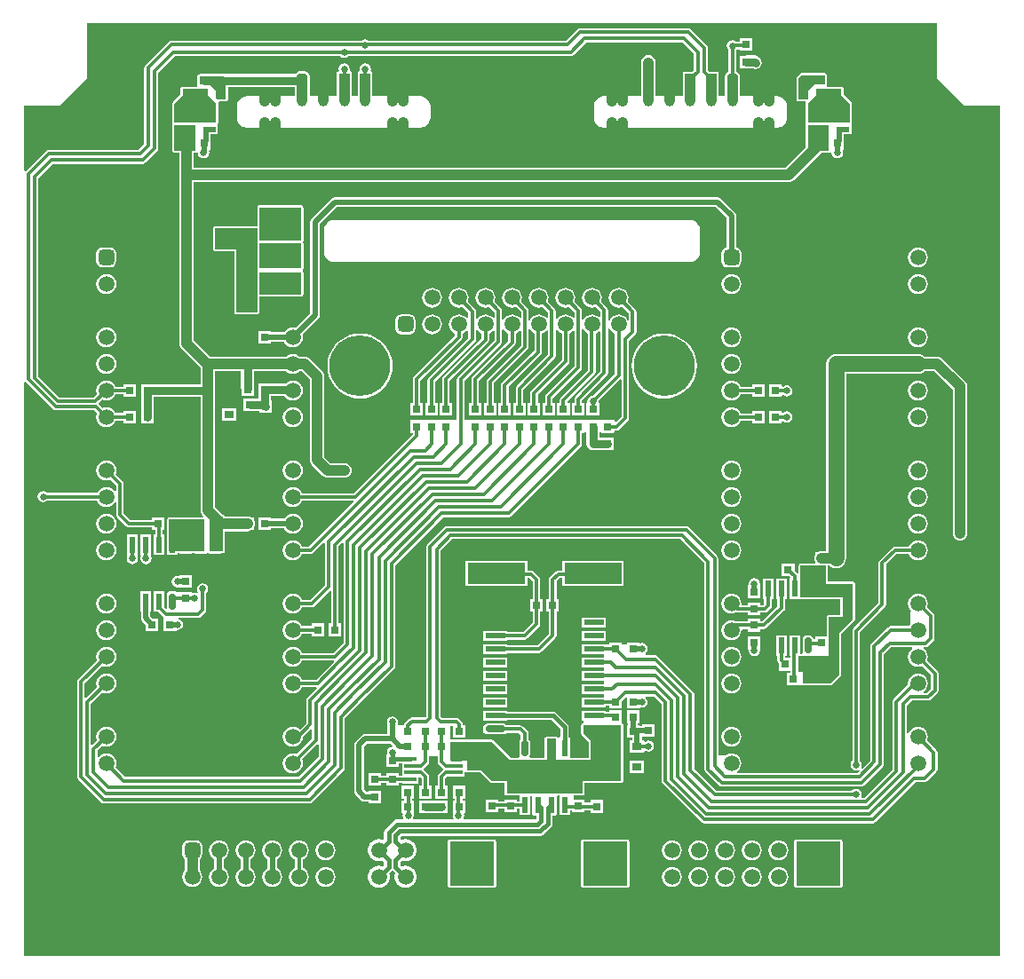
<source format=gbl>
G04*
G04 #@! TF.GenerationSoftware,Altium Limited,Altium Designer,22.1.2 (22)*
G04*
G04 Layer_Physical_Order=2*
G04 Layer_Color=16711680*
%FSAX44Y44*%
%MOMM*%
G71*
G04*
G04 #@! TF.SameCoordinates,FD085C4F-33D3-4CAD-8C95-339AC6E91DDF*
G04*
G04*
G04 #@! TF.FilePolarity,Positive*
G04*
G01*
G75*
%ADD14R,0.8000X0.8000*%
%ADD15R,0.8000X0.8000*%
%ADD16R,0.6000X1.2000*%
G04:AMPARAMS|DCode=17|XSize=0.6mm|YSize=1.2mm|CornerRadius=0.15mm|HoleSize=0mm|Usage=FLASHONLY|Rotation=0.000|XOffset=0mm|YOffset=0mm|HoleType=Round|Shape=RoundedRectangle|*
%AMROUNDEDRECTD17*
21,1,0.6000,0.9000,0,0,0.0*
21,1,0.3000,1.2000,0,0,0.0*
1,1,0.3000,0.1500,-0.4500*
1,1,0.3000,-0.1500,-0.4500*
1,1,0.3000,-0.1500,0.4500*
1,1,0.3000,0.1500,0.4500*
%
%ADD17ROUNDEDRECTD17*%
%ADD18R,0.8000X1.4000*%
%ADD19R,0.9500X0.8000*%
%ADD20C,1.5000*%
G04:AMPARAMS|DCode=21|XSize=1.5mm|YSize=1.5mm|CornerRadius=0.375mm|HoleSize=0mm|Usage=FLASHONLY|Rotation=0.000|XOffset=0mm|YOffset=0mm|HoleType=Round|Shape=RoundedRectangle|*
%AMROUNDEDRECTD21*
21,1,1.5000,0.7500,0,0,0.0*
21,1,0.7500,1.5000,0,0,0.0*
1,1,0.7500,0.3750,-0.3750*
1,1,0.7500,-0.3750,-0.3750*
1,1,0.7500,-0.3750,0.3750*
1,1,0.7500,0.3750,0.3750*
%
%ADD21ROUNDEDRECTD21*%
%ADD22O,3.8000X2.9000*%
%ADD23C,1.0000*%
%ADD24C,1.0000*%
%ADD25C,0.3000*%
%ADD26C,0.3300*%
%ADD27C,0.8000*%
%ADD28C,0.5000*%
%ADD29C,1.5000*%
%ADD30C,0.4000*%
%ADD31C,0.6500*%
%ADD32C,5.8000*%
%ADD33R,1.0000X2.7000*%
G04:AMPARAMS|DCode=34|XSize=1mm|YSize=2.7mm|CornerRadius=0.25mm|HoleSize=0mm|Usage=FLASHONLY|Rotation=180.000|XOffset=0mm|YOffset=0mm|HoleType=Round|Shape=RoundedRectangle|*
%AMROUNDEDRECTD34*
21,1,1.0000,2.2000,0,0,180.0*
21,1,0.5000,2.7000,0,0,180.0*
1,1,0.5000,-0.2500,1.1000*
1,1,0.5000,0.2500,1.1000*
1,1,0.5000,0.2500,-1.1000*
1,1,0.5000,-0.2500,-1.1000*
%
%ADD34ROUNDEDRECTD34*%
%ADD35R,1.2000X0.6000*%
G04:AMPARAMS|DCode=36|XSize=0.6mm|YSize=1.2mm|CornerRadius=0.15mm|HoleSize=0mm|Usage=FLASHONLY|Rotation=90.000|XOffset=0mm|YOffset=0mm|HoleType=Round|Shape=RoundedRectangle|*
%AMROUNDEDRECTD36*
21,1,0.6000,0.9000,0,0,90.0*
21,1,0.3000,1.2000,0,0,90.0*
1,1,0.3000,0.4500,0.1500*
1,1,0.3000,0.4500,-0.1500*
1,1,0.3000,-0.4500,-0.1500*
1,1,0.3000,-0.4500,0.1500*
%
%ADD36ROUNDEDRECTD36*%
%ADD37R,0.6000X1.5500*%
G04:AMPARAMS|DCode=38|XSize=1.55mm|YSize=0.6mm|CornerRadius=0.15mm|HoleSize=0mm|Usage=FLASHONLY|Rotation=90.000|XOffset=0mm|YOffset=0mm|HoleType=Round|Shape=RoundedRectangle|*
%AMROUNDEDRECTD38*
21,1,1.5500,0.3000,0,0,90.0*
21,1,1.2500,0.6000,0,0,90.0*
1,1,0.3000,0.1500,0.6250*
1,1,0.3000,0.1500,-0.6250*
1,1,0.3000,-0.1500,-0.6250*
1,1,0.3000,-0.1500,0.6250*
%
%ADD38ROUNDEDRECTD38*%
%ADD39R,1.9000X0.6000*%
G04:AMPARAMS|DCode=40|XSize=1.15mm|YSize=0.45mm|CornerRadius=0.1125mm|HoleSize=0mm|Usage=FLASHONLY|Rotation=180.000|XOffset=0mm|YOffset=0mm|HoleType=Round|Shape=RoundedRectangle|*
%AMROUNDEDRECTD40*
21,1,1.1500,0.2250,0,0,180.0*
21,1,0.9250,0.4500,0,0,180.0*
1,1,0.2250,-0.4625,0.1125*
1,1,0.2250,0.4625,0.1125*
1,1,0.2250,0.4625,-0.1125*
1,1,0.2250,-0.4625,-0.1125*
%
%ADD40ROUNDEDRECTD40*%
%ADD41R,1.1500X0.4500*%
%ADD42R,5.5000X2.0000*%
G04:AMPARAMS|DCode=43|XSize=1.9mm|YSize=0.6mm|CornerRadius=0.15mm|HoleSize=0mm|Usage=FLASHONLY|Rotation=0.000|XOffset=0mm|YOffset=0mm|HoleType=Round|Shape=RoundedRectangle|*
%AMROUNDEDRECTD43*
21,1,1.9000,0.3000,0,0,0.0*
21,1,1.6000,0.6000,0,0,0.0*
1,1,0.3000,0.8000,-0.1500*
1,1,0.3000,-0.8000,-0.1500*
1,1,0.3000,-0.8000,0.1500*
1,1,0.3000,0.8000,0.1500*
%
%ADD43ROUNDEDRECTD43*%
%ADD44C,0.4500*%
%ADD45C,0.7500*%
G36*
X00874902Y00894902D02*
X00874902Y00844000D01*
X00875290Y00842049D01*
X00876395Y00840395D01*
X00899395Y00817395D01*
X00901049Y00816290D01*
X00903000Y00815902D01*
X00934902D01*
X00934902Y00005098D01*
X00005098Y00005098D01*
X00005098Y00552183D01*
X00006368Y00552568D01*
X00006477Y00552406D01*
X00032406Y00526477D01*
X00033563Y00525703D01*
X00034929Y00525431D01*
X00071522D01*
X00074351Y00522602D01*
X00073844Y00521380D01*
X00073518Y00518900D01*
X00073844Y00516420D01*
X00074802Y00514109D01*
X00076325Y00512125D01*
X00078309Y00510602D01*
X00080620Y00509645D01*
X00083100Y00509318D01*
X00085580Y00509645D01*
X00087891Y00510602D01*
X00089875Y00512125D01*
X00091398Y00514109D01*
X00091883Y00515279D01*
X00099750D01*
Y00513000D01*
X00111750D01*
Y00525000D01*
X00099750D01*
Y00522721D01*
X00091800D01*
X00091398Y00523691D01*
X00089875Y00525676D01*
X00087891Y00527198D01*
X00085580Y00528156D01*
X00083100Y00528482D01*
X00080620Y00528156D01*
X00079398Y00527649D01*
X00075523Y00531523D01*
X00075510Y00531663D01*
X00079398Y00535551D01*
X00080620Y00535045D01*
X00083100Y00534718D01*
X00085580Y00535045D01*
X00087891Y00536002D01*
X00089875Y00537525D01*
X00091398Y00539509D01*
X00091904Y00540731D01*
X00099750D01*
Y00538000D01*
X00111750D01*
Y00550000D01*
X00099750D01*
Y00547869D01*
X00091904D01*
X00091398Y00549091D01*
X00089875Y00551076D01*
X00087891Y00552598D01*
X00085580Y00553555D01*
X00083100Y00553882D01*
X00080620Y00553555D01*
X00078309Y00552598D01*
X00076325Y00551076D01*
X00074802Y00549091D01*
X00073844Y00546780D01*
X00073518Y00544300D01*
X00073844Y00541820D01*
X00074351Y00540598D01*
X00071322Y00537569D01*
X00038478D01*
X00018569Y00557478D01*
Y00746522D01*
X00032478Y00760431D01*
X00118000D01*
X00119366Y00760703D01*
X00120523Y00761477D01*
X00131523Y00772477D01*
X00132297Y00773634D01*
X00132569Y00775000D01*
Y00847522D01*
X00148478Y00863431D01*
X00306070D01*
X00306215Y00863215D01*
X00307952Y00862055D01*
X00310000Y00861647D01*
X00312048Y00862055D01*
X00313785Y00863215D01*
X00313930Y00863431D01*
X00526000D01*
X00527366Y00863703D01*
X00528523Y00864477D01*
X00540478Y00876431D01*
X00632522D01*
X00643431Y00865522D01*
Y00849478D01*
X00642453Y00848500D01*
X00633000D01*
Y00825098D01*
X00607000D01*
Y00832541D01*
X00607060Y00833000D01*
Y00857000D01*
X00606820Y00858827D01*
X00606115Y00860530D01*
X00604992Y00861992D01*
X00603530Y00863114D01*
X00601827Y00863820D01*
X00600000Y00864060D01*
X00598173Y00863820D01*
X00596470Y00863114D01*
X00595008Y00861992D01*
X00593885Y00860530D01*
X00593180Y00858827D01*
X00592940Y00857000D01*
Y00833000D01*
X00593000Y00832541D01*
Y00825098D01*
X00557005D01*
X00555055Y00824710D01*
X00553217Y00823949D01*
X00551563Y00822844D01*
X00550156Y00821437D01*
X00550156Y00821437D01*
X00549051Y00819783D01*
X00548290Y00817945D01*
X00547902Y00815994D01*
Y00815000D01*
X00547902Y00815000D01*
X00547902Y00804006D01*
X00548290Y00802055D01*
X00549051Y00800217D01*
X00550156Y00798563D01*
X00551563Y00797157D01*
X00551563Y00797156D01*
X00553217Y00796051D01*
X00555055Y00795290D01*
X00557005Y00794902D01*
X00558000D01*
X00558000Y00794902D01*
X00722000Y00794902D01*
X00722995D01*
X00724945Y00795290D01*
X00726783Y00796051D01*
X00728437Y00797156D01*
X00729844Y00798563D01*
X00730949Y00800217D01*
X00731710Y00802055D01*
X00732098Y00804005D01*
Y00805000D01*
X00732098Y00805000D01*
X00732098Y00815994D01*
X00731710Y00817945D01*
X00730949Y00819783D01*
X00729844Y00821437D01*
X00728437Y00822843D01*
X00726783Y00823949D01*
X00724945Y00824710D01*
X00722995Y00825098D01*
X00722000D01*
X00722000Y00825098D01*
X00687088D01*
Y00844000D01*
X00686739Y00845756D01*
X00685744Y00847244D01*
X00684256Y00848239D01*
X00683569Y00848376D01*
Y00869070D01*
X00683785Y00869215D01*
X00684097Y00869681D01*
X00687000D01*
Y00868250D01*
X00699000D01*
Y00880250D01*
X00687000D01*
Y00876818D01*
X00683735D01*
X00682048Y00877945D01*
X00680000Y00878353D01*
X00677952Y00877945D01*
X00676215Y00876785D01*
X00675055Y00875048D01*
X00674647Y00873000D01*
X00675055Y00870952D01*
X00676215Y00869215D01*
X00676431Y00869070D01*
Y00848376D01*
X00675744Y00848239D01*
X00674256Y00847244D01*
X00673261Y00845756D01*
X00672912Y00844000D01*
Y00825098D01*
X00667000D01*
Y00848500D01*
X00657763D01*
X00656721Y00849541D01*
Y00871000D01*
X00656721Y00871000D01*
X00656438Y00872424D01*
X00655631Y00873632D01*
X00640631Y00888632D01*
X00639424Y00889438D01*
X00638000Y00889722D01*
X00535000D01*
X00533576Y00889438D01*
X00532369Y00888632D01*
X00532369Y00888631D01*
X00521459Y00877721D01*
X00333506D01*
X00332048Y00878695D01*
X00330000Y00879103D01*
X00327952Y00878695D01*
X00326494Y00877721D01*
X00145000D01*
X00145000Y00877721D01*
X00143576Y00877438D01*
X00142368Y00876631D01*
X00120368Y00854632D01*
X00119562Y00853424D01*
X00119278Y00852000D01*
Y00779269D01*
X00113731Y00773721D01*
X00028272D01*
X00026848Y00773438D01*
X00025641Y00772631D01*
X00006368Y00753359D01*
X00006368Y00753358D01*
X00005098Y00753744D01*
Y00815902D01*
X00037000Y00815902D01*
X00038951Y00816290D01*
X00040605Y00817395D01*
X00063605Y00840395D01*
X00064710Y00842049D01*
X00065098Y00844000D01*
Y00894902D01*
X00874902Y00894902D01*
D02*
G37*
%LPC*%
G36*
X00701250Y00863868D02*
X00693000D01*
X00692409Y00863750D01*
X00687000D01*
Y00858341D01*
X00686882Y00857750D01*
X00687000Y00857159D01*
Y00851750D01*
X00692409D01*
X00693000Y00851633D01*
X00699233D01*
X00699659Y00851348D01*
X00702000Y00850882D01*
X00704341Y00851348D01*
X00706326Y00852674D01*
X00707652Y00854659D01*
X00708118Y00857000D01*
X00707652Y00859341D01*
X00706326Y00861326D01*
X00705576Y00862076D01*
X00703591Y00863402D01*
X00701250Y00863868D01*
D02*
G37*
G36*
X00330000Y00856353D02*
X00327952Y00855945D01*
X00326215Y00854785D01*
X00325055Y00853048D01*
X00324647Y00851000D01*
X00324892Y00849770D01*
X00323945Y00848500D01*
X00323000D01*
Y00825098D01*
X00317000D01*
Y00848500D01*
X00316055D01*
X00315108Y00849770D01*
X00315353Y00851000D01*
X00314945Y00853048D01*
X00313785Y00854785D01*
X00312048Y00855945D01*
X00310000Y00856353D01*
X00307952Y00855945D01*
X00306215Y00854785D01*
X00305055Y00853048D01*
X00304647Y00851000D01*
X00304892Y00849770D01*
X00303945Y00848500D01*
X00303000D01*
Y00825098D01*
X00277088D01*
Y00844000D01*
X00276739Y00845756D01*
X00275744Y00847244D01*
X00274256Y00848239D01*
X00272500Y00848588D01*
X00267500D01*
X00265744Y00848239D01*
X00264256Y00847244D01*
X00263503Y00846117D01*
X00176250D01*
X00175860Y00846040D01*
X00172000D01*
X00171799Y00846000D01*
X00170250D01*
Y00844982D01*
X00170116Y00844781D01*
X00169961Y00844001D01*
Y00836000D01*
X00170098Y00835309D01*
X00170091Y00835162D01*
X00169605Y00834039D01*
X00156000D01*
X00155220Y00833884D01*
X00154558Y00833442D01*
X00154116Y00832780D01*
X00153961Y00832000D01*
Y00826845D01*
X00146558Y00819442D01*
X00146116Y00818780D01*
X00145961Y00818000D01*
Y00800000D01*
X00146116Y00799220D01*
X00146500Y00798645D01*
Y00798355D01*
X00146116Y00797780D01*
X00145961Y00797000D01*
Y00773000D01*
X00146116Y00772220D01*
X00146558Y00771558D01*
X00147220Y00771116D01*
X00148000Y00770961D01*
X00152690D01*
Y00750000D01*
Y00589250D01*
X00152930Y00587423D01*
X00153636Y00585720D01*
X00154758Y00584258D01*
X00172940Y00566076D01*
Y00550117D01*
X00122250D01*
X00121659Y00550000D01*
X00116250D01*
Y00544591D01*
X00116132Y00544000D01*
Y00519000D01*
X00116250Y00518409D01*
Y00513000D01*
X00121659D01*
X00122250Y00512882D01*
X00122841Y00513000D01*
X00128250D01*
Y00518409D01*
X00128368Y00519000D01*
Y00537882D01*
X00172940D01*
Y00430000D01*
X00173180Y00428173D01*
X00173885Y00426470D01*
X00175007Y00425008D01*
X00175803Y00424212D01*
X00175317Y00423039D01*
X00143000D01*
X00142220Y00422884D01*
X00141558Y00422442D01*
X00141116Y00421780D01*
X00140961Y00421000D01*
Y00391000D01*
X00141050Y00390551D01*
Y00387250D01*
X00151050D01*
Y00388961D01*
X00153000D01*
Y00388250D01*
X00165000D01*
Y00388961D01*
X00167000D01*
Y00388250D01*
X00179000D01*
Y00389359D01*
X00180270Y00389723D01*
X00181000Y00389057D01*
Y00388250D01*
X00193000D01*
Y00388961D01*
X00194000D01*
X00194780Y00389116D01*
X00195442Y00389558D01*
X00195884Y00390220D01*
X00196039Y00391000D01*
Y00409940D01*
X00217750D01*
X00219577Y00410180D01*
X00221280Y00410886D01*
X00221429Y00411000D01*
X00223750D01*
Y00413321D01*
X00223864Y00413470D01*
X00224570Y00415173D01*
X00224810Y00417000D01*
X00224570Y00418827D01*
X00223864Y00420530D01*
X00223750Y00420679D01*
Y00423000D01*
X00221429D01*
X00221280Y00423115D01*
X00219577Y00423820D01*
X00217750Y00424060D01*
X00196027D01*
X00195884Y00424780D01*
X00195442Y00425442D01*
X00194780Y00425884D01*
X00194000Y00426039D01*
X00193946D01*
X00187060Y00432924D01*
Y00562640D01*
X00211632D01*
Y00546087D01*
X00211750Y00545496D01*
Y00539000D01*
X00223750D01*
Y00545496D01*
X00223868Y00546087D01*
Y00562640D01*
X00254496D01*
X00256109Y00561402D01*
X00258420Y00560444D01*
X00260900Y00560118D01*
X00263380Y00560444D01*
X00265691Y00561402D01*
X00267304Y00562640D01*
X00269375D01*
X00276940Y00555075D01*
Y00478000D01*
X00277180Y00476173D01*
X00277885Y00474470D01*
X00279007Y00473008D01*
X00289008Y00463008D01*
X00290470Y00461885D01*
X00292173Y00461180D01*
X00294000Y00460940D01*
X00310000D01*
X00311827Y00461180D01*
X00313530Y00461885D01*
X00314992Y00463008D01*
X00316115Y00464470D01*
X00316820Y00466173D01*
X00317060Y00468000D01*
X00316820Y00469827D01*
X00316115Y00471530D01*
X00314992Y00472992D01*
X00313530Y00474114D01*
X00311827Y00474820D01*
X00310000Y00475060D01*
X00296924D01*
X00291060Y00480924D01*
Y00558000D01*
X00290820Y00559827D01*
X00290114Y00561530D01*
X00288992Y00562992D01*
X00277292Y00574692D01*
X00275830Y00575815D01*
X00274127Y00576520D01*
X00272300Y00576760D01*
X00267304D01*
X00265691Y00577998D01*
X00263380Y00578955D01*
X00260900Y00579282D01*
X00258420Y00578955D01*
X00256109Y00577998D01*
X00254496Y00576760D01*
X00182225D01*
X00166810Y00592174D01*
Y00742940D01*
X00733750D01*
X00735577Y00743180D01*
X00737280Y00743885D01*
X00738743Y00745007D01*
X00764696Y00770961D01*
X00772000D01*
X00772780Y00771116D01*
X00773442Y00771558D01*
X00773472Y00771604D01*
X00774669Y00771108D01*
X00774647Y00771000D01*
X00775055Y00768952D01*
X00776215Y00767215D01*
X00777952Y00766055D01*
X00780000Y00765647D01*
X00782048Y00766055D01*
X00783785Y00767215D01*
X00784945Y00768952D01*
X00785353Y00771000D01*
X00785009Y00772730D01*
X00785636Y00773849D01*
X00785766Y00774000D01*
X00786250D01*
Y00780050D01*
X00786588Y00781750D01*
Y00788500D01*
X00793500D01*
Y00798500D01*
X00793884Y00799220D01*
X00793956Y00799581D01*
X00794039Y00800000D01*
Y00818000D01*
X00793884Y00818780D01*
X00793442Y00819442D01*
X00786039Y00826845D01*
Y00832000D01*
X00785884Y00832780D01*
X00785442Y00833442D01*
X00784780Y00833884D01*
X00784000Y00834039D01*
X00770395D01*
X00769909Y00835162D01*
X00769902Y00835309D01*
X00770039Y00836000D01*
Y00845000D01*
X00769884Y00845780D01*
X00769750Y00845981D01*
Y00846000D01*
X00769737D01*
X00769442Y00846442D01*
X00768780Y00846884D01*
X00768000Y00847039D01*
X00746000D01*
X00745220Y00846884D01*
X00744558Y00846442D01*
X00744558Y00846442D01*
X00741558Y00843442D01*
X00741116Y00842780D01*
X00740961Y00842000D01*
Y00822000D01*
X00741116Y00821220D01*
X00741558Y00820558D01*
X00741750Y00820430D01*
Y00820000D01*
X00742803D01*
X00743000Y00819961D01*
X00749377D01*
X00750092Y00818819D01*
X00750098Y00818691D01*
X00749961Y00818000D01*
Y00800000D01*
X00750116Y00799220D01*
X00750500Y00798500D01*
Y00798355D01*
X00750116Y00797780D01*
X00749961Y00797000D01*
Y00776196D01*
X00730826Y00757060D01*
X00166810D01*
Y00770961D01*
X00168000D01*
X00168780Y00771116D01*
X00169442Y00771558D01*
X00169472Y00771604D01*
X00170669Y00771108D01*
X00170647Y00771000D01*
X00171055Y00768952D01*
X00172215Y00767215D01*
X00173952Y00766055D01*
X00176000Y00765647D01*
X00178048Y00766055D01*
X00179785Y00767215D01*
X00180945Y00768952D01*
X00181353Y00771000D01*
X00181009Y00772730D01*
X00181636Y00773849D01*
X00181766Y00774000D01*
X00182250D01*
Y00780050D01*
X00182588Y00781750D01*
Y00788500D01*
X00189500D01*
Y00798000D01*
X00189500D01*
Y00798645D01*
X00189884Y00799220D01*
X00190039Y00800000D01*
Y00818000D01*
X00189902Y00818691D01*
X00189908Y00818819D01*
X00190623Y00819961D01*
X00191856D01*
X00192250Y00819883D01*
X00192644Y00819961D01*
X00197000D01*
X00197197Y00820000D01*
X00198250D01*
Y00820430D01*
X00198442Y00820558D01*
X00198884Y00821220D01*
X00199039Y00822000D01*
Y00833883D01*
X00262912D01*
Y00825098D01*
X00217006D01*
X00215054Y00824710D01*
X00213217Y00823949D01*
X00211563Y00822844D01*
X00210156Y00821437D01*
X00210156Y00821437D01*
X00209051Y00819783D01*
X00208290Y00817945D01*
X00207902Y00815994D01*
Y00815000D01*
X00207902Y00815000D01*
X00207902Y00804005D01*
X00208290Y00802055D01*
X00209051Y00800217D01*
X00210156Y00798563D01*
X00211563Y00797156D01*
X00211563Y00797156D01*
X00213217Y00796051D01*
X00215055Y00795290D01*
X00217005Y00794902D01*
X00218000D01*
X00218000Y00794902D01*
X00382000Y00794902D01*
X00382994D01*
X00384945Y00795290D01*
X00386783Y00796051D01*
X00388437Y00797156D01*
X00389843Y00798563D01*
X00390949Y00800217D01*
X00391710Y00802055D01*
X00392098Y00804005D01*
Y00805000D01*
X00392098Y00805000D01*
X00392098Y00815994D01*
X00391710Y00817945D01*
X00390949Y00819783D01*
X00389844Y00821437D01*
X00388437Y00822843D01*
X00386783Y00823949D01*
X00384945Y00824710D01*
X00382995Y00825098D01*
X00382000D01*
X00382000Y00825098D01*
X00337000D01*
Y00848500D01*
X00336055D01*
X00335108Y00849770D01*
X00335353Y00851000D01*
X00334945Y00853048D01*
X00333785Y00854785D01*
X00332048Y00855945D01*
X00330000Y00856353D01*
D02*
G37*
G36*
X00639000Y00707098D02*
X00301000Y00707098D01*
X00300005D01*
X00298055Y00706710D01*
X00296217Y00705949D01*
X00294563Y00704844D01*
X00293156Y00703437D01*
X00293156Y00703437D01*
X00292051Y00701783D01*
X00291290Y00699945D01*
X00290902Y00697995D01*
Y00697000D01*
X00290902Y00697000D01*
X00290902Y00676005D01*
X00291290Y00674055D01*
X00292051Y00672217D01*
X00293156Y00670563D01*
X00294563Y00669156D01*
X00294563Y00669156D01*
X00296217Y00668051D01*
X00298055Y00667290D01*
X00300005Y00666902D01*
X00301000D01*
X00301000Y00666902D01*
X00639000Y00666902D01*
X00639995D01*
X00641945Y00667290D01*
X00643783Y00668051D01*
X00645437Y00669156D01*
X00646843Y00670563D01*
X00647949Y00672217D01*
X00648710Y00674054D01*
X00648710Y00674055D01*
X00648710Y00674055D01*
X00649098Y00676005D01*
X00649098Y00676005D01*
X00649098Y00676006D01*
X00649098Y00677000D01*
X00649098Y00677000D01*
X00649098Y00697995D01*
X00648710Y00699946D01*
X00647949Y00701783D01*
X00646843Y00703437D01*
X00645437Y00704844D01*
X00643783Y00705949D01*
X00641945Y00706710D01*
X00639995Y00707098D01*
X00639000D01*
X00639000Y00707098D01*
D02*
G37*
G36*
X00856900Y00680882D02*
X00854420Y00680555D01*
X00852109Y00679598D01*
X00850125Y00678075D01*
X00848602Y00676091D01*
X00847645Y00673780D01*
X00847318Y00671300D01*
X00847645Y00668820D01*
X00848602Y00666509D01*
X00850125Y00664525D01*
X00852109Y00663002D01*
X00854420Y00662045D01*
X00856900Y00661718D01*
X00859380Y00662045D01*
X00861691Y00663002D01*
X00863676Y00664525D01*
X00865198Y00666509D01*
X00866155Y00668820D01*
X00866482Y00671300D01*
X00866155Y00673780D01*
X00865198Y00676091D01*
X00863676Y00678075D01*
X00861691Y00679598D01*
X00859380Y00680555D01*
X00856900Y00680882D01*
D02*
G37*
G36*
X00666000Y00728588D02*
X00301000D01*
X00299244Y00728239D01*
X00297756Y00727244D01*
X00278756Y00708244D01*
X00277761Y00706756D01*
X00277412Y00705000D01*
Y00618101D01*
X00263583Y00604271D01*
X00263380Y00604356D01*
X00260900Y00604682D01*
X00258420Y00604356D01*
X00256109Y00603398D01*
X00254125Y00601875D01*
X00252602Y00599891D01*
X00252518Y00599688D01*
X00240250D01*
Y00601000D01*
X00228250D01*
Y00589000D01*
X00240250D01*
Y00590512D01*
X00252518D01*
X00252602Y00590309D01*
X00254125Y00588325D01*
X00256109Y00586802D01*
X00258420Y00585844D01*
X00260900Y00585518D01*
X00263380Y00585844D01*
X00265691Y00586802D01*
X00267675Y00588325D01*
X00269198Y00590309D01*
X00270155Y00592620D01*
X00270482Y00595100D01*
X00270155Y00597580D01*
X00270071Y00597783D01*
X00285244Y00612956D01*
X00286239Y00614444D01*
X00286588Y00616200D01*
Y00703100D01*
X00302901Y00719412D01*
X00664100D01*
X00674512Y00708999D01*
Y00680746D01*
X00673107Y00680466D01*
X00671205Y00679195D01*
X00669934Y00677294D01*
X00669487Y00675050D01*
Y00667550D01*
X00669934Y00665306D01*
X00671205Y00663405D01*
X00673107Y00662134D01*
X00675350Y00661687D01*
X00682850D01*
X00685094Y00662134D01*
X00686995Y00663405D01*
X00688266Y00665306D01*
X00688713Y00667550D01*
Y00675050D01*
X00688266Y00677294D01*
X00686995Y00679195D01*
X00685094Y00680466D01*
X00683688Y00680746D01*
Y00710900D01*
X00683339Y00712656D01*
X00682344Y00714144D01*
X00669244Y00727244D01*
X00667756Y00728239D01*
X00666000Y00728588D01*
D02*
G37*
G36*
X00086850Y00680913D02*
X00079350D01*
X00077106Y00680466D01*
X00075205Y00679195D01*
X00073934Y00677293D01*
X00073487Y00675050D01*
Y00667550D01*
X00073934Y00665306D01*
X00075205Y00663404D01*
X00077106Y00662134D01*
X00079350Y00661687D01*
X00086850D01*
X00089094Y00662134D01*
X00090996Y00663404D01*
X00092266Y00665306D01*
X00092713Y00667550D01*
Y00675050D01*
X00092266Y00677293D01*
X00090996Y00679195D01*
X00089094Y00680466D01*
X00086850Y00680913D01*
D02*
G37*
G36*
X00679100Y00655482D02*
X00676620Y00655155D01*
X00674309Y00654198D01*
X00672325Y00652675D01*
X00670802Y00650691D01*
X00669845Y00648380D01*
X00669518Y00645900D01*
X00669845Y00643420D01*
X00670802Y00641109D01*
X00672325Y00639125D01*
X00674309Y00637602D01*
X00676620Y00636645D01*
X00679100Y00636318D01*
X00681580Y00636645D01*
X00683891Y00637602D01*
X00685875Y00639125D01*
X00687398Y00641109D01*
X00688355Y00643420D01*
X00688682Y00645900D01*
X00688355Y00648380D01*
X00687398Y00650691D01*
X00685875Y00652675D01*
X00683891Y00654198D01*
X00681580Y00655155D01*
X00679100Y00655482D01*
D02*
G37*
G36*
X00856900Y00655482D02*
X00854420Y00655155D01*
X00852109Y00654198D01*
X00850125Y00652675D01*
X00848602Y00650691D01*
X00847645Y00648380D01*
X00847318Y00645900D01*
X00847645Y00643420D01*
X00848602Y00641109D01*
X00850125Y00639125D01*
X00852109Y00637602D01*
X00854420Y00636645D01*
X00856900Y00636318D01*
X00859380Y00636645D01*
X00861691Y00637602D01*
X00863676Y00639125D01*
X00865198Y00641109D01*
X00866155Y00643420D01*
X00866482Y00645900D01*
X00866155Y00648380D01*
X00865198Y00650691D01*
X00863676Y00652675D01*
X00861691Y00654198D01*
X00859380Y00655155D01*
X00856900Y00655482D01*
D02*
G37*
G36*
X00083100Y00655482D02*
X00080620Y00655155D01*
X00078309Y00654198D01*
X00076325Y00652675D01*
X00074802Y00650691D01*
X00073844Y00648380D01*
X00073518Y00645900D01*
X00073844Y00643420D01*
X00074802Y00641109D01*
X00076325Y00639125D01*
X00078309Y00637602D01*
X00080620Y00636645D01*
X00083100Y00636318D01*
X00085580Y00636645D01*
X00087891Y00637602D01*
X00089875Y00639125D01*
X00091398Y00641109D01*
X00092355Y00643420D01*
X00092682Y00645900D01*
X00092355Y00648380D01*
X00091398Y00650691D01*
X00089875Y00652675D01*
X00087891Y00654198D01*
X00085580Y00655155D01*
X00083100Y00655482D01*
D02*
G37*
G36*
X00393800Y00642282D02*
X00391320Y00641955D01*
X00389009Y00640998D01*
X00387024Y00639476D01*
X00385502Y00637491D01*
X00384544Y00635180D01*
X00384218Y00632700D01*
X00384544Y00630220D01*
X00385502Y00627909D01*
X00387024Y00625925D01*
X00389009Y00624402D01*
X00391320Y00623445D01*
X00393800Y00623118D01*
X00396280Y00623445D01*
X00398591Y00624402D01*
X00400575Y00625925D01*
X00402098Y00627909D01*
X00403055Y00630220D01*
X00403382Y00632700D01*
X00403055Y00635180D01*
X00402098Y00637491D01*
X00400575Y00639476D01*
X00398591Y00640998D01*
X00396280Y00641955D01*
X00393800Y00642282D01*
D02*
G37*
G36*
X00269000Y00721039D02*
X00229000D01*
X00228220Y00720884D01*
X00227558Y00720442D01*
X00227116Y00719780D01*
X00226961Y00719000D01*
Y00701039D01*
X00187000D01*
X00186220Y00700884D01*
X00185558Y00700442D01*
X00185116Y00699780D01*
X00184961Y00699000D01*
Y00679000D01*
X00185116Y00678220D01*
X00185558Y00677558D01*
X00186220Y00677116D01*
X00187000Y00676961D01*
X00204961D01*
Y00619000D01*
X00205116Y00618220D01*
X00205558Y00617558D01*
X00206220Y00617116D01*
X00207000Y00616961D01*
X00227000D01*
X00227780Y00617116D01*
X00228442Y00617558D01*
X00228884Y00618220D01*
X00229039Y00619000D01*
Y00633961D01*
X00269000D01*
X00269780Y00634116D01*
X00270442Y00634558D01*
X00270884Y00635220D01*
X00271039Y00636000D01*
Y00657000D01*
X00270884Y00657780D01*
X00270442Y00658442D01*
Y00659558D01*
X00270884Y00660220D01*
X00271039Y00661000D01*
Y00685000D01*
X00270884Y00685780D01*
X00270724Y00686020D01*
X00270884Y00686259D01*
X00271039Y00687039D01*
Y00719000D01*
X00270884Y00719780D01*
X00270442Y00720442D01*
X00269780Y00720884D01*
X00269000Y00721039D01*
D02*
G37*
G36*
X00571600Y00642282D02*
X00569120Y00641955D01*
X00566809Y00640998D01*
X00564824Y00639476D01*
X00563302Y00637491D01*
X00562345Y00635180D01*
X00562018Y00632700D01*
X00562345Y00630220D01*
X00563302Y00627909D01*
X00564824Y00625925D01*
X00566809Y00624402D01*
X00569120Y00623445D01*
X00571600Y00623118D01*
X00574080Y00623445D01*
X00575302Y00623951D01*
X00581431Y00617822D01*
Y00611708D01*
X00580161Y00611455D01*
X00579898Y00612091D01*
X00578375Y00614076D01*
X00576391Y00615598D01*
X00574080Y00616555D01*
X00571600Y00616882D01*
X00569120Y00616555D01*
X00566809Y00615598D01*
X00564824Y00614076D01*
X00563302Y00612091D01*
X00562839Y00610973D01*
X00561569Y00611225D01*
Y00620900D01*
X00561297Y00622266D01*
X00560523Y00623423D01*
X00554949Y00628998D01*
X00555455Y00630220D01*
X00555782Y00632700D01*
X00555455Y00635180D01*
X00554498Y00637491D01*
X00552975Y00639476D01*
X00550991Y00640998D01*
X00548680Y00641955D01*
X00546200Y00642282D01*
X00543720Y00641955D01*
X00541409Y00640998D01*
X00539425Y00639476D01*
X00537902Y00637491D01*
X00536945Y00635180D01*
X00536618Y00632700D01*
X00536945Y00630220D01*
X00537902Y00627909D01*
X00539425Y00625925D01*
X00541409Y00624402D01*
X00543720Y00623445D01*
X00546200Y00623118D01*
X00548680Y00623445D01*
X00549902Y00623951D01*
X00554431Y00619422D01*
Y00614154D01*
X00553229Y00613745D01*
X00552975Y00614076D01*
X00550991Y00615598D01*
X00548680Y00616555D01*
X00546200Y00616882D01*
X00543720Y00616555D01*
X00541409Y00615598D01*
X00539425Y00614076D01*
X00537902Y00612091D01*
X00537839Y00611939D01*
X00536569Y00612191D01*
Y00620500D01*
X00536297Y00621866D01*
X00535523Y00623023D01*
X00529549Y00628998D01*
X00530055Y00630220D01*
X00530382Y00632700D01*
X00530055Y00635180D01*
X00529098Y00637491D01*
X00527575Y00639476D01*
X00525591Y00640998D01*
X00523280Y00641955D01*
X00520800Y00642282D01*
X00518320Y00641955D01*
X00516009Y00640998D01*
X00514025Y00639476D01*
X00512502Y00637491D01*
X00511544Y00635180D01*
X00511218Y00632700D01*
X00511544Y00630220D01*
X00512502Y00627909D01*
X00514025Y00625925D01*
X00516009Y00624402D01*
X00518320Y00623445D01*
X00520800Y00623118D01*
X00523280Y00623445D01*
X00524502Y00623951D01*
X00529431Y00619022D01*
Y00613743D01*
X00528161Y00613312D01*
X00527575Y00614076D01*
X00525591Y00615598D01*
X00523280Y00616555D01*
X00520800Y00616882D01*
X00518320Y00616555D01*
X00516009Y00615598D01*
X00514025Y00614076D01*
X00512839Y00612530D01*
X00511569Y00612961D01*
Y00620100D01*
X00511297Y00621466D01*
X00510523Y00622623D01*
X00504149Y00628998D01*
X00504655Y00630220D01*
X00504982Y00632700D01*
X00504655Y00635180D01*
X00503698Y00637491D01*
X00502175Y00639476D01*
X00500191Y00640998D01*
X00497880Y00641955D01*
X00495400Y00642282D01*
X00492920Y00641955D01*
X00490609Y00640998D01*
X00488624Y00639476D01*
X00487102Y00637491D01*
X00486144Y00635180D01*
X00485818Y00632700D01*
X00486144Y00630220D01*
X00487102Y00627909D01*
X00488624Y00625925D01*
X00490609Y00624402D01*
X00492920Y00623445D01*
X00495400Y00623118D01*
X00497880Y00623445D01*
X00499102Y00623951D01*
X00504431Y00618622D01*
Y00613222D01*
X00503161Y00612790D01*
X00502175Y00614076D01*
X00500191Y00615598D01*
X00497880Y00616555D01*
X00495400Y00616882D01*
X00492920Y00616555D01*
X00490609Y00615598D01*
X00488624Y00614076D01*
X00487102Y00612091D01*
X00486839Y00611456D01*
X00485569Y00611708D01*
Y00620700D01*
X00485297Y00622066D01*
X00484523Y00623223D01*
X00478749Y00628998D01*
X00479255Y00630220D01*
X00479582Y00632700D01*
X00479255Y00635180D01*
X00478298Y00637491D01*
X00476775Y00639476D01*
X00474791Y00640998D01*
X00472480Y00641955D01*
X00470000Y00642282D01*
X00467520Y00641955D01*
X00465209Y00640998D01*
X00463224Y00639476D01*
X00461702Y00637491D01*
X00460745Y00635180D01*
X00460418Y00632700D01*
X00460745Y00630220D01*
X00461702Y00627909D01*
X00463224Y00625925D01*
X00465209Y00624402D01*
X00467520Y00623445D01*
X00470000Y00623118D01*
X00472480Y00623445D01*
X00473702Y00623951D01*
X00478431Y00619222D01*
Y00614003D01*
X00477161Y00613572D01*
X00476775Y00614076D01*
X00474791Y00615598D01*
X00472480Y00616555D01*
X00470000Y00616882D01*
X00467520Y00616555D01*
X00465209Y00615598D01*
X00463224Y00614076D01*
X00461839Y00612269D01*
X00461176Y00612335D01*
X00460569Y00612617D01*
Y00620300D01*
X00460297Y00621666D01*
X00459523Y00622823D01*
X00453349Y00628998D01*
X00453855Y00630220D01*
X00454182Y00632700D01*
X00453855Y00635180D01*
X00452898Y00637491D01*
X00451375Y00639476D01*
X00449391Y00640998D01*
X00447080Y00641955D01*
X00444600Y00642282D01*
X00442120Y00641955D01*
X00439809Y00640998D01*
X00437825Y00639476D01*
X00436302Y00637491D01*
X00435345Y00635180D01*
X00435018Y00632700D01*
X00435345Y00630220D01*
X00436302Y00627909D01*
X00437825Y00625925D01*
X00439809Y00624402D01*
X00442120Y00623445D01*
X00444600Y00623118D01*
X00447080Y00623445D01*
X00448302Y00623951D01*
X00453431Y00618822D01*
Y00613482D01*
X00452161Y00613051D01*
X00451375Y00614076D01*
X00449391Y00615598D01*
X00447080Y00616555D01*
X00444600Y00616882D01*
X00442120Y00616555D01*
X00439809Y00615598D01*
X00437825Y00614076D01*
X00436839Y00612791D01*
X00435569Y00613222D01*
Y00619900D01*
X00435297Y00621266D01*
X00434523Y00622423D01*
X00427949Y00628998D01*
X00428455Y00630220D01*
X00428782Y00632700D01*
X00428455Y00635180D01*
X00427498Y00637491D01*
X00425975Y00639476D01*
X00423991Y00640998D01*
X00421680Y00641955D01*
X00419200Y00642282D01*
X00416720Y00641955D01*
X00414409Y00640998D01*
X00412425Y00639476D01*
X00410902Y00637491D01*
X00409944Y00635180D01*
X00409618Y00632700D01*
X00409944Y00630220D01*
X00410902Y00627909D01*
X00412425Y00625925D01*
X00414409Y00624402D01*
X00416720Y00623445D01*
X00419200Y00623118D01*
X00421680Y00623445D01*
X00422902Y00623951D01*
X00428431Y00618422D01*
Y00612961D01*
X00427161Y00612530D01*
X00425975Y00614076D01*
X00423991Y00615598D01*
X00421680Y00616555D01*
X00419200Y00616882D01*
X00416720Y00616555D01*
X00414409Y00615598D01*
X00412425Y00614076D01*
X00410902Y00612091D01*
X00409944Y00609780D01*
X00409618Y00607300D01*
X00409944Y00604820D01*
X00410902Y00602509D01*
X00412425Y00600525D01*
X00414409Y00599002D01*
X00415631Y00598495D01*
Y00596678D01*
X00376477Y00557523D01*
X00375703Y00556366D01*
X00375432Y00555000D01*
Y00532250D01*
X00373000D01*
Y00520250D01*
X00385000D01*
Y00532250D01*
X00382569D01*
Y00553522D01*
X00421723Y00592677D01*
X00422497Y00593834D01*
X00422769Y00595200D01*
Y00598495D01*
X00423991Y00599002D01*
X00425975Y00600525D01*
X00427161Y00602070D01*
X00428431Y00601639D01*
Y00594478D01*
X00390477Y00556523D01*
X00389703Y00555366D01*
X00389431Y00554000D01*
Y00532250D01*
X00387000D01*
Y00520250D01*
X00399000D01*
Y00532250D01*
X00396569D01*
Y00552522D01*
X00434523Y00590477D01*
X00435297Y00591634D01*
X00435569Y00593000D01*
Y00601378D01*
X00436839Y00601810D01*
X00437825Y00600525D01*
X00439809Y00599002D01*
X00441031Y00598495D01*
Y00594078D01*
X00404477Y00557523D01*
X00403703Y00556366D01*
X00403432Y00555000D01*
Y00532250D01*
X00401000D01*
Y00520250D01*
X00413000D01*
Y00532250D01*
X00410569D01*
Y00553522D01*
X00447123Y00590077D01*
X00447897Y00591234D01*
X00448168Y00592600D01*
Y00598495D01*
X00449391Y00599002D01*
X00451375Y00600525D01*
X00452161Y00601549D01*
X00453431Y00601118D01*
Y00592478D01*
X00418477Y00557523D01*
X00417703Y00556366D01*
X00417431Y00555000D01*
Y00516000D01*
X00373000D01*
Y00504000D01*
X00373000D01*
Y00503750D01*
X00375432D01*
Y00502478D01*
X00319222Y00446269D01*
X00269704D01*
X00269198Y00447491D01*
X00267675Y00449476D01*
X00265691Y00450998D01*
X00263380Y00451955D01*
X00260900Y00452282D01*
X00258420Y00451955D01*
X00256109Y00450998D01*
X00254125Y00449476D01*
X00252602Y00447491D01*
X00251644Y00445180D01*
X00251318Y00442700D01*
X00251644Y00440220D01*
X00252602Y00437909D01*
X00254125Y00435925D01*
X00256109Y00434402D01*
X00258420Y00433445D01*
X00260900Y00433118D01*
X00263380Y00433445D01*
X00265691Y00434402D01*
X00267675Y00435925D01*
X00269198Y00437909D01*
X00269704Y00439131D01*
X00318425D01*
X00318911Y00437958D01*
X00276422Y00395469D01*
X00269704D01*
X00269198Y00396691D01*
X00267675Y00398675D01*
X00265691Y00400198D01*
X00263380Y00401156D01*
X00260900Y00401482D01*
X00258420Y00401156D01*
X00256109Y00400198D01*
X00254125Y00398675D01*
X00252602Y00396691D01*
X00251644Y00394380D01*
X00251318Y00391900D01*
X00251644Y00389420D01*
X00252602Y00387109D01*
X00254125Y00385125D01*
X00256109Y00383602D01*
X00258420Y00382645D01*
X00260900Y00382318D01*
X00263380Y00382645D01*
X00265691Y00383602D01*
X00267675Y00385125D01*
X00269198Y00387109D01*
X00269704Y00388331D01*
X00277900D01*
X00279266Y00388603D01*
X00280423Y00389377D01*
X00290161Y00399115D01*
X00291431Y00398589D01*
Y00358478D01*
X00277622Y00344669D01*
X00269704D01*
X00269198Y00345891D01*
X00267675Y00347876D01*
X00265691Y00349398D01*
X00263380Y00350355D01*
X00260900Y00350682D01*
X00258420Y00350355D01*
X00256109Y00349398D01*
X00254125Y00347876D01*
X00252602Y00345891D01*
X00251644Y00343580D01*
X00251318Y00341100D01*
X00251644Y00338620D01*
X00252602Y00336309D01*
X00254125Y00334325D01*
X00256109Y00332802D01*
X00258420Y00331844D01*
X00260900Y00331518D01*
X00263380Y00331844D01*
X00265691Y00332802D01*
X00267675Y00334325D01*
X00269198Y00336309D01*
X00269704Y00337531D01*
X00279100D01*
X00280466Y00337803D01*
X00281623Y00338577D01*
X00296411Y00353365D01*
X00297681Y00352839D01*
Y00322000D01*
X00295250D01*
Y00310000D01*
X00307250D01*
Y00322000D01*
X00304818D01*
Y00395772D01*
X00308161Y00399115D01*
X00309431Y00398589D01*
Y00303478D01*
X00299822Y00293869D01*
X00269704D01*
X00269198Y00295091D01*
X00267675Y00297076D01*
X00265691Y00298598D01*
X00263380Y00299555D01*
X00260900Y00299882D01*
X00258420Y00299555D01*
X00256109Y00298598D01*
X00254125Y00297076D01*
X00252602Y00295091D01*
X00251644Y00292780D01*
X00251318Y00290300D01*
X00251644Y00287820D01*
X00252602Y00285509D01*
X00254125Y00283525D01*
X00256109Y00282002D01*
X00258420Y00281045D01*
X00260900Y00280718D01*
X00263380Y00281045D01*
X00265691Y00282002D01*
X00267675Y00283525D01*
X00269198Y00285509D01*
X00269704Y00286731D01*
X00299889D01*
X00300415Y00285461D01*
X00283422Y00268469D01*
X00269704D01*
X00269198Y00269691D01*
X00267675Y00271675D01*
X00265691Y00273198D01*
X00263380Y00274156D01*
X00260900Y00274482D01*
X00258420Y00274156D01*
X00256109Y00273198D01*
X00254125Y00271675D01*
X00252602Y00269691D01*
X00251644Y00267380D01*
X00251318Y00264900D01*
X00251644Y00262420D01*
X00252602Y00260109D01*
X00254125Y00258125D01*
X00256109Y00256602D01*
X00258420Y00255644D01*
X00260900Y00255318D01*
X00263380Y00255644D01*
X00265691Y00256602D01*
X00267675Y00258125D01*
X00269198Y00260109D01*
X00269704Y00261331D01*
X00283489D01*
X00284015Y00260061D01*
X00274977Y00251023D01*
X00274203Y00249866D01*
X00273931Y00248500D01*
Y00226978D01*
X00267819Y00220866D01*
X00267675Y00220875D01*
X00265691Y00222398D01*
X00263380Y00223356D01*
X00260900Y00223682D01*
X00258420Y00223356D01*
X00256109Y00222398D01*
X00254125Y00220875D01*
X00252602Y00218891D01*
X00251644Y00216580D01*
X00251318Y00214100D01*
X00251644Y00211620D01*
X00252602Y00209309D01*
X00254125Y00207325D01*
X00256109Y00205802D01*
X00258420Y00204844D01*
X00260900Y00204518D01*
X00263380Y00204844D01*
X00265691Y00205802D01*
X00267675Y00207325D01*
X00269198Y00209309D01*
X00270155Y00211620D01*
X00270381Y00213334D01*
X00278258Y00221211D01*
X00279431Y00220725D01*
Y00212278D01*
X00264602Y00197449D01*
X00263380Y00197955D01*
X00260900Y00198282D01*
X00258420Y00197955D01*
X00256109Y00196998D01*
X00254125Y00195476D01*
X00252602Y00193491D01*
X00251644Y00191180D01*
X00251318Y00188700D01*
X00251644Y00186220D01*
X00252602Y00183909D01*
X00254125Y00181925D01*
X00256109Y00180402D01*
X00258420Y00179445D01*
X00260900Y00179118D01*
X00263380Y00179445D01*
X00265691Y00180402D01*
X00267675Y00181925D01*
X00269198Y00183909D01*
X00270155Y00186220D01*
X00270482Y00188700D01*
X00270155Y00191180D01*
X00269649Y00192402D01*
X00284258Y00207011D01*
X00285431Y00206525D01*
Y00194478D01*
X00266522Y00175569D01*
X00101278D01*
X00091849Y00184998D01*
X00092355Y00186220D01*
X00092682Y00188700D01*
X00092355Y00191180D01*
X00091398Y00193491D01*
X00089875Y00195476D01*
X00087891Y00196998D01*
X00085580Y00197955D01*
X00083100Y00198282D01*
X00080620Y00197955D01*
X00078309Y00196998D01*
X00076325Y00195476D01*
X00075839Y00194842D01*
X00074569Y00195273D01*
Y00200522D01*
X00079398Y00205351D01*
X00080620Y00204844D01*
X00083100Y00204518D01*
X00085580Y00204844D01*
X00087891Y00205802D01*
X00089875Y00207325D01*
X00091398Y00209309D01*
X00092355Y00211620D01*
X00092682Y00214100D01*
X00092355Y00216580D01*
X00091398Y00218891D01*
X00089875Y00220875D01*
X00087891Y00222398D01*
X00085580Y00223356D01*
X00083100Y00223682D01*
X00080620Y00223356D01*
X00078309Y00222398D01*
X00076325Y00220875D01*
X00074802Y00218891D01*
X00073844Y00216580D01*
X00073518Y00214100D01*
X00073844Y00211620D01*
X00074351Y00210398D01*
X00069742Y00205789D01*
X00068569Y00206275D01*
Y00245322D01*
X00079398Y00256151D01*
X00080620Y00255644D01*
X00083100Y00255318D01*
X00085580Y00255644D01*
X00087891Y00256602D01*
X00089875Y00258125D01*
X00091398Y00260109D01*
X00092355Y00262420D01*
X00092682Y00264900D01*
X00092355Y00267380D01*
X00091398Y00269691D01*
X00089875Y00271675D01*
X00087891Y00273198D01*
X00085580Y00274156D01*
X00083100Y00274482D01*
X00080620Y00274156D01*
X00078309Y00273198D01*
X00076325Y00271675D01*
X00074802Y00269691D01*
X00073844Y00267380D01*
X00073518Y00264900D01*
X00073844Y00262420D01*
X00074351Y00261198D01*
X00063742Y00250589D01*
X00062569Y00251075D01*
Y00264722D01*
X00079398Y00281551D01*
X00080620Y00281045D01*
X00083100Y00280718D01*
X00085580Y00281045D01*
X00087891Y00282002D01*
X00089875Y00283525D01*
X00091398Y00285509D01*
X00092355Y00287820D01*
X00092682Y00290300D01*
X00092355Y00292780D01*
X00091398Y00295091D01*
X00089875Y00297076D01*
X00087891Y00298598D01*
X00085580Y00299555D01*
X00083100Y00299882D01*
X00080620Y00299555D01*
X00078309Y00298598D01*
X00076325Y00297076D01*
X00074802Y00295091D01*
X00073844Y00292780D01*
X00073518Y00290300D01*
X00073844Y00287820D01*
X00074351Y00286598D01*
X00056477Y00268723D01*
X00055703Y00267566D01*
X00055431Y00266200D01*
Y00176000D01*
X00055703Y00174634D01*
X00056477Y00173477D01*
X00078477Y00151477D01*
X00079634Y00150703D01*
X00081000Y00150431D01*
X00277000D01*
X00278366Y00150703D01*
X00279523Y00151477D01*
X00309523Y00181477D01*
X00310297Y00182634D01*
X00310569Y00184000D01*
Y00231522D01*
X00327523Y00248477D01*
X00357523Y00278477D01*
X00358297Y00279634D01*
X00358569Y00281000D01*
Y00377522D01*
X00404478Y00423431D01*
X00467000D01*
X00468366Y00423703D01*
X00469523Y00424477D01*
X00535523Y00490477D01*
X00536297Y00491634D01*
X00536569Y00493000D01*
Y00503750D01*
X00539000D01*
Y00504000D01*
X00540882D01*
Y00493500D01*
X00541348Y00491159D01*
X00542674Y00489174D01*
X00542924Y00488924D01*
X00544909Y00487598D01*
X00547250Y00487132D01*
X00561000D01*
X00561591Y00487250D01*
X00567000D01*
Y00492659D01*
X00567118Y00493250D01*
X00567000Y00493841D01*
Y00499250D01*
X00561591D01*
X00561000Y00499368D01*
X00553118D01*
Y00504000D01*
X00555000D01*
Y00503750D01*
X00567000D01*
Y00504000D01*
X00568000D01*
Y00506181D01*
X00569750D01*
X00571116Y00506453D01*
X00572273Y00507227D01*
X00580523Y00515477D01*
X00581297Y00516634D01*
X00581569Y00518000D01*
Y00591522D01*
X00587523Y00597477D01*
X00588297Y00598634D01*
X00588569Y00600000D01*
Y00619300D01*
X00588297Y00620666D01*
X00587523Y00621823D01*
X00580349Y00628998D01*
X00580855Y00630220D01*
X00581182Y00632700D01*
X00580855Y00635180D01*
X00579898Y00637491D01*
X00578375Y00639476D01*
X00576391Y00640998D01*
X00574080Y00641955D01*
X00571600Y00642282D01*
D02*
G37*
G36*
X00393800Y00616882D02*
X00391320Y00616555D01*
X00389009Y00615598D01*
X00387024Y00614076D01*
X00385502Y00612091D01*
X00384544Y00609780D01*
X00384218Y00607300D01*
X00384544Y00604820D01*
X00385502Y00602509D01*
X00387024Y00600525D01*
X00389009Y00599002D01*
X00391320Y00598045D01*
X00393800Y00597718D01*
X00396280Y00598045D01*
X00398591Y00599002D01*
X00400575Y00600525D01*
X00402098Y00602509D01*
X00403055Y00604820D01*
X00403382Y00607300D01*
X00403055Y00609780D01*
X00402098Y00612091D01*
X00400575Y00614076D01*
X00398591Y00615598D01*
X00396280Y00616555D01*
X00393800Y00616882D01*
D02*
G37*
G36*
X00372150Y00616913D02*
X00364650D01*
X00362406Y00616466D01*
X00360504Y00615196D01*
X00359234Y00613293D01*
X00358787Y00611050D01*
Y00603550D01*
X00359234Y00601306D01*
X00360504Y00599404D01*
X00362406Y00598134D01*
X00364650Y00597687D01*
X00372150D01*
X00374394Y00598134D01*
X00376295Y00599404D01*
X00377566Y00601306D01*
X00378013Y00603550D01*
Y00611050D01*
X00377566Y00613293D01*
X00376295Y00615196D01*
X00374394Y00616466D01*
X00372150Y00616913D01*
D02*
G37*
G36*
X00856900Y00604682D02*
X00854420Y00604356D01*
X00852109Y00603398D01*
X00850125Y00601875D01*
X00848602Y00599891D01*
X00847645Y00597580D01*
X00847318Y00595100D01*
X00847645Y00592620D01*
X00848602Y00590309D01*
X00850125Y00588325D01*
X00852109Y00586802D01*
X00854420Y00585845D01*
X00856900Y00585518D01*
X00859380Y00585845D01*
X00861691Y00586802D01*
X00863676Y00588325D01*
X00865198Y00590309D01*
X00866155Y00592620D01*
X00866482Y00595100D01*
X00866155Y00597580D01*
X00865198Y00599891D01*
X00863676Y00601875D01*
X00861691Y00603398D01*
X00859380Y00604356D01*
X00856900Y00604682D01*
D02*
G37*
G36*
X00679100Y00604682D02*
X00676620Y00604356D01*
X00674309Y00603398D01*
X00672325Y00601875D01*
X00670802Y00599891D01*
X00669845Y00597580D01*
X00669518Y00595100D01*
X00669845Y00592620D01*
X00670802Y00590309D01*
X00672325Y00588325D01*
X00674309Y00586802D01*
X00676620Y00585845D01*
X00679100Y00585518D01*
X00681580Y00585845D01*
X00683891Y00586802D01*
X00685875Y00588325D01*
X00687398Y00590309D01*
X00688355Y00592620D01*
X00688682Y00595100D01*
X00688355Y00597580D01*
X00687398Y00599891D01*
X00685875Y00601875D01*
X00683891Y00603398D01*
X00681580Y00604356D01*
X00679100Y00604682D01*
D02*
G37*
G36*
X00083100Y00604682D02*
X00080620Y00604356D01*
X00078309Y00603398D01*
X00076325Y00601875D01*
X00074802Y00599891D01*
X00073844Y00597580D01*
X00073518Y00595100D01*
X00073844Y00592620D01*
X00074802Y00590309D01*
X00076325Y00588325D01*
X00078309Y00586802D01*
X00080620Y00585844D01*
X00083100Y00585518D01*
X00085580Y00585844D01*
X00087891Y00586802D01*
X00089875Y00588325D01*
X00091398Y00590309D01*
X00092355Y00592620D01*
X00092682Y00595100D01*
X00092355Y00597580D01*
X00091398Y00599891D01*
X00089875Y00601875D01*
X00087891Y00603398D01*
X00085580Y00604356D01*
X00083100Y00604682D01*
D02*
G37*
G36*
X00679100Y00579282D02*
X00676620Y00578955D01*
X00674309Y00577998D01*
X00672325Y00576475D01*
X00670802Y00574491D01*
X00669845Y00572180D01*
X00669518Y00569700D01*
X00669845Y00567220D01*
X00670802Y00564909D01*
X00672325Y00562925D01*
X00674309Y00561402D01*
X00676620Y00560445D01*
X00679100Y00560118D01*
X00681580Y00560445D01*
X00683891Y00561402D01*
X00685875Y00562925D01*
X00687398Y00564909D01*
X00688355Y00567220D01*
X00688682Y00569700D01*
X00688355Y00572180D01*
X00687398Y00574491D01*
X00685875Y00576475D01*
X00683891Y00577998D01*
X00681580Y00578955D01*
X00679100Y00579282D01*
D02*
G37*
G36*
X00083100Y00579282D02*
X00080620Y00578955D01*
X00078309Y00577998D01*
X00076325Y00576475D01*
X00074802Y00574491D01*
X00073844Y00572180D01*
X00073518Y00569700D01*
X00073844Y00567220D01*
X00074802Y00564909D01*
X00076325Y00562925D01*
X00078309Y00561402D01*
X00080620Y00560444D01*
X00083100Y00560118D01*
X00085580Y00560444D01*
X00087891Y00561402D01*
X00089875Y00562925D01*
X00091398Y00564909D01*
X00092355Y00567220D01*
X00092682Y00569700D01*
X00092355Y00572180D01*
X00091398Y00574491D01*
X00089875Y00576475D01*
X00087891Y00577998D01*
X00085580Y00578955D01*
X00083100Y00579282D01*
D02*
G37*
G36*
X00727250Y00550000D02*
X00715250D01*
Y00538000D01*
X00727250D01*
Y00539449D01*
X00727480Y00539631D01*
X00728520Y00540011D01*
X00729951Y00539055D01*
X00732000Y00538647D01*
X00734048Y00539055D01*
X00735785Y00540215D01*
X00736945Y00541952D01*
X00737353Y00544000D01*
X00736945Y00546048D01*
X00735785Y00547785D01*
X00734048Y00548945D01*
X00732000Y00549353D01*
X00729951Y00548945D01*
X00728520Y00547989D01*
X00727480Y00548369D01*
X00727250Y00548551D01*
Y00550000D01*
D02*
G37*
G36*
X00679100Y00553882D02*
X00676620Y00553555D01*
X00674309Y00552598D01*
X00672325Y00551076D01*
X00670802Y00549091D01*
X00669845Y00546780D01*
X00669518Y00544300D01*
X00669845Y00541820D01*
X00670802Y00539509D01*
X00672325Y00537525D01*
X00674309Y00536002D01*
X00676620Y00535045D01*
X00679100Y00534718D01*
X00681580Y00535045D01*
X00683891Y00536002D01*
X00685875Y00537525D01*
X00687398Y00539509D01*
X00687905Y00540732D01*
X00698750D01*
Y00538000D01*
X00710750D01*
Y00550000D01*
X00698750D01*
Y00547869D01*
X00687905D01*
X00687398Y00549091D01*
X00685875Y00551076D01*
X00683891Y00552598D01*
X00681580Y00553555D01*
X00679100Y00553882D01*
D02*
G37*
G36*
X00615000Y00598796D02*
X00610135Y00598413D01*
X00605391Y00597274D01*
X00600883Y00595407D01*
X00596722Y00592857D01*
X00593012Y00589688D01*
X00589843Y00585978D01*
X00587293Y00581817D01*
X00585426Y00577309D01*
X00584287Y00572565D01*
X00583904Y00567700D01*
X00584287Y00562836D01*
X00585426Y00558091D01*
X00587293Y00553583D01*
X00589843Y00549422D01*
X00593012Y00545712D01*
X00596722Y00542543D01*
X00600883Y00539994D01*
X00605391Y00538126D01*
X00610135Y00536987D01*
X00615000Y00536604D01*
X00619864Y00536987D01*
X00624609Y00538126D01*
X00629117Y00539994D01*
X00633278Y00542543D01*
X00636988Y00545712D01*
X00640157Y00549422D01*
X00642707Y00553583D01*
X00644574Y00558091D01*
X00645713Y00562836D01*
X00646096Y00567700D01*
X00645713Y00572565D01*
X00644574Y00577309D01*
X00642707Y00581817D01*
X00640157Y00585978D01*
X00636988Y00589688D01*
X00633278Y00592857D01*
X00629117Y00595407D01*
X00624609Y00597274D01*
X00619864Y00598413D01*
X00615000Y00598796D01*
D02*
G37*
G36*
X00325000D02*
X00320135Y00598413D01*
X00315391Y00597274D01*
X00310883Y00595407D01*
X00306722Y00592857D01*
X00303012Y00589688D01*
X00299843Y00585978D01*
X00297293Y00581817D01*
X00295426Y00577309D01*
X00294287Y00572565D01*
X00293904Y00567700D01*
X00294287Y00562836D01*
X00295426Y00558091D01*
X00297293Y00553583D01*
X00299843Y00549422D01*
X00303012Y00545712D01*
X00306722Y00542543D01*
X00310883Y00539994D01*
X00315391Y00538126D01*
X00320135Y00536987D01*
X00325000Y00536604D01*
X00329864Y00536987D01*
X00334609Y00538126D01*
X00339117Y00539994D01*
X00343278Y00542543D01*
X00346988Y00545712D01*
X00350157Y00549422D01*
X00352707Y00553583D01*
X00354574Y00558091D01*
X00355713Y00562836D01*
X00356096Y00567700D01*
X00355713Y00572565D01*
X00354574Y00577309D01*
X00352707Y00581817D01*
X00350157Y00585978D01*
X00346988Y00589688D01*
X00343278Y00592857D01*
X00339117Y00595407D01*
X00334609Y00597274D01*
X00329864Y00598413D01*
X00325000Y00598796D01*
D02*
G37*
G36*
X00856900Y00553882D02*
X00854420Y00553555D01*
X00852109Y00552598D01*
X00850125Y00551076D01*
X00848602Y00549091D01*
X00847645Y00546780D01*
X00847318Y00544300D01*
X00847645Y00541820D01*
X00848602Y00539509D01*
X00850125Y00537525D01*
X00852109Y00536002D01*
X00854420Y00535045D01*
X00856900Y00534718D01*
X00859380Y00535045D01*
X00861691Y00536002D01*
X00863676Y00537525D01*
X00865198Y00539509D01*
X00866155Y00541820D01*
X00866482Y00544300D01*
X00866155Y00546780D01*
X00865198Y00549091D01*
X00863676Y00551076D01*
X00861691Y00552598D01*
X00859380Y00553555D01*
X00856900Y00553882D01*
D02*
G37*
G36*
X00260900Y00553882D02*
X00258420Y00553555D01*
X00256109Y00552598D01*
X00254179Y00551118D01*
X00234250D01*
X00233659Y00551000D01*
X00228250D01*
Y00545591D01*
X00228132Y00545000D01*
X00228150Y00544910D01*
Y00536549D01*
X00220255D01*
X00220008Y00536500D01*
X00213437D01*
Y00524500D01*
X00219320D01*
X00220255Y00524314D01*
X00229000D01*
Y00523250D01*
X00234409D01*
X00235000Y00523132D01*
X00235591Y00523250D01*
X00241000D01*
Y00528659D01*
X00241117Y00529250D01*
X00241000Y00529841D01*
Y00535250D01*
X00240385D01*
Y00538882D01*
X00253083D01*
X00254125Y00537525D01*
X00256109Y00536002D01*
X00258420Y00535045D01*
X00260900Y00534718D01*
X00263380Y00535045D01*
X00265691Y00536002D01*
X00267675Y00537525D01*
X00269198Y00539509D01*
X00270155Y00541820D01*
X00270482Y00544300D01*
X00270155Y00546780D01*
X00269198Y00549091D01*
X00267675Y00551076D01*
X00265691Y00552598D01*
X00263380Y00553555D01*
X00260900Y00553882D01*
D02*
G37*
G36*
X00206936Y00527000D02*
X00193437D01*
Y00515000D01*
X00206936D01*
Y00527000D01*
D02*
G37*
G36*
X00727250Y00525000D02*
X00715250D01*
Y00513000D01*
X00727250D01*
Y00514449D01*
X00727480Y00514631D01*
X00728520Y00515011D01*
X00729951Y00514055D01*
X00732000Y00513647D01*
X00734048Y00514055D01*
X00735785Y00515215D01*
X00736945Y00516952D01*
X00737353Y00519000D01*
X00736945Y00521048D01*
X00735785Y00522785D01*
X00734048Y00523945D01*
X00732000Y00524353D01*
X00729951Y00523945D01*
X00728520Y00522989D01*
X00727480Y00523369D01*
X00727250Y00523551D01*
Y00525000D01*
D02*
G37*
G36*
X00679100Y00528482D02*
X00676620Y00528156D01*
X00674309Y00527198D01*
X00672325Y00525676D01*
X00670802Y00523691D01*
X00669845Y00521380D01*
X00669518Y00518900D01*
X00669845Y00516420D01*
X00670802Y00514109D01*
X00672325Y00512125D01*
X00674309Y00510602D01*
X00676620Y00509645D01*
X00679100Y00509318D01*
X00681580Y00509645D01*
X00683891Y00510602D01*
X00685875Y00512125D01*
X00687398Y00514109D01*
X00687905Y00515331D01*
X00698750D01*
Y00513000D01*
X00710750D01*
Y00525000D01*
X00698750D01*
Y00522469D01*
X00687905D01*
X00687398Y00523691D01*
X00685875Y00525676D01*
X00683891Y00527198D01*
X00681580Y00528156D01*
X00679100Y00528482D01*
D02*
G37*
G36*
X00856900D02*
X00854420Y00528156D01*
X00852109Y00527198D01*
X00850125Y00525676D01*
X00848602Y00523691D01*
X00847645Y00521380D01*
X00847318Y00518900D01*
X00847645Y00516420D01*
X00848602Y00514109D01*
X00850125Y00512125D01*
X00852109Y00510602D01*
X00854420Y00509645D01*
X00856900Y00509318D01*
X00859380Y00509645D01*
X00861691Y00510602D01*
X00863676Y00512125D01*
X00865198Y00514109D01*
X00866155Y00516420D01*
X00866482Y00518900D01*
X00866155Y00521380D01*
X00865198Y00523691D01*
X00863676Y00525676D01*
X00861691Y00527198D01*
X00859380Y00528156D01*
X00856900Y00528482D01*
D02*
G37*
G36*
X00260900D02*
X00258420Y00528156D01*
X00256109Y00527198D01*
X00254125Y00525676D01*
X00252602Y00523691D01*
X00251644Y00521380D01*
X00251318Y00518900D01*
X00251644Y00516420D01*
X00252602Y00514109D01*
X00254125Y00512125D01*
X00256109Y00510602D01*
X00258420Y00509645D01*
X00260900Y00509318D01*
X00263380Y00509645D01*
X00265691Y00510602D01*
X00267675Y00512125D01*
X00269198Y00514109D01*
X00270155Y00516420D01*
X00270482Y00518900D01*
X00270155Y00521380D01*
X00269198Y00523691D01*
X00267675Y00525676D01*
X00265691Y00527198D01*
X00263380Y00528156D01*
X00260900Y00528482D01*
D02*
G37*
G36*
X00856900Y00477682D02*
X00854420Y00477355D01*
X00852109Y00476398D01*
X00850125Y00474875D01*
X00848602Y00472891D01*
X00847645Y00470580D01*
X00847318Y00468100D01*
X00847645Y00465620D01*
X00848602Y00463309D01*
X00850125Y00461325D01*
X00852109Y00459802D01*
X00854420Y00458845D01*
X00856900Y00458518D01*
X00859380Y00458845D01*
X00861691Y00459802D01*
X00863676Y00461325D01*
X00865198Y00463309D01*
X00866155Y00465620D01*
X00866482Y00468100D01*
X00866155Y00470580D01*
X00865198Y00472891D01*
X00863676Y00474875D01*
X00861691Y00476398D01*
X00859380Y00477355D01*
X00856900Y00477682D01*
D02*
G37*
G36*
X00679100D02*
X00676620Y00477355D01*
X00674309Y00476398D01*
X00672325Y00474875D01*
X00670802Y00472891D01*
X00669845Y00470580D01*
X00669518Y00468100D01*
X00669845Y00465620D01*
X00670802Y00463309D01*
X00672325Y00461325D01*
X00674309Y00459802D01*
X00676620Y00458845D01*
X00679100Y00458518D01*
X00681580Y00458845D01*
X00683891Y00459802D01*
X00685875Y00461325D01*
X00687398Y00463309D01*
X00688355Y00465620D01*
X00688682Y00468100D01*
X00688355Y00470580D01*
X00687398Y00472891D01*
X00685875Y00474875D01*
X00683891Y00476398D01*
X00681580Y00477355D01*
X00679100Y00477682D01*
D02*
G37*
G36*
X00260900Y00477682D02*
X00258420Y00477355D01*
X00256109Y00476398D01*
X00254125Y00474875D01*
X00252602Y00472891D01*
X00251644Y00470580D01*
X00251318Y00468100D01*
X00251644Y00465620D01*
X00252602Y00463309D01*
X00254125Y00461325D01*
X00256109Y00459802D01*
X00258420Y00458844D01*
X00260900Y00458518D01*
X00263380Y00458844D01*
X00265691Y00459802D01*
X00267675Y00461325D01*
X00269198Y00463309D01*
X00270155Y00465620D01*
X00270482Y00468100D01*
X00270155Y00470580D01*
X00269198Y00472891D01*
X00267675Y00474875D01*
X00265691Y00476398D01*
X00263380Y00477355D01*
X00260900Y00477682D01*
D02*
G37*
G36*
X00083100D02*
X00080620Y00477355D01*
X00078309Y00476398D01*
X00076325Y00474875D01*
X00074802Y00472891D01*
X00073844Y00470580D01*
X00073518Y00468100D01*
X00073844Y00465620D01*
X00074802Y00463309D01*
X00076325Y00461325D01*
X00078309Y00459802D01*
X00080620Y00458844D01*
X00083100Y00458518D01*
X00085580Y00458844D01*
X00086802Y00459351D01*
X00092431Y00453722D01*
Y00448168D01*
X00091161Y00447799D01*
X00089875Y00449476D01*
X00087891Y00450998D01*
X00085580Y00451955D01*
X00083100Y00452282D01*
X00080620Y00451955D01*
X00078309Y00450998D01*
X00076325Y00449476D01*
X00074802Y00447491D01*
X00074420Y00446569D01*
X00026930D01*
X00026785Y00446785D01*
X00025048Y00447945D01*
X00023000Y00448353D01*
X00020952Y00447945D01*
X00019215Y00446785D01*
X00018055Y00445048D01*
X00017647Y00443000D01*
X00018055Y00440952D01*
X00019215Y00439215D01*
X00020952Y00438055D01*
X00023000Y00437647D01*
X00025048Y00438055D01*
X00026785Y00439215D01*
X00026930Y00439431D01*
X00074171D01*
X00074802Y00437909D01*
X00076325Y00435925D01*
X00078309Y00434402D01*
X00080620Y00433445D01*
X00083100Y00433118D01*
X00085580Y00433445D01*
X00087891Y00434402D01*
X00089875Y00435925D01*
X00091161Y00437601D01*
X00092431Y00437232D01*
Y00426000D01*
X00092703Y00424634D01*
X00093477Y00423477D01*
X00102477Y00414477D01*
X00103634Y00413703D01*
X00105000Y00413431D01*
X00126750D01*
Y00411000D01*
X00129781D01*
Y00406750D01*
X00128350D01*
Y00387250D01*
X00138350D01*
Y00406750D01*
X00136919D01*
Y00411000D01*
X00138750D01*
Y00423000D01*
X00126750D01*
Y00420569D01*
X00106478D01*
X00099569Y00427478D01*
Y00455200D01*
X00099297Y00456566D01*
X00098523Y00457723D01*
X00091849Y00464398D01*
X00092355Y00465620D01*
X00092682Y00468100D01*
X00092355Y00470580D01*
X00091398Y00472891D01*
X00089875Y00474875D01*
X00087891Y00476398D01*
X00085580Y00477355D01*
X00083100Y00477682D01*
D02*
G37*
G36*
X00679100Y00452282D02*
X00676620Y00451955D01*
X00674309Y00450998D01*
X00672325Y00449476D01*
X00670802Y00447491D01*
X00669845Y00445180D01*
X00669518Y00442700D01*
X00669845Y00440220D01*
X00670802Y00437909D01*
X00672325Y00435925D01*
X00674309Y00434402D01*
X00676620Y00433445D01*
X00679100Y00433118D01*
X00681580Y00433445D01*
X00683891Y00434402D01*
X00685875Y00435925D01*
X00687398Y00437909D01*
X00688355Y00440220D01*
X00688682Y00442700D01*
X00688355Y00445180D01*
X00687398Y00447491D01*
X00685875Y00449476D01*
X00683891Y00450998D01*
X00681580Y00451955D01*
X00679100Y00452282D01*
D02*
G37*
G36*
X00856900Y00452282D02*
X00854420Y00451955D01*
X00852109Y00450998D01*
X00850125Y00449476D01*
X00848602Y00447491D01*
X00847645Y00445180D01*
X00847318Y00442700D01*
X00847645Y00440220D01*
X00848602Y00437909D01*
X00850125Y00435925D01*
X00852109Y00434402D01*
X00854420Y00433445D01*
X00856900Y00433118D01*
X00859380Y00433445D01*
X00861691Y00434402D01*
X00863676Y00435925D01*
X00865198Y00437909D01*
X00866155Y00440220D01*
X00866482Y00442700D01*
X00866155Y00445180D01*
X00865198Y00447491D01*
X00863676Y00449476D01*
X00861691Y00450998D01*
X00859380Y00451955D01*
X00856900Y00452282D01*
D02*
G37*
G36*
X00260900Y00426882D02*
X00258420Y00426555D01*
X00256109Y00425598D01*
X00254125Y00424076D01*
X00252602Y00422091D01*
X00252518Y00421888D01*
X00240250D01*
Y00423000D01*
X00228250D01*
Y00411000D01*
X00240250D01*
Y00412712D01*
X00252518D01*
X00252602Y00412509D01*
X00254125Y00410525D01*
X00256109Y00409002D01*
X00258420Y00408045D01*
X00260900Y00407718D01*
X00263380Y00408045D01*
X00265691Y00409002D01*
X00267675Y00410525D01*
X00269198Y00412509D01*
X00270155Y00414820D01*
X00270482Y00417300D01*
X00270155Y00419780D01*
X00269198Y00422091D01*
X00267675Y00424076D01*
X00265691Y00425598D01*
X00263380Y00426555D01*
X00260900Y00426882D01*
D02*
G37*
G36*
X00679100Y00426882D02*
X00676620Y00426555D01*
X00674309Y00425598D01*
X00672325Y00424076D01*
X00670802Y00422091D01*
X00669845Y00419780D01*
X00669518Y00417300D01*
X00669845Y00414820D01*
X00670802Y00412509D01*
X00672325Y00410525D01*
X00674309Y00409002D01*
X00676620Y00408045D01*
X00679100Y00407718D01*
X00681580Y00408045D01*
X00683891Y00409002D01*
X00685875Y00410525D01*
X00687398Y00412509D01*
X00688355Y00414820D01*
X00688682Y00417300D01*
X00688355Y00419780D01*
X00687398Y00422091D01*
X00685875Y00424076D01*
X00683891Y00425598D01*
X00681580Y00426555D01*
X00679100Y00426882D01*
D02*
G37*
G36*
X00856900Y00426882D02*
X00854420Y00426555D01*
X00852109Y00425598D01*
X00850125Y00424076D01*
X00848602Y00422091D01*
X00847645Y00419780D01*
X00847318Y00417300D01*
X00847645Y00414820D01*
X00848602Y00412509D01*
X00850125Y00410525D01*
X00852109Y00409002D01*
X00854420Y00408045D01*
X00856900Y00407718D01*
X00859380Y00408045D01*
X00861691Y00409002D01*
X00863676Y00410525D01*
X00865198Y00412509D01*
X00866155Y00414820D01*
X00866482Y00417300D01*
X00866155Y00419780D01*
X00865198Y00422091D01*
X00863676Y00424076D01*
X00861691Y00425598D01*
X00859380Y00426555D01*
X00856900Y00426882D01*
D02*
G37*
G36*
X00083100Y00426882D02*
X00080620Y00426555D01*
X00078309Y00425598D01*
X00076325Y00424076D01*
X00074802Y00422091D01*
X00073844Y00419780D01*
X00073518Y00417300D01*
X00073844Y00414820D01*
X00074802Y00412509D01*
X00076325Y00410525D01*
X00078309Y00409002D01*
X00080620Y00408045D01*
X00083100Y00407718D01*
X00085580Y00408045D01*
X00087891Y00409002D01*
X00089875Y00410525D01*
X00091398Y00412509D01*
X00092355Y00414820D01*
X00092682Y00417300D01*
X00092355Y00419780D01*
X00091398Y00422091D01*
X00089875Y00424076D01*
X00087891Y00425598D01*
X00085580Y00426555D01*
X00083100Y00426882D01*
D02*
G37*
G36*
X00856900Y00579282D02*
X00779000D01*
X00776520Y00578955D01*
X00774209Y00577998D01*
X00772225Y00576475D01*
X00770702Y00574491D01*
X00769744Y00572180D01*
X00769418Y00569700D01*
Y00555000D01*
Y00540300D01*
Y00525600D01*
Y00391310D01*
X00765000D01*
X00763173Y00391070D01*
X00761470Y00390364D01*
X00761321Y00390250D01*
X00759000D01*
Y00387929D01*
X00758886Y00387780D01*
X00758180Y00386077D01*
X00757940Y00384250D01*
X00758180Y00382423D01*
X00758886Y00380720D01*
X00759000Y00380571D01*
Y00379039D01*
X00745000D01*
X00744803Y00379000D01*
X00743750D01*
Y00378570D01*
X00743558Y00378442D01*
X00743116Y00377780D01*
X00742961Y00377000D01*
Y00370082D01*
X00742420Y00369754D01*
X00741691Y00369606D01*
X00739250Y00372047D01*
Y00379000D01*
X00727250D01*
Y00367000D01*
X00734203D01*
X00735183Y00366020D01*
X00734657Y00364750D01*
X00734350D01*
Y00345250D01*
X00744019D01*
X00744220Y00345116D01*
X00745000Y00344961D01*
X00782961D01*
Y00330039D01*
X00772000D01*
X00771220Y00329884D01*
X00770558Y00329442D01*
X00770116Y00328780D01*
X00769961Y00328000D01*
Y00309750D01*
X00759000D01*
Y00306819D01*
X00757119D01*
Y00307250D01*
X00756847Y00308616D01*
X00756073Y00309773D01*
X00754916Y00310547D01*
X00753550Y00310819D01*
X00750550D01*
X00749184Y00310547D01*
X00748027Y00309773D01*
X00747253Y00308616D01*
X00746981Y00307250D01*
Y00294750D01*
X00747069Y00294309D01*
X00746073Y00293039D01*
X00744350D01*
Y00310750D01*
X00734350D01*
Y00291250D01*
X00735431D01*
Y00289000D01*
X00730219D01*
Y00291250D01*
X00731650D01*
Y00310750D01*
X00721650D01*
Y00291250D01*
X00723081D01*
Y00286850D01*
X00723353Y00285484D01*
X00724127Y00284327D01*
X00724250Y00284203D01*
Y00277000D01*
X00735431D01*
Y00275000D01*
X00732250D01*
Y00263000D01*
X00744250D01*
Y00263230D01*
X00745520Y00263615D01*
X00745558Y00263558D01*
X00746220Y00263116D01*
X00747000Y00262961D01*
X00774000D01*
X00774780Y00263116D01*
X00775442Y00263558D01*
X00783442Y00271558D01*
X00783884Y00272220D01*
X00784039Y00273000D01*
Y00312155D01*
X00796442Y00324558D01*
X00796884Y00325220D01*
X00797039Y00326000D01*
Y00360000D01*
X00796884Y00360780D01*
X00796442Y00361442D01*
X00795780Y00361884D01*
X00795000Y00362039D01*
X00771039D01*
Y00377000D01*
X00771195Y00377190D01*
X00772596D01*
X00774209Y00375952D01*
X00776520Y00374995D01*
X00779000Y00374668D01*
X00781480Y00374995D01*
X00783791Y00375952D01*
X00785775Y00377475D01*
X00787298Y00379459D01*
X00788255Y00381770D01*
X00788582Y00384250D01*
Y00525600D01*
Y00540300D01*
Y00555000D01*
Y00560118D01*
X00856900D01*
X00859380Y00560445D01*
X00861691Y00561402D01*
X00863304Y00562640D01*
X00872375D01*
X00889940Y00545075D01*
Y00408000D01*
X00890180Y00406173D01*
X00890885Y00404470D01*
X00892008Y00403008D01*
X00893470Y00401885D01*
X00895173Y00401180D01*
X00897000Y00400940D01*
X00898827Y00401180D01*
X00900530Y00401885D01*
X00901992Y00403008D01*
X00903114Y00404470D01*
X00903820Y00406173D01*
X00904060Y00408000D01*
Y00548000D01*
X00903820Y00549827D01*
X00903114Y00551530D01*
X00901992Y00552992D01*
X00880292Y00574692D01*
X00878830Y00575815D01*
X00877127Y00576520D01*
X00875300Y00576760D01*
X00863304D01*
X00861691Y00577998D01*
X00859380Y00578955D01*
X00856900Y00579282D01*
D02*
G37*
G36*
X00125650Y00406750D02*
X00115650D01*
Y00387250D01*
X00115650D01*
X00116057Y00386488D01*
X00116041Y00385980D01*
X00115647Y00384000D01*
X00116055Y00381952D01*
X00117215Y00380215D01*
X00118952Y00379055D01*
X00121000Y00378647D01*
X00123048Y00379055D01*
X00124785Y00380215D01*
X00125945Y00381952D01*
X00126353Y00384000D01*
X00125945Y00386048D01*
X00125424Y00386828D01*
X00125650Y00387250D01*
X00125650D01*
Y00406750D01*
D02*
G37*
G36*
X00112950D02*
X00102950D01*
Y00387250D01*
X00102950D01*
X00103074Y00387018D01*
X00103041Y00385980D01*
X00102647Y00384000D01*
X00103055Y00381952D01*
X00104215Y00380215D01*
X00105952Y00379055D01*
X00108000Y00378647D01*
X00110048Y00379055D01*
X00111785Y00380215D01*
X00112945Y00381952D01*
X00113353Y00384000D01*
X00112958Y00385984D01*
X00112921Y00387195D01*
X00112950Y00387250D01*
X00112950D01*
Y00406750D01*
D02*
G37*
G36*
X00636000Y00414569D02*
X00407515D01*
X00406149Y00414297D01*
X00404991Y00413523D01*
X00389477Y00398009D01*
X00388703Y00396851D01*
X00388432Y00395485D01*
Y00233478D01*
X00387147Y00232194D01*
X00374625D01*
X00373259Y00231922D01*
X00372102Y00231148D01*
X00368227Y00227273D01*
X00367453Y00226116D01*
X00367231Y00225000D01*
X00364750D01*
Y00225000D01*
X00361837D01*
X00361548Y00225309D01*
X00361009Y00226270D01*
X00361353Y00228000D01*
X00360945Y00230048D01*
X00359785Y00231785D01*
X00358049Y00232945D01*
X00356000Y00233353D01*
X00353952Y00232945D01*
X00352215Y00231785D01*
X00351055Y00230048D01*
X00350647Y00228000D01*
X00351055Y00225952D01*
X00351412Y00225417D01*
Y00216588D01*
X00330000D01*
X00328244Y00216239D01*
X00326756Y00215244D01*
X00320756Y00209244D01*
X00319761Y00207756D01*
X00319412Y00206000D01*
Y00162000D01*
X00319761Y00160244D01*
X00320756Y00158756D01*
X00326006Y00153506D01*
X00327494Y00152511D01*
X00329250Y00152162D01*
X00333000D01*
Y00150750D01*
X00345000D01*
Y00162750D01*
X00333000D01*
Y00161338D01*
X00331150D01*
X00328588Y00163901D01*
Y00204100D01*
X00331900Y00207412D01*
X00354100D01*
X00355953Y00205559D01*
X00355468Y00204247D01*
X00353952Y00203945D01*
X00352215Y00202785D01*
X00351055Y00201048D01*
X00350647Y00199000D01*
X00350890Y00197780D01*
X00350250Y00197000D01*
X00350250D01*
Y00185000D01*
X00362250D01*
Y00188417D01*
X00365500D01*
Y00176819D01*
X00362000D01*
Y00179250D01*
X00350000D01*
Y00176819D01*
X00345000D01*
Y00179250D01*
X00333000D01*
Y00167250D01*
X00345000D01*
Y00169681D01*
X00350000D01*
Y00167250D01*
X00362000D01*
Y00169681D01*
X00365500D01*
Y00169000D01*
X00381000D01*
Y00175157D01*
X00381796Y00175615D01*
X00382270Y00175683D01*
X00383681Y00174272D01*
Y00167000D01*
X00381250D01*
Y00155000D01*
X00393250D01*
Y00167000D01*
X00390819D01*
Y00175750D01*
X00390547Y00177116D01*
X00389773Y00178273D01*
X00385818Y00182229D01*
X00385636Y00182470D01*
Y00183530D01*
X00385818Y00183771D01*
X00389773Y00187727D01*
X00390547Y00188884D01*
X00390819Y00190250D01*
Y00195000D01*
X00399182D01*
Y00190250D01*
X00399453Y00188884D01*
X00400227Y00187727D01*
X00404182Y00183771D01*
X00404364Y00183530D01*
Y00182470D01*
X00404182Y00182229D01*
X00400227Y00178273D01*
X00399453Y00177116D01*
X00399182Y00175750D01*
Y00167000D01*
X00396750D01*
Y00155000D01*
X00408750D01*
Y00167000D01*
X00406319D01*
Y00174272D01*
X00407730Y00175683D01*
X00409000Y00175500D01*
Y00175500D01*
X00424500D01*
Y00179856D01*
X00424984Y00180177D01*
X00425770Y00180417D01*
X00426220Y00180116D01*
X00427000Y00179961D01*
X00440155D01*
X00449558Y00170558D01*
X00450220Y00170116D01*
X00451000Y00169961D01*
X00462961D01*
Y00160000D01*
X00463000Y00159804D01*
Y00158250D01*
X00464019D01*
X00464220Y00158116D01*
X00465000Y00157961D01*
X00476950D01*
Y00152569D01*
X00475000D01*
Y00153750D01*
X00463000D01*
Y00152569D01*
X00457000D01*
Y00153750D01*
X00445000D01*
Y00141750D01*
X00457000D01*
Y00145431D01*
X00463000D01*
Y00141750D01*
X00475000D01*
Y00145431D01*
X00476950D01*
Y00139250D01*
X00486950D01*
Y00157707D01*
X00488220Y00157825D01*
X00489153Y00156750D01*
Y00141250D01*
X00489343Y00140294D01*
X00489650Y00139835D01*
Y00139250D01*
X00490235D01*
X00490694Y00138943D01*
X00491650Y00138753D01*
X00493214D01*
Y00135821D01*
X00492429Y00135036D01*
X00424193D01*
X00423514Y00136306D01*
X00423945Y00136952D01*
X00424353Y00139000D01*
X00424150Y00140018D01*
X00424956Y00141000D01*
X00425250D01*
Y00153000D01*
X00422569D01*
Y00155000D01*
X00425250D01*
Y00167000D01*
X00413250D01*
Y00155000D01*
X00415431D01*
Y00153000D01*
X00413250D01*
Y00141000D01*
X00413250D01*
X00413890Y00140220D01*
X00413647Y00139000D01*
X00414055Y00136952D01*
X00414486Y00136306D01*
X00413807Y00135036D01*
X00376193D01*
X00375514Y00136306D01*
X00375945Y00136952D01*
X00376353Y00139000D01*
X00376110Y00140220D01*
X00376750Y00141000D01*
X00376750D01*
Y00153000D01*
X00374569D01*
Y00155000D01*
X00376750D01*
Y00167000D01*
X00364750D01*
Y00155000D01*
X00367431D01*
Y00153000D01*
X00364750D01*
Y00141000D01*
X00365044D01*
X00365850Y00140018D01*
X00365647Y00139000D01*
X00366055Y00136952D01*
X00366486Y00136306D01*
X00365807Y00135036D01*
X00360308D01*
X00360066Y00134988D01*
X00359820D01*
X00359040Y00134833D01*
X00358140Y00134460D01*
X00357478Y00134018D01*
X00357304Y00133844D01*
X00357100Y00133708D01*
X00349292Y00125900D01*
X00349156Y00125696D01*
X00348982Y00125522D01*
X00348540Y00124860D01*
X00348167Y00123960D01*
X00348012Y00123180D01*
Y00122934D01*
X00347964Y00122692D01*
Y00116304D01*
X00346867Y00115460D01*
X00346044Y00115801D01*
X00345724Y00115865D01*
X00345414Y00115970D01*
X00343326Y00116245D01*
X00343000Y00116223D01*
X00342674Y00116245D01*
X00340586Y00115970D01*
X00340276Y00115865D01*
X00339956Y00115801D01*
X00338010Y00114995D01*
X00337738Y00114814D01*
X00337445Y00114669D01*
X00335774Y00113387D01*
X00335559Y00113141D01*
X00335313Y00112926D01*
X00334031Y00111255D01*
X00333886Y00110962D01*
X00333705Y00110690D01*
X00332899Y00108744D01*
X00332835Y00108424D01*
X00332730Y00108114D01*
X00332455Y00106026D01*
X00332477Y00105700D01*
X00332455Y00105374D01*
X00332730Y00103286D01*
X00332835Y00102976D01*
X00332899Y00102656D01*
X00333705Y00100710D01*
X00333886Y00100438D01*
X00334031Y00100145D01*
X00335313Y00098474D01*
X00335559Y00098259D01*
X00335774Y00098013D01*
X00337445Y00096731D01*
X00337738Y00096586D01*
X00338010Y00096405D01*
X00339956Y00095599D01*
X00340276Y00095535D01*
X00340586Y00095430D01*
X00342674Y00095155D01*
X00343000Y00095176D01*
X00343326Y00095155D01*
X00345414Y00095430D01*
X00345724Y00095535D01*
X00346044Y00095599D01*
X00346498Y00095787D01*
X00347914Y00094371D01*
Y00091629D01*
X00346498Y00090213D01*
X00346044Y00090401D01*
X00345724Y00090465D01*
X00345414Y00090570D01*
X00343326Y00090845D01*
X00343000Y00090823D01*
X00342674Y00090845D01*
X00340586Y00090570D01*
X00340276Y00090465D01*
X00339956Y00090401D01*
X00338010Y00089595D01*
X00337738Y00089414D01*
X00337445Y00089269D01*
X00335774Y00087987D01*
X00335559Y00087741D01*
X00335313Y00087526D01*
X00334031Y00085855D01*
X00333886Y00085562D01*
X00333705Y00085290D01*
X00332899Y00083344D01*
X00332835Y00083024D01*
X00332730Y00082714D01*
X00332455Y00080626D01*
X00332477Y00080300D01*
X00332455Y00079974D01*
X00332730Y00077886D01*
X00332835Y00077576D01*
X00332899Y00077256D01*
X00333705Y00075310D01*
X00333886Y00075038D01*
X00334031Y00074745D01*
X00335313Y00073074D01*
X00335559Y00072859D01*
X00335774Y00072613D01*
X00337445Y00071331D01*
X00337738Y00071186D01*
X00338010Y00071005D01*
X00339956Y00070199D01*
X00340276Y00070135D01*
X00340586Y00070030D01*
X00342674Y00069755D01*
X00343000Y00069777D01*
X00343326Y00069755D01*
X00345414Y00070030D01*
X00345724Y00070135D01*
X00346044Y00070199D01*
X00347990Y00071005D01*
X00348262Y00071186D01*
X00348555Y00071331D01*
X00350226Y00072613D01*
X00350441Y00072859D01*
X00350687Y00073074D01*
X00351969Y00074745D01*
X00352114Y00075038D01*
X00352295Y00075310D01*
X00353101Y00077256D01*
X00353165Y00077576D01*
X00353270Y00077886D01*
X00353545Y00079974D01*
X00353523Y00080300D01*
X00353545Y00080626D01*
X00353270Y00082714D01*
X00353165Y00083024D01*
X00353101Y00083344D01*
X00352913Y00083798D01*
X00354846Y00085730D01*
X00355700Y00086504D01*
X00356554Y00085730D01*
X00358487Y00083798D01*
X00358299Y00083344D01*
X00358235Y00083024D01*
X00358130Y00082714D01*
X00357855Y00080626D01*
X00357877Y00080300D01*
X00357855Y00079974D01*
X00358130Y00077886D01*
X00358235Y00077576D01*
X00358299Y00077256D01*
X00359105Y00075310D01*
X00359286Y00075038D01*
X00359431Y00074745D01*
X00360713Y00073074D01*
X00360959Y00072859D01*
X00361174Y00072613D01*
X00362845Y00071331D01*
X00363138Y00071186D01*
X00363410Y00071005D01*
X00365356Y00070199D01*
X00365676Y00070135D01*
X00365986Y00070030D01*
X00368074Y00069755D01*
X00368400Y00069777D01*
X00368726Y00069755D01*
X00370814Y00070030D01*
X00371124Y00070135D01*
X00371444Y00070199D01*
X00373390Y00071005D01*
X00373662Y00071186D01*
X00373955Y00071331D01*
X00375626Y00072613D01*
X00375841Y00072859D01*
X00376087Y00073074D01*
X00377369Y00074745D01*
X00377514Y00075038D01*
X00377695Y00075310D01*
X00378501Y00077256D01*
X00378565Y00077576D01*
X00378670Y00077886D01*
X00378945Y00079974D01*
X00378923Y00080300D01*
X00378945Y00080626D01*
X00378670Y00082714D01*
X00378565Y00083024D01*
X00378501Y00083344D01*
X00377695Y00085290D01*
X00377514Y00085562D01*
X00377369Y00085855D01*
X00376087Y00087526D01*
X00375841Y00087741D01*
X00375626Y00087987D01*
X00373955Y00089269D01*
X00373662Y00089414D01*
X00373390Y00089595D01*
X00371444Y00090401D01*
X00371124Y00090465D01*
X00370814Y00090570D01*
X00368726Y00090845D01*
X00368400Y00090823D01*
X00368074Y00090845D01*
X00365986Y00090570D01*
X00365676Y00090465D01*
X00365356Y00090401D01*
X00364902Y00090213D01*
X00363486Y00091629D01*
Y00094371D01*
X00364902Y00095787D01*
X00365356Y00095599D01*
X00365676Y00095535D01*
X00365986Y00095430D01*
X00368074Y00095155D01*
X00368400Y00095176D01*
X00368726Y00095155D01*
X00370814Y00095430D01*
X00371124Y00095535D01*
X00371444Y00095599D01*
X00373390Y00096405D01*
X00373662Y00096587D01*
X00373955Y00096731D01*
X00375626Y00098013D01*
X00375841Y00098259D01*
X00376087Y00098474D01*
X00377369Y00100145D01*
X00377514Y00100438D01*
X00377695Y00100710D01*
X00378501Y00102656D01*
X00378565Y00102976D01*
X00378670Y00103286D01*
X00378945Y00105374D01*
X00378923Y00105700D01*
X00378945Y00106026D01*
X00378670Y00108114D01*
X00378565Y00108424D01*
X00378501Y00108744D01*
X00377695Y00110690D01*
X00377514Y00110962D01*
X00377369Y00111255D01*
X00376087Y00112926D01*
X00375841Y00113141D01*
X00375626Y00113387D01*
X00373955Y00114669D01*
X00373662Y00114814D01*
X00373390Y00114995D01*
X00371444Y00115801D01*
X00371124Y00115865D01*
X00370814Y00115970D01*
X00368726Y00116245D01*
X00368400Y00116223D01*
X00368074Y00116245D01*
X00365986Y00115970D01*
X00365676Y00115865D01*
X00365356Y00115801D01*
X00364654Y00115510D01*
X00363536Y00116362D01*
Y00118121D01*
X00364879Y00119464D01*
X00497000D01*
X00497241Y00119512D01*
X00497487D01*
X00498268Y00119667D01*
X00499168Y00120040D01*
X00499829Y00120482D01*
X00500003Y00120656D01*
X00500208Y00120792D01*
X00507458Y00128042D01*
X00507594Y00128246D01*
X00507768Y00128420D01*
X00508210Y00129082D01*
X00508455Y00129673D01*
X00508583Y00129982D01*
X00508738Y00130763D01*
Y00131009D01*
X00508786Y00131250D01*
Y00138753D01*
X00510350D01*
X00511306Y00138943D01*
X00511765Y00139250D01*
X00512350D01*
Y00139835D01*
X00512657Y00140294D01*
X00512847Y00141250D01*
Y00156750D01*
X00513780Y00157825D01*
X00515050Y00157707D01*
Y00139250D01*
X00525050D01*
Y00143932D01*
X00527000D01*
Y00141750D01*
X00539000D01*
Y00143932D01*
X00545000D01*
Y00141500D01*
X00557000D01*
Y00153500D01*
X00545000D01*
Y00151069D01*
X00539000D01*
Y00153750D01*
X00529000D01*
Y00157961D01*
X00537000D01*
X00537780Y00158116D01*
X00537981Y00158250D01*
X00539000D01*
Y00159802D01*
X00539039Y00160000D01*
Y00169961D01*
X00574000D01*
X00574780Y00170116D01*
X00575442Y00170558D01*
X00575884Y00171220D01*
X00576039Y00172000D01*
Y00225000D01*
X00575884Y00225780D01*
X00575442Y00226442D01*
X00574750Y00227000D01*
Y00239000D01*
X00562750D01*
Y00237469D01*
X00559500D01*
Y00238900D01*
X00536500D01*
Y00228900D01*
X00538000D01*
Y00227039D01*
X00537220Y00226884D01*
X00536558Y00226442D01*
X00536116Y00225780D01*
X00535961Y00225000D01*
Y00217000D01*
X00536116Y00216220D01*
X00536558Y00215558D01*
X00542961Y00209155D01*
Y00194039D01*
X00525050D01*
Y00212750D01*
X00524128D01*
Y00222950D01*
X00524128Y00222950D01*
X00523818Y00224511D01*
X00522934Y00225834D01*
X00522934Y00225834D01*
X00511984Y00236784D01*
X00510661Y00237668D01*
X00509100Y00237978D01*
X00509100Y00237978D01*
X00465500D01*
Y00238900D01*
X00442500D01*
Y00228900D01*
X00465500D01*
Y00229822D01*
X00507411D01*
X00515971Y00221261D01*
Y00213590D01*
X00514701Y00212783D01*
X00513828Y00212865D01*
X00513442Y00213442D01*
X00512780Y00213884D01*
X00512000Y00214039D01*
X00503000D01*
X00502220Y00213884D01*
X00501558Y00213442D01*
X00501116Y00212780D01*
X00500961Y00212000D01*
Y00194039D01*
X00487375D01*
X00486697Y00195309D01*
X00486747Y00195384D01*
X00487018Y00196750D01*
Y00209250D01*
X00486747Y00210616D01*
X00485973Y00211773D01*
X00485518Y00212077D01*
Y00217050D01*
X00485247Y00218416D01*
X00484473Y00219573D01*
X00480323Y00223723D01*
X00479166Y00224497D01*
X00477800Y00224769D01*
X00464827D01*
X00464523Y00225223D01*
X00463366Y00225997D01*
X00462000Y00226269D01*
X00446000D01*
X00444634Y00225997D01*
X00443476Y00225223D01*
X00442703Y00224066D01*
X00442431Y00222700D01*
Y00219700D01*
X00442703Y00218334D01*
X00443476Y00217177D01*
X00444634Y00216403D01*
X00446000Y00216131D01*
X00462000D01*
X00463366Y00216403D01*
X00464523Y00217177D01*
X00464827Y00217631D01*
X00476322D01*
X00478381Y00215572D01*
Y00212077D01*
X00477926Y00211773D01*
X00477153Y00210616D01*
X00476881Y00209250D01*
Y00196750D01*
X00477153Y00195384D01*
X00477203Y00195309D01*
X00476524Y00194039D01*
X00468845D01*
X00452442Y00210442D01*
X00451780Y00210884D01*
X00451000Y00211039D01*
X00411000Y00211039D01*
Y00224556D01*
X00413250D01*
Y00213000D01*
X00425250D01*
Y00225000D01*
X00422819D01*
Y00225750D01*
X00422547Y00227116D01*
X00421773Y00228273D01*
X00419398Y00230648D01*
X00418241Y00231422D01*
X00416875Y00231694D01*
X00403353D01*
X00401569Y00233478D01*
Y00391522D01*
X00412478Y00402431D01*
X00630522D01*
X00653431Y00379522D01*
X00653431Y00183000D01*
X00653703Y00181634D01*
X00654477Y00180477D01*
X00667477Y00167477D01*
X00668634Y00166703D01*
X00670000Y00166431D01*
X00803000D01*
X00804366Y00166703D01*
X00805523Y00167477D01*
X00823523Y00185477D01*
X00824297Y00186634D01*
X00824569Y00188000D01*
Y00292522D01*
X00831478Y00299431D01*
X00851109D01*
X00851540Y00298161D01*
X00850125Y00297076D01*
X00848602Y00295091D01*
X00847645Y00292780D01*
X00847318Y00290300D01*
X00847645Y00287820D01*
X00848602Y00285509D01*
X00850125Y00283525D01*
X00852109Y00282002D01*
X00854420Y00281045D01*
X00856900Y00280718D01*
X00859380Y00281045D01*
X00860602Y00281551D01*
X00869431Y00272722D01*
Y00259478D01*
X00865522Y00255569D01*
X00862368D01*
X00862000Y00256839D01*
X00863676Y00258125D01*
X00865198Y00260109D01*
X00866155Y00262420D01*
X00866482Y00264900D01*
X00866155Y00267380D01*
X00865198Y00269691D01*
X00863676Y00271675D01*
X00861691Y00273198D01*
X00859380Y00274156D01*
X00856900Y00274482D01*
X00854420Y00274156D01*
X00852109Y00273198D01*
X00850125Y00271675D01*
X00848602Y00269691D01*
X00847645Y00267380D01*
X00847318Y00264900D01*
X00847497Y00263543D01*
X00833477Y00249523D01*
X00832703Y00248366D01*
X00832431Y00247000D01*
Y00182478D01*
X00805522Y00155569D01*
X00803368D01*
X00802770Y00156689D01*
X00802945Y00156952D01*
X00803353Y00159000D01*
X00802945Y00161048D01*
X00801785Y00162785D01*
X00800048Y00163945D01*
X00798000Y00164353D01*
X00795952Y00163945D01*
X00794215Y00162785D01*
X00794070Y00162569D01*
X00664478D01*
X00643569Y00183478D01*
Y00255000D01*
X00643297Y00256366D01*
X00642523Y00257523D01*
X00609523Y00290523D01*
X00608366Y00291297D01*
X00607000Y00291569D01*
X00597000D01*
Y00293690D01*
X00597785Y00294215D01*
X00598945Y00295952D01*
X00599353Y00298000D01*
X00598945Y00300048D01*
X00597785Y00301785D01*
X00596048Y00302945D01*
X00594000Y00303353D01*
X00592520Y00303058D01*
X00592213Y00303259D01*
X00591250Y00304000D01*
X00591250Y00304000D01*
X00591250Y00304000D01*
X00579250D01*
Y00302000D01*
X00574750D01*
Y00304000D01*
X00562750D01*
Y00302000D01*
X00559500D01*
Y00302400D01*
X00536500D01*
Y00292400D01*
X00558000D01*
Y00289700D01*
X00536500D01*
Y00279700D01*
X00558000D01*
Y00277000D01*
X00536500D01*
Y00267000D01*
X00558000D01*
Y00264300D01*
X00536500D01*
Y00254300D01*
X00558000D01*
Y00251600D01*
X00536500D01*
Y00241600D01*
X00559500D01*
Y00243431D01*
X00562750D01*
Y00241000D01*
X00574750D01*
Y00247953D01*
X00577797Y00251000D01*
X00579250D01*
Y00241000D01*
X00591250D01*
X00592213Y00241741D01*
X00592520Y00241942D01*
X00594000Y00241647D01*
X00596048Y00242055D01*
X00597785Y00243215D01*
X00598945Y00244952D01*
X00599353Y00247000D01*
X00598945Y00249048D01*
X00597785Y00250785D01*
X00597222Y00251161D01*
X00597374Y00252431D01*
X00605522D01*
X00612431Y00245522D01*
X00612431Y00172059D01*
X00612703Y00170693D01*
X00613477Y00169535D01*
X00650536Y00132477D01*
X00651693Y00131703D01*
X00653059Y00131431D01*
X00814000Y00131431D01*
X00815366Y00131703D01*
X00816523Y00132477D01*
X00854478Y00170431D01*
X00863000D01*
X00864366Y00170703D01*
X00865523Y00171477D01*
X00874523Y00180477D01*
X00875297Y00181634D01*
X00875569Y00183000D01*
Y00199000D01*
X00875297Y00200366D01*
X00874523Y00201523D01*
X00865649Y00210398D01*
X00866155Y00211620D01*
X00866482Y00214100D01*
X00866155Y00216580D01*
X00865198Y00218891D01*
X00863676Y00220875D01*
X00861691Y00222398D01*
X00859380Y00223356D01*
X00856900Y00223682D01*
X00854420Y00223356D01*
X00852109Y00222398D01*
X00850125Y00220875D01*
X00848602Y00218891D01*
X00847839Y00217048D01*
X00846569Y00217301D01*
Y00243522D01*
X00851478Y00248431D01*
X00867000D01*
X00868366Y00248703D01*
X00869523Y00249477D01*
X00875523Y00255477D01*
X00876297Y00256634D01*
X00876569Y00258000D01*
Y00274200D01*
X00876297Y00275566D01*
X00875523Y00276723D01*
X00865649Y00286598D01*
X00866155Y00287820D01*
X00866482Y00290300D01*
X00866155Y00292780D01*
X00865198Y00295091D01*
X00863676Y00297076D01*
X00862260Y00298161D01*
X00862691Y00299431D01*
X00864000D01*
X00865366Y00299703D01*
X00866523Y00300477D01*
X00871523Y00305477D01*
X00872297Y00306634D01*
X00872569Y00308000D01*
Y00329000D01*
X00872297Y00330366D01*
X00871523Y00331523D01*
X00865649Y00337398D01*
X00866155Y00338620D01*
X00866482Y00341100D01*
X00866155Y00343580D01*
X00865198Y00345891D01*
X00863676Y00347876D01*
X00861691Y00349398D01*
X00859380Y00350355D01*
X00856900Y00350682D01*
X00854420Y00350355D01*
X00852109Y00349398D01*
X00850125Y00347876D01*
X00848602Y00345891D01*
X00847645Y00343580D01*
X00847318Y00341100D01*
X00847645Y00338620D01*
X00848602Y00336309D01*
X00850125Y00334325D01*
X00850382Y00334127D01*
X00850000Y00333000D01*
X00850000D01*
Y00323000D01*
X00850000Y00323000D01*
X00849660Y00321871D01*
X00848602Y00320491D01*
X00848220Y00319569D01*
X00831000D01*
X00829634Y00319297D01*
X00828477Y00318523D01*
X00812477Y00302523D01*
X00811703Y00301366D01*
X00811431Y00300000D01*
Y00191478D01*
X00803603Y00183650D01*
X00802616Y00184459D01*
X00802945Y00184952D01*
X00803353Y00187000D01*
X00802945Y00189048D01*
X00801785Y00190785D01*
X00801569Y00190930D01*
Y00313522D01*
X00825523Y00337477D01*
X00826297Y00338634D01*
X00826569Y00340000D01*
Y00378522D01*
X00836378Y00388331D01*
X00848095D01*
X00848602Y00387109D01*
X00850125Y00385125D01*
X00852109Y00383602D01*
X00854420Y00382645D01*
X00856900Y00382318D01*
X00859380Y00382645D01*
X00861691Y00383602D01*
X00863675Y00385125D01*
X00865198Y00387109D01*
X00866155Y00389420D01*
X00866482Y00391900D01*
X00866155Y00394380D01*
X00865198Y00396691D01*
X00863675Y00398675D01*
X00861691Y00400198D01*
X00859380Y00401156D01*
X00856900Y00401482D01*
X00854420Y00401156D01*
X00852109Y00400198D01*
X00850125Y00398675D01*
X00848602Y00396691D01*
X00848095Y00395469D01*
X00834900D01*
X00833534Y00395197D01*
X00832377Y00394423D01*
X00820477Y00382523D01*
X00819703Y00381366D01*
X00819431Y00380000D01*
Y00341478D01*
X00795477Y00317523D01*
X00794703Y00316366D01*
X00794431Y00315000D01*
Y00190930D01*
X00794215Y00190785D01*
X00793055Y00189048D01*
X00792647Y00187000D01*
X00793055Y00184952D01*
X00794215Y00183215D01*
X00795952Y00182055D01*
X00798000Y00181647D01*
X00800048Y00182055D01*
X00800541Y00182384D01*
X00801350Y00181397D01*
X00799522Y00179569D01*
X00684891D01*
X00684460Y00180839D01*
X00685875Y00181925D01*
X00687398Y00183909D01*
X00688355Y00186220D01*
X00688682Y00188700D01*
X00688355Y00191180D01*
X00687398Y00193491D01*
X00685875Y00195476D01*
X00683891Y00196998D01*
X00681580Y00197955D01*
X00679100Y00198282D01*
X00676620Y00197955D01*
X00674309Y00196998D01*
X00673207Y00196152D01*
X00672000Y00196000D01*
X00672000Y00196000D01*
X00672000Y00196000D01*
X00666569D01*
X00666568Y00384000D01*
X00666297Y00385366D01*
X00665523Y00386524D01*
X00638523Y00413523D01*
X00637366Y00414297D01*
X00636000Y00414569D01*
D02*
G37*
G36*
X00679100Y00401482D02*
X00676620Y00401156D01*
X00674309Y00400198D01*
X00672325Y00398675D01*
X00670802Y00396691D01*
X00669845Y00394380D01*
X00669518Y00391900D01*
X00669845Y00389420D01*
X00670802Y00387109D01*
X00672325Y00385125D01*
X00674309Y00383602D01*
X00676620Y00382645D01*
X00679100Y00382318D01*
X00681580Y00382645D01*
X00683891Y00383602D01*
X00685875Y00385125D01*
X00687398Y00387109D01*
X00688355Y00389420D01*
X00688682Y00391900D01*
X00688355Y00394380D01*
X00687398Y00396691D01*
X00685875Y00398675D01*
X00683891Y00400198D01*
X00681580Y00401156D01*
X00679100Y00401482D01*
D02*
G37*
G36*
X00083100Y00401482D02*
X00080620Y00401156D01*
X00078309Y00400198D01*
X00076325Y00398675D01*
X00074802Y00396691D01*
X00073844Y00394380D01*
X00073518Y00391900D01*
X00073844Y00389420D01*
X00074802Y00387109D01*
X00076325Y00385125D01*
X00078309Y00383602D01*
X00080620Y00382645D01*
X00083100Y00382318D01*
X00085580Y00382645D01*
X00087891Y00383602D01*
X00089875Y00385125D01*
X00091398Y00387109D01*
X00092355Y00389420D01*
X00092682Y00391900D01*
X00092355Y00394380D01*
X00091398Y00396691D01*
X00089875Y00398675D01*
X00087891Y00400198D01*
X00085580Y00401156D01*
X00083100Y00401482D01*
D02*
G37*
G36*
X00165000Y00368250D02*
X00153000D01*
Y00367956D01*
X00152018Y00367150D01*
X00151000Y00367353D01*
X00148952Y00366945D01*
X00147215Y00365785D01*
X00146055Y00364048D01*
X00145647Y00362000D01*
X00146055Y00359952D01*
X00147215Y00358215D01*
X00148952Y00357055D01*
X00151000Y00356647D01*
X00152220Y00356890D01*
X00153000Y00356250D01*
Y00356250D01*
X00165000D01*
Y00368250D01*
D02*
G37*
G36*
X00576500Y00382000D02*
X00517500D01*
Y00372569D01*
X00514000D01*
X00512634Y00372297D01*
X00511477Y00371523D01*
X00506227Y00366273D01*
X00505453Y00365116D01*
X00505181Y00363750D01*
Y00345000D01*
X00502750D01*
Y00333000D01*
X00505182D01*
Y00312228D01*
X00493922Y00300969D01*
X00465500D01*
Y00302400D01*
X00442500D01*
Y00292400D01*
X00465500D01*
Y00293832D01*
X00495400D01*
X00496766Y00294103D01*
X00497923Y00294877D01*
X00511273Y00308227D01*
X00512047Y00309384D01*
X00512319Y00310750D01*
Y00333000D01*
X00514750D01*
Y00345000D01*
X00512318D01*
Y00362272D01*
X00515478Y00365431D01*
X00517500D01*
Y00358000D01*
X00576500D01*
Y00382000D01*
D02*
G37*
G36*
X00175000Y00360353D02*
X00172952Y00359945D01*
X00171215Y00358785D01*
X00170055Y00357048D01*
X00169647Y00355000D01*
X00170055Y00352952D01*
X00170728Y00351944D01*
X00170626Y00351419D01*
X00169218Y00350832D01*
X00169048Y00350945D01*
X00167000Y00351353D01*
X00165780Y00351110D01*
X00165000Y00351750D01*
Y00351750D01*
X00155000D01*
Y00351777D01*
X00150069D01*
X00148916Y00352547D01*
X00147550Y00352819D01*
X00144550D01*
X00143184Y00352547D01*
X00142027Y00351773D01*
X00141253Y00350616D01*
X00140981Y00349250D01*
Y00336861D01*
X00140724Y00336646D01*
X00139783Y00336263D01*
X00138350Y00337697D01*
Y00352750D01*
X00128350D01*
Y00333250D01*
X00132703D01*
X00137477Y00328477D01*
X00137786Y00328270D01*
X00137401Y00327000D01*
X00137250D01*
Y00315000D01*
X00149250D01*
Y00315000D01*
X00150226Y00315801D01*
X00151000Y00315647D01*
X00153048Y00316055D01*
X00154785Y00317215D01*
X00155945Y00318952D01*
X00156353Y00321000D01*
X00155945Y00323048D01*
X00154785Y00324785D01*
X00153048Y00325945D01*
X00151962Y00326161D01*
X00152087Y00327431D01*
X00171000D01*
X00172366Y00327703D01*
X00173523Y00328477D01*
X00177523Y00332477D01*
X00178297Y00333634D01*
X00178569Y00335000D01*
Y00351070D01*
X00178785Y00351215D01*
X00179945Y00352952D01*
X00180353Y00355000D01*
X00179945Y00357048D01*
X00178785Y00358785D01*
X00177048Y00359945D01*
X00175000Y00360353D01*
D02*
G37*
G36*
X00701000Y00365353D02*
X00698952Y00364945D01*
X00697215Y00363785D01*
X00696055Y00362048D01*
X00695647Y00360000D01*
X00695801Y00359226D01*
X00695000Y00358250D01*
X00695000D01*
Y00346250D01*
X00707000D01*
Y00358250D01*
X00707000D01*
X00706199Y00359226D01*
X00706353Y00360000D01*
X00705945Y00362048D01*
X00704785Y00363785D01*
X00703048Y00364945D01*
X00701000Y00365353D01*
D02*
G37*
G36*
X00718950Y00364750D02*
X00708950D01*
Y00345250D01*
X00710381D01*
Y00340428D01*
X00709272Y00339319D01*
X00707000D01*
Y00341750D01*
X00695000D01*
Y00339319D01*
X00689410D01*
X00688573Y00340273D01*
X00688682Y00341100D01*
X00688355Y00343580D01*
X00687398Y00345891D01*
X00685875Y00347876D01*
X00683891Y00349398D01*
X00681580Y00350355D01*
X00679100Y00350682D01*
X00676620Y00350355D01*
X00674309Y00349398D01*
X00672325Y00347876D01*
X00670802Y00345891D01*
X00669845Y00343580D01*
X00669518Y00341100D01*
X00669845Y00338620D01*
X00670802Y00336309D01*
X00672325Y00334325D01*
X00674309Y00332802D01*
X00676620Y00331845D01*
X00679100Y00331518D01*
X00681580Y00331845D01*
X00683071Y00332462D01*
X00683084Y00332453D01*
X00684450Y00332181D01*
X00695000D01*
Y00329750D01*
X00707000D01*
Y00332181D01*
X00710750D01*
X00712116Y00332453D01*
X00713273Y00333227D01*
X00716473Y00336427D01*
X00717247Y00337584D01*
X00717519Y00338950D01*
Y00345250D01*
X00718950D01*
Y00364750D01*
D02*
G37*
G36*
X00083100Y00350682D02*
X00080620Y00350355D01*
X00078309Y00349398D01*
X00076325Y00347876D01*
X00074802Y00345891D01*
X00073844Y00343580D01*
X00073518Y00341100D01*
X00073844Y00338620D01*
X00074802Y00336309D01*
X00076325Y00334325D01*
X00078309Y00332802D01*
X00080620Y00331844D01*
X00083100Y00331518D01*
X00085580Y00331844D01*
X00087891Y00332802D01*
X00089875Y00334325D01*
X00091398Y00336309D01*
X00092355Y00338620D01*
X00092682Y00341100D01*
X00092355Y00343580D01*
X00091398Y00345891D01*
X00089875Y00347876D01*
X00087891Y00349398D01*
X00085580Y00350355D01*
X00083100Y00350682D01*
D02*
G37*
G36*
X00731650Y00364750D02*
X00721650D01*
Y00345250D01*
X00723081D01*
Y00338128D01*
X00708772Y00323819D01*
X00707000D01*
Y00326250D01*
X00695000D01*
Y00323819D01*
X00684125D01*
X00683891Y00323998D01*
X00681580Y00324955D01*
X00679100Y00325282D01*
X00676620Y00324955D01*
X00674309Y00323998D01*
X00672325Y00322476D01*
X00670802Y00320491D01*
X00669845Y00318180D01*
X00669518Y00315700D01*
X00669845Y00313220D01*
X00670802Y00310909D01*
X00672325Y00308925D01*
X00674309Y00307402D01*
X00676620Y00306445D01*
X00679100Y00306118D01*
X00681580Y00306445D01*
X00683891Y00307402D01*
X00685875Y00308925D01*
X00687398Y00310909D01*
X00688355Y00313220D01*
X00688682Y00315700D01*
X00688679Y00315727D01*
X00689516Y00316681D01*
X00695000D01*
Y00314250D01*
X00707000D01*
Y00316681D01*
X00710250D01*
X00711616Y00316953D01*
X00712773Y00317727D01*
X00729173Y00334127D01*
X00729947Y00335284D01*
X00730219Y00336650D01*
Y00345250D01*
X00731650D01*
Y00364750D01*
D02*
G37*
G36*
X00559500Y00327800D02*
X00536500D01*
Y00317800D01*
X00559500D01*
Y00327800D01*
D02*
G37*
G36*
X00125650Y00352750D02*
X00115650D01*
Y00333250D01*
X00116062D01*
Y00327100D01*
X00116411Y00325344D01*
X00117406Y00323856D01*
X00120750Y00320511D01*
Y00315000D01*
X00132750D01*
Y00327000D01*
X00127239D01*
X00125238Y00329001D01*
Y00333250D01*
X00125650D01*
Y00352750D01*
D02*
G37*
G36*
X00484500Y00382000D02*
X00425500D01*
Y00358000D01*
X00484500D01*
Y00365431D01*
X00486522D01*
X00489682Y00362272D01*
Y00345000D01*
X00487250D01*
Y00333000D01*
X00489682D01*
Y00322728D01*
X00480622Y00313669D01*
X00465500D01*
Y00315100D01*
X00442500D01*
Y00305100D01*
X00465500D01*
Y00306531D01*
X00482100D01*
X00483466Y00306803D01*
X00484623Y00307577D01*
X00495773Y00318727D01*
X00496547Y00319884D01*
X00496819Y00321250D01*
Y00333000D01*
X00499250D01*
Y00345000D01*
X00496819D01*
Y00363750D01*
X00496547Y00365116D01*
X00495773Y00366273D01*
X00490523Y00371523D01*
X00489366Y00372297D01*
X00488000Y00372569D01*
X00484500D01*
Y00382000D01*
D02*
G37*
G36*
X00260900Y00325282D02*
X00258420Y00324955D01*
X00256109Y00323998D01*
X00254125Y00322476D01*
X00252602Y00320491D01*
X00251644Y00318180D01*
X00251318Y00315700D01*
X00251644Y00313220D01*
X00252602Y00310909D01*
X00254125Y00308925D01*
X00256109Y00307402D01*
X00258420Y00306444D01*
X00260900Y00306118D01*
X00263380Y00306444D01*
X00265691Y00307402D01*
X00267675Y00308925D01*
X00269198Y00310909D01*
X00269829Y00312431D01*
X00278750D01*
Y00310000D01*
X00290750D01*
Y00322000D01*
X00278750D01*
Y00319569D01*
X00269580D01*
X00269198Y00320491D01*
X00267675Y00322476D01*
X00265691Y00323998D01*
X00263380Y00324955D01*
X00260900Y00325282D01*
D02*
G37*
G36*
X00083100D02*
X00080620Y00324955D01*
X00078309Y00323998D01*
X00076325Y00322476D01*
X00074802Y00320491D01*
X00073844Y00318180D01*
X00073518Y00315700D01*
X00073844Y00313220D01*
X00074802Y00310909D01*
X00076325Y00308925D01*
X00078309Y00307402D01*
X00080620Y00306444D01*
X00083100Y00306118D01*
X00085580Y00306444D01*
X00087891Y00307402D01*
X00089875Y00308925D01*
X00091398Y00310909D01*
X00092355Y00313220D01*
X00092682Y00315700D01*
X00092355Y00318180D01*
X00091398Y00320491D01*
X00089875Y00322476D01*
X00087891Y00323998D01*
X00085580Y00324955D01*
X00083100Y00325282D01*
D02*
G37*
G36*
X00559500Y00315100D02*
X00536500D01*
Y00305100D01*
X00559500D01*
Y00315100D01*
D02*
G37*
G36*
X00707000Y00309750D02*
X00695000D01*
Y00297750D01*
X00695000D01*
X00695801Y00296774D01*
X00695647Y00296000D01*
X00696055Y00293952D01*
X00697215Y00292215D01*
X00698952Y00291055D01*
X00701000Y00290647D01*
X00703048Y00291055D01*
X00704785Y00292215D01*
X00705945Y00293952D01*
X00706353Y00296000D01*
X00706199Y00296774D01*
X00707000Y00297750D01*
X00707000D01*
Y00309750D01*
D02*
G37*
G36*
X00679100Y00299882D02*
X00676620Y00299555D01*
X00674309Y00298598D01*
X00672325Y00297076D01*
X00670802Y00295091D01*
X00669845Y00292780D01*
X00669518Y00290300D01*
X00669845Y00287820D01*
X00670802Y00285509D01*
X00672325Y00283525D01*
X00674309Y00282002D01*
X00676620Y00281045D01*
X00679100Y00280718D01*
X00681580Y00281045D01*
X00683891Y00282002D01*
X00685875Y00283525D01*
X00687398Y00285509D01*
X00688355Y00287820D01*
X00688682Y00290300D01*
X00688355Y00292780D01*
X00687398Y00295091D01*
X00685875Y00297076D01*
X00683891Y00298598D01*
X00681580Y00299555D01*
X00679100Y00299882D01*
D02*
G37*
G36*
X00465500Y00289700D02*
X00442500D01*
Y00279700D01*
X00465500D01*
Y00289700D01*
D02*
G37*
G36*
X00465500Y00277000D02*
X00442500D01*
Y00267000D01*
X00465500D01*
Y00277000D01*
D02*
G37*
G36*
X00679100Y00274482D02*
X00676620Y00274156D01*
X00674309Y00273198D01*
X00672325Y00271675D01*
X00670802Y00269691D01*
X00669845Y00267380D01*
X00669518Y00264900D01*
X00669845Y00262420D01*
X00670802Y00260109D01*
X00672325Y00258125D01*
X00674309Y00256602D01*
X00676620Y00255645D01*
X00679100Y00255318D01*
X00681580Y00255645D01*
X00683891Y00256602D01*
X00685875Y00258125D01*
X00687398Y00260109D01*
X00688355Y00262420D01*
X00688682Y00264900D01*
X00688355Y00267380D01*
X00687398Y00269691D01*
X00685875Y00271675D01*
X00683891Y00273198D01*
X00681580Y00274156D01*
X00679100Y00274482D01*
D02*
G37*
G36*
X00465500Y00264300D02*
X00442500D01*
Y00254300D01*
X00465500D01*
Y00264300D01*
D02*
G37*
G36*
Y00251600D02*
X00442500D01*
Y00241600D01*
X00465500D01*
Y00251600D01*
D02*
G37*
G36*
X00679100Y00223682D02*
X00676620Y00223356D01*
X00674309Y00222398D01*
X00672325Y00220875D01*
X00670802Y00218891D01*
X00669845Y00216580D01*
X00669518Y00214100D01*
X00669845Y00211620D01*
X00670802Y00209309D01*
X00672325Y00207325D01*
X00674309Y00205802D01*
X00676620Y00204845D01*
X00679100Y00204518D01*
X00681580Y00204845D01*
X00683891Y00205802D01*
X00685875Y00207325D01*
X00687398Y00209309D01*
X00688355Y00211620D01*
X00688682Y00214100D01*
X00688355Y00216580D01*
X00687398Y00218891D01*
X00685875Y00220875D01*
X00683891Y00222398D01*
X00681580Y00223356D01*
X00679100Y00223682D01*
D02*
G37*
G36*
X00591250Y00239000D02*
X00579250D01*
Y00227000D01*
X00580662D01*
Y00225000D01*
X00579250D01*
Y00213000D01*
X00584412D01*
Y00210500D01*
X00582250D01*
Y00198500D01*
X00595750D01*
Y00199998D01*
X00597020Y00200677D01*
X00597952Y00200055D01*
X00600000Y00199647D01*
X00602048Y00200055D01*
X00603785Y00201215D01*
X00604945Y00202952D01*
X00605353Y00205000D01*
X00604945Y00207048D01*
X00603785Y00208785D01*
X00602048Y00209945D01*
X00600000Y00210353D01*
X00597952Y00209945D01*
X00597020Y00209323D01*
X00595750Y00210002D01*
Y00210500D01*
X00593588D01*
Y00212651D01*
X00594000Y00213750D01*
X00606000D01*
Y00225750D01*
X00594000D01*
Y00224338D01*
X00591250D01*
Y00225000D01*
X00589838D01*
Y00227000D01*
X00591250D01*
Y00239000D01*
D02*
G37*
G36*
X00595750Y00191500D02*
X00582250D01*
Y00179500D01*
X00595750D01*
Y00191500D01*
D02*
G37*
G36*
X00408750Y00153000D02*
X00396750D01*
Y00152863D01*
X00393250D01*
Y00153000D01*
X00381250D01*
Y00141000D01*
X00393250D01*
Y00141137D01*
X00396750D01*
Y00141000D01*
X00408750D01*
Y00153000D01*
D02*
G37*
G36*
X00724000Y00115282D02*
X00721520Y00114956D01*
X00719209Y00113998D01*
X00717225Y00112476D01*
X00715702Y00110491D01*
X00714744Y00108180D01*
X00714418Y00105700D01*
X00714744Y00103220D01*
X00715702Y00100909D01*
X00717225Y00098925D01*
X00719209Y00097402D01*
X00721520Y00096445D01*
X00724000Y00096118D01*
X00726480Y00096445D01*
X00728791Y00097402D01*
X00730775Y00098925D01*
X00732298Y00100909D01*
X00733255Y00103220D01*
X00733582Y00105700D01*
X00733255Y00108180D01*
X00732298Y00110491D01*
X00730775Y00112476D01*
X00728791Y00113998D01*
X00726480Y00114956D01*
X00724000Y00115282D01*
D02*
G37*
G36*
X00698600D02*
X00696120Y00114956D01*
X00693809Y00113998D01*
X00691824Y00112476D01*
X00690302Y00110491D01*
X00689344Y00108180D01*
X00689018Y00105700D01*
X00689344Y00103220D01*
X00690302Y00100909D01*
X00691824Y00098925D01*
X00693809Y00097402D01*
X00696120Y00096445D01*
X00698600Y00096118D01*
X00701080Y00096445D01*
X00703391Y00097402D01*
X00705375Y00098925D01*
X00706898Y00100909D01*
X00707856Y00103220D01*
X00708182Y00105700D01*
X00707856Y00108180D01*
X00706898Y00110491D01*
X00705375Y00112476D01*
X00703391Y00113998D01*
X00701080Y00114956D01*
X00698600Y00115282D01*
D02*
G37*
G36*
X00673200D02*
X00670720Y00114956D01*
X00668409Y00113998D01*
X00666424Y00112476D01*
X00664902Y00110491D01*
X00663944Y00108180D01*
X00663618Y00105700D01*
X00663944Y00103220D01*
X00664902Y00100909D01*
X00666424Y00098925D01*
X00668409Y00097402D01*
X00670720Y00096445D01*
X00673200Y00096118D01*
X00675680Y00096445D01*
X00677991Y00097402D01*
X00679975Y00098925D01*
X00681498Y00100909D01*
X00682456Y00103220D01*
X00682782Y00105700D01*
X00682456Y00108180D01*
X00681498Y00110491D01*
X00679975Y00112476D01*
X00677991Y00113998D01*
X00675680Y00114956D01*
X00673200Y00115282D01*
D02*
G37*
G36*
X00647800D02*
X00645320Y00114956D01*
X00643009Y00113998D01*
X00641024Y00112476D01*
X00639502Y00110491D01*
X00638545Y00108180D01*
X00638218Y00105700D01*
X00638545Y00103220D01*
X00639502Y00100909D01*
X00641024Y00098925D01*
X00643009Y00097402D01*
X00645320Y00096445D01*
X00647800Y00096118D01*
X00650280Y00096445D01*
X00652591Y00097402D01*
X00654575Y00098925D01*
X00656098Y00100909D01*
X00657056Y00103220D01*
X00657382Y00105700D01*
X00657056Y00108180D01*
X00656098Y00110491D01*
X00654575Y00112476D01*
X00652591Y00113998D01*
X00650280Y00114956D01*
X00647800Y00115282D01*
D02*
G37*
G36*
X00622400D02*
X00619920Y00114956D01*
X00617609Y00113998D01*
X00615625Y00112476D01*
X00614102Y00110491D01*
X00613144Y00108180D01*
X00612818Y00105700D01*
X00613144Y00103220D01*
X00614102Y00100909D01*
X00615625Y00098925D01*
X00617609Y00097402D01*
X00619920Y00096445D01*
X00622400Y00096118D01*
X00624880Y00096445D01*
X00627191Y00097402D01*
X00629175Y00098925D01*
X00630698Y00100909D01*
X00631656Y00103220D01*
X00631982Y00105700D01*
X00631656Y00108180D01*
X00630698Y00110491D01*
X00629175Y00112476D01*
X00627191Y00113998D01*
X00624880Y00114956D01*
X00622400Y00115282D01*
D02*
G37*
G36*
X00292200D02*
X00289720Y00114956D01*
X00287409Y00113998D01*
X00285424Y00112476D01*
X00283902Y00110491D01*
X00282945Y00108180D01*
X00282618Y00105700D01*
X00282945Y00103220D01*
X00283902Y00100909D01*
X00285424Y00098925D01*
X00287409Y00097402D01*
X00289720Y00096445D01*
X00292200Y00096118D01*
X00294680Y00096445D01*
X00296991Y00097402D01*
X00298975Y00098925D01*
X00300498Y00100909D01*
X00301455Y00103220D01*
X00301782Y00105700D01*
X00301455Y00108180D01*
X00300498Y00110491D01*
X00298975Y00112476D01*
X00296991Y00113998D01*
X00294680Y00114956D01*
X00292200Y00115282D01*
D02*
G37*
G36*
X00724000Y00089882D02*
X00721520Y00089556D01*
X00719209Y00088598D01*
X00717225Y00087076D01*
X00715702Y00085091D01*
X00714744Y00082780D01*
X00714418Y00080300D01*
X00714744Y00077820D01*
X00715702Y00075509D01*
X00717225Y00073525D01*
X00719209Y00072002D01*
X00721520Y00071045D01*
X00724000Y00070718D01*
X00726480Y00071045D01*
X00728791Y00072002D01*
X00730775Y00073525D01*
X00732298Y00075509D01*
X00733255Y00077820D01*
X00733582Y00080300D01*
X00733255Y00082780D01*
X00732298Y00085091D01*
X00730775Y00087076D01*
X00728791Y00088598D01*
X00726480Y00089556D01*
X00724000Y00089882D01*
D02*
G37*
G36*
X00698600D02*
X00696120Y00089556D01*
X00693809Y00088598D01*
X00691824Y00087076D01*
X00690302Y00085091D01*
X00689344Y00082780D01*
X00689018Y00080300D01*
X00689344Y00077820D01*
X00690302Y00075509D01*
X00691824Y00073525D01*
X00693809Y00072002D01*
X00696120Y00071045D01*
X00698600Y00070718D01*
X00701080Y00071045D01*
X00703391Y00072002D01*
X00705375Y00073525D01*
X00706898Y00075509D01*
X00707856Y00077820D01*
X00708182Y00080300D01*
X00707856Y00082780D01*
X00706898Y00085091D01*
X00705375Y00087076D01*
X00703391Y00088598D01*
X00701080Y00089556D01*
X00698600Y00089882D01*
D02*
G37*
G36*
X00673200D02*
X00670720Y00089556D01*
X00668409Y00088598D01*
X00666424Y00087076D01*
X00664902Y00085091D01*
X00663944Y00082780D01*
X00663618Y00080300D01*
X00663944Y00077820D01*
X00664902Y00075509D01*
X00666424Y00073525D01*
X00668409Y00072002D01*
X00670720Y00071045D01*
X00673200Y00070718D01*
X00675680Y00071045D01*
X00677991Y00072002D01*
X00679975Y00073525D01*
X00681498Y00075509D01*
X00682456Y00077820D01*
X00682782Y00080300D01*
X00682456Y00082780D01*
X00681498Y00085091D01*
X00679975Y00087076D01*
X00677991Y00088598D01*
X00675680Y00089556D01*
X00673200Y00089882D01*
D02*
G37*
G36*
X00647800D02*
X00645320Y00089556D01*
X00643009Y00088598D01*
X00641024Y00087076D01*
X00639502Y00085091D01*
X00638545Y00082780D01*
X00638218Y00080300D01*
X00638545Y00077820D01*
X00639502Y00075509D01*
X00641024Y00073525D01*
X00643009Y00072002D01*
X00645320Y00071045D01*
X00647800Y00070718D01*
X00650280Y00071045D01*
X00652591Y00072002D01*
X00654575Y00073525D01*
X00656098Y00075509D01*
X00657056Y00077820D01*
X00657382Y00080300D01*
X00657056Y00082780D01*
X00656098Y00085091D01*
X00654575Y00087076D01*
X00652591Y00088598D01*
X00650280Y00089556D01*
X00647800Y00089882D01*
D02*
G37*
G36*
X00622400D02*
X00619920Y00089556D01*
X00617609Y00088598D01*
X00615625Y00087076D01*
X00614102Y00085091D01*
X00613144Y00082780D01*
X00612818Y00080300D01*
X00613144Y00077820D01*
X00614102Y00075509D01*
X00615625Y00073525D01*
X00617609Y00072002D01*
X00619920Y00071045D01*
X00622400Y00070718D01*
X00624880Y00071045D01*
X00627191Y00072002D01*
X00629175Y00073525D01*
X00630698Y00075509D01*
X00631656Y00077820D01*
X00631982Y00080300D01*
X00631656Y00082780D01*
X00630698Y00085091D01*
X00629175Y00087076D01*
X00627191Y00088598D01*
X00624880Y00089556D01*
X00622400Y00089882D01*
D02*
G37*
G36*
X00292200D02*
X00289720Y00089556D01*
X00287409Y00088598D01*
X00285424Y00087076D01*
X00283902Y00085091D01*
X00282945Y00082780D01*
X00282618Y00080300D01*
X00282945Y00077820D01*
X00283902Y00075509D01*
X00285424Y00073525D01*
X00287409Y00072002D01*
X00289720Y00071045D01*
X00292200Y00070718D01*
X00294680Y00071045D01*
X00296991Y00072002D01*
X00298975Y00073525D01*
X00300498Y00075509D01*
X00301455Y00077820D01*
X00301782Y00080300D01*
X00301455Y00082780D01*
X00300498Y00085091D01*
X00298975Y00087076D01*
X00296991Y00088598D01*
X00294680Y00089556D01*
X00292200Y00089882D01*
D02*
G37*
G36*
X00266800Y00115282D02*
X00264320Y00114956D01*
X00262009Y00113998D01*
X00260025Y00112476D01*
X00258502Y00110491D01*
X00257544Y00108180D01*
X00257218Y00105700D01*
X00257544Y00103220D01*
X00258502Y00100909D01*
X00260025Y00098925D01*
X00262009Y00097402D01*
X00263231Y00096896D01*
Y00089105D01*
X00262009Y00088598D01*
X00260025Y00087076D01*
X00258502Y00085091D01*
X00257544Y00082780D01*
X00257218Y00080300D01*
X00257544Y00077820D01*
X00258502Y00075509D01*
X00260025Y00073525D01*
X00262009Y00072002D01*
X00264320Y00071045D01*
X00266800Y00070718D01*
X00269280Y00071045D01*
X00271591Y00072002D01*
X00273575Y00073525D01*
X00275098Y00075509D01*
X00276056Y00077820D01*
X00276382Y00080300D01*
X00276056Y00082780D01*
X00275098Y00085091D01*
X00273575Y00087076D01*
X00271591Y00088598D01*
X00270369Y00089105D01*
Y00096896D01*
X00271591Y00097402D01*
X00273575Y00098925D01*
X00275098Y00100909D01*
X00276056Y00103220D01*
X00276382Y00105700D01*
X00276056Y00108180D01*
X00275098Y00110491D01*
X00273575Y00112476D01*
X00271591Y00113998D01*
X00269280Y00114956D01*
X00266800Y00115282D01*
D02*
G37*
G36*
X00241400D02*
X00238920Y00114956D01*
X00236609Y00113998D01*
X00234625Y00112476D01*
X00233102Y00110491D01*
X00232145Y00108180D01*
X00231818Y00105700D01*
X00232145Y00103220D01*
X00233102Y00100909D01*
X00234625Y00098925D01*
X00236609Y00097402D01*
X00236812Y00097318D01*
Y00088682D01*
X00236609Y00088598D01*
X00234625Y00087076D01*
X00233102Y00085091D01*
X00232145Y00082780D01*
X00231818Y00080300D01*
X00232145Y00077820D01*
X00233102Y00075509D01*
X00234625Y00073525D01*
X00236609Y00072002D01*
X00238920Y00071045D01*
X00241400Y00070718D01*
X00243880Y00071045D01*
X00246191Y00072002D01*
X00248175Y00073525D01*
X00249698Y00075509D01*
X00250655Y00077820D01*
X00250982Y00080300D01*
X00250655Y00082780D01*
X00249698Y00085091D01*
X00248175Y00087076D01*
X00246191Y00088598D01*
X00245988Y00088682D01*
Y00097318D01*
X00246191Y00097402D01*
X00248175Y00098925D01*
X00249698Y00100909D01*
X00250655Y00103220D01*
X00250982Y00105700D01*
X00250655Y00108180D01*
X00249698Y00110491D01*
X00248175Y00112476D01*
X00246191Y00113998D01*
X00243880Y00114956D01*
X00241400Y00115282D01*
D02*
G37*
G36*
X00216000D02*
X00213520Y00114956D01*
X00211209Y00113998D01*
X00209224Y00112476D01*
X00207702Y00110491D01*
X00206744Y00108180D01*
X00206418Y00105700D01*
X00206744Y00103220D01*
X00207702Y00100909D01*
X00209224Y00098925D01*
X00211209Y00097402D01*
X00211412Y00097318D01*
Y00088682D01*
X00211209Y00088598D01*
X00209224Y00087076D01*
X00207702Y00085091D01*
X00206744Y00082780D01*
X00206418Y00080300D01*
X00206744Y00077820D01*
X00207702Y00075509D01*
X00209224Y00073525D01*
X00211209Y00072002D01*
X00213520Y00071045D01*
X00216000Y00070718D01*
X00218480Y00071045D01*
X00220791Y00072002D01*
X00222775Y00073525D01*
X00224298Y00075509D01*
X00225256Y00077820D01*
X00225582Y00080300D01*
X00225256Y00082780D01*
X00224298Y00085091D01*
X00222775Y00087076D01*
X00220791Y00088598D01*
X00220588Y00088682D01*
Y00097318D01*
X00220791Y00097402D01*
X00222775Y00098925D01*
X00224298Y00100909D01*
X00225256Y00103220D01*
X00225582Y00105700D01*
X00225256Y00108180D01*
X00224298Y00110491D01*
X00222775Y00112476D01*
X00220791Y00113998D01*
X00218480Y00114956D01*
X00216000Y00115282D01*
D02*
G37*
G36*
X00190600D02*
X00188120Y00114956D01*
X00185809Y00113998D01*
X00183825Y00112476D01*
X00182302Y00110491D01*
X00181345Y00108180D01*
X00181018Y00105700D01*
X00181345Y00103220D01*
X00182302Y00100909D01*
X00183825Y00098925D01*
X00185809Y00097402D01*
X00186012Y00097318D01*
Y00088682D01*
X00185809Y00088598D01*
X00183825Y00087076D01*
X00182302Y00085091D01*
X00181345Y00082780D01*
X00181018Y00080300D01*
X00181345Y00077820D01*
X00182302Y00075509D01*
X00183825Y00073525D01*
X00185809Y00072002D01*
X00188120Y00071045D01*
X00190600Y00070718D01*
X00193080Y00071045D01*
X00195391Y00072002D01*
X00197375Y00073525D01*
X00198898Y00075509D01*
X00199855Y00077820D01*
X00200182Y00080300D01*
X00199855Y00082780D01*
X00198898Y00085091D01*
X00197375Y00087076D01*
X00195391Y00088598D01*
X00195188Y00088682D01*
Y00097318D01*
X00195391Y00097402D01*
X00197375Y00098925D01*
X00198898Y00100909D01*
X00199855Y00103220D01*
X00200182Y00105700D01*
X00199855Y00108180D01*
X00198898Y00110491D01*
X00197375Y00112476D01*
X00195391Y00113998D01*
X00193080Y00114956D01*
X00190600Y00115282D01*
D02*
G37*
G36*
X00168950Y00115313D02*
X00161450D01*
X00159206Y00114866D01*
X00157304Y00113596D01*
X00156034Y00111693D01*
X00155587Y00109450D01*
Y00101950D01*
X00156034Y00099706D01*
X00157304Y00097804D01*
X00158140Y00097247D01*
Y00086704D01*
X00156902Y00085091D01*
X00155944Y00082780D01*
X00155618Y00080300D01*
X00155944Y00077820D01*
X00156902Y00075509D01*
X00158425Y00073525D01*
X00160409Y00072002D01*
X00162720Y00071045D01*
X00165200Y00070718D01*
X00167680Y00071045D01*
X00169991Y00072002D01*
X00171975Y00073525D01*
X00173498Y00075509D01*
X00174456Y00077820D01*
X00174782Y00080300D01*
X00174456Y00082780D01*
X00173498Y00085091D01*
X00172260Y00086704D01*
Y00097247D01*
X00173095Y00097804D01*
X00174366Y00099706D01*
X00174813Y00101950D01*
Y00109450D01*
X00174366Y00111693D01*
X00173095Y00113596D01*
X00171194Y00114866D01*
X00168950Y00115313D01*
D02*
G37*
G36*
X00783000Y00116039D02*
X00741000D01*
X00740220Y00115884D01*
X00739558Y00115442D01*
X00739116Y00114780D01*
X00738961Y00114000D01*
Y00072000D01*
X00739116Y00071220D01*
X00739558Y00070558D01*
X00740220Y00070116D01*
X00741000Y00069961D01*
X00783000D01*
X00783780Y00070116D01*
X00784442Y00070558D01*
X00784884Y00071220D01*
X00785039Y00072000D01*
Y00114000D01*
X00784884Y00114780D01*
X00784442Y00115442D01*
X00783780Y00115884D01*
X00783000Y00116039D01*
D02*
G37*
G36*
X00579800D02*
X00537800D01*
X00537020Y00115884D01*
X00536358Y00115442D01*
X00535916Y00114780D01*
X00535761Y00114000D01*
Y00072000D01*
X00535916Y00071220D01*
X00536358Y00070558D01*
X00537020Y00070116D01*
X00537800Y00069961D01*
X00579800D01*
X00580580Y00070116D01*
X00581242Y00070558D01*
X00581684Y00071220D01*
X00581839Y00072000D01*
Y00114000D01*
X00581684Y00114780D01*
X00581242Y00115442D01*
X00580580Y00115884D01*
X00579800Y00116039D01*
D02*
G37*
G36*
X00452800D02*
X00410800D01*
X00410020Y00115884D01*
X00409358Y00115442D01*
X00408916Y00114780D01*
X00408761Y00114000D01*
Y00072000D01*
X00408916Y00071220D01*
X00409358Y00070558D01*
X00410020Y00070116D01*
X00410800Y00069961D01*
X00452800D01*
X00453580Y00070116D01*
X00454242Y00070558D01*
X00454684Y00071220D01*
X00454839Y00072000D01*
Y00114000D01*
X00454684Y00114780D01*
X00454242Y00115442D01*
X00453580Y00115884D01*
X00452800Y00116039D01*
D02*
G37*
%LPD*%
G36*
X00768000Y00836000D02*
X00758000D01*
X00752000Y00830000D01*
X00752000Y00822898D01*
X00751102Y00822000D01*
X00743000D01*
Y00842000D01*
X00746000Y00845000D01*
Y00845000D01*
X00768000D01*
Y00836000D01*
D02*
G37*
G36*
X00194999Y00844001D02*
X00197000Y00842000D01*
Y00822000D01*
X00188898D01*
X00188000Y00822898D01*
X00188000Y00830000D01*
X00182000Y00836000D01*
X00172000D01*
Y00844001D01*
X00194999Y00844001D01*
D02*
G37*
G36*
X00784000Y00826000D02*
X00792000Y00818000D01*
Y00800000D01*
X00752000D01*
Y00818000D01*
X00760000Y00826000D01*
Y00832000D01*
X00784000D01*
Y00826000D01*
D02*
G37*
G36*
X00180000D02*
X00188000Y00818000D01*
Y00800000D01*
X00148000D01*
Y00818000D01*
X00156000Y00826000D01*
Y00832000D01*
X00180000D01*
Y00826000D01*
D02*
G37*
G36*
X00772000Y00773000D02*
X00752000D01*
Y00797000D01*
X00772000D01*
Y00773000D01*
D02*
G37*
G36*
X00168000D02*
X00148000D01*
Y00797000D01*
X00168000D01*
Y00773000D01*
D02*
G37*
G36*
X00194000Y00391000D02*
X00182000D01*
Y00424000D01*
X00194000D01*
Y00391000D01*
D02*
G37*
G36*
X00177000D02*
X00143000D01*
Y00421000D01*
X00177000D01*
Y00391000D01*
D02*
G37*
G36*
X00269000Y00687039D02*
X00229039D01*
Y00699000D01*
X00229000Y00699197D01*
Y00719000D01*
X00269000D01*
Y00687039D01*
D02*
G37*
G36*
Y00661000D02*
X00229000D01*
Y00685000D01*
X00269000D01*
Y00661000D01*
D02*
G37*
G36*
Y00636000D02*
X00229000D01*
Y00657000D01*
X00269000D01*
Y00636000D01*
D02*
G37*
G36*
X00227000Y00685197D02*
X00226961Y00685000D01*
Y00661000D01*
X00227000Y00660803D01*
Y00657197D01*
X00226961Y00657000D01*
Y00636000D01*
X00227000Y00635803D01*
Y00619000D01*
X00207000D01*
Y00679000D01*
X00187000D01*
Y00699000D01*
X00227000D01*
Y00685197D01*
D02*
G37*
G36*
X00563302Y00602509D02*
X00564824Y00600525D01*
X00566809Y00599002D01*
X00568031Y00598495D01*
Y00560078D01*
X00547255Y00539302D01*
X00547000Y00539353D01*
X00544952Y00538945D01*
X00543215Y00537785D01*
X00542055Y00536049D01*
X00541647Y00534000D01*
X00541801Y00533226D01*
X00541000Y00532250D01*
X00541000D01*
Y00520250D01*
X00553000D01*
Y00532250D01*
X00553000D01*
X00552199Y00533226D01*
X00552353Y00534000D01*
X00552302Y00534255D01*
X00573161Y00555115D01*
X00574431Y00554589D01*
Y00519478D01*
X00569270Y00514317D01*
X00568000Y00514843D01*
Y00516000D01*
X00424569D01*
Y00553522D01*
X00459523Y00588477D01*
X00460297Y00589634D01*
X00460569Y00591000D01*
Y00601983D01*
X00461176Y00602265D01*
X00461839Y00602331D01*
X00463224Y00600525D01*
X00465209Y00599002D01*
X00466431Y00598495D01*
Y00591478D01*
X00432477Y00557523D01*
X00431703Y00556366D01*
X00431432Y00555000D01*
Y00532250D01*
X00429000D01*
Y00520250D01*
X00441000D01*
Y00532250D01*
X00438569D01*
Y00553522D01*
X00472523Y00587477D01*
X00473297Y00588634D01*
X00473568Y00590000D01*
Y00598495D01*
X00474791Y00599002D01*
X00476775Y00600525D01*
X00477161Y00601028D01*
X00478431Y00600597D01*
Y00587478D01*
X00446477Y00555523D01*
X00445703Y00554366D01*
X00445432Y00553000D01*
Y00532250D01*
X00443000D01*
Y00520250D01*
X00455000D01*
Y00532250D01*
X00452569D01*
Y00551522D01*
X00484523Y00583477D01*
X00485297Y00584634D01*
X00485569Y00586000D01*
Y00602892D01*
X00486839Y00603144D01*
X00487102Y00602509D01*
X00488624Y00600525D01*
X00490609Y00599002D01*
X00491431Y00598661D01*
Y00582478D01*
X00460477Y00551523D01*
X00459703Y00550366D01*
X00459431Y00549000D01*
Y00532250D01*
X00457000D01*
Y00520250D01*
X00469000D01*
Y00532250D01*
X00466569D01*
Y00547522D01*
X00497523Y00578477D01*
X00498297Y00579634D01*
X00498569Y00581000D01*
Y00598330D01*
X00500191Y00599002D01*
X00502175Y00600525D01*
X00503161Y00601810D01*
X00504431Y00601379D01*
Y00578478D01*
X00474477Y00548523D01*
X00473703Y00547366D01*
X00473432Y00546000D01*
Y00532250D01*
X00471000D01*
Y00520250D01*
X00483000D01*
Y00532250D01*
X00480569D01*
Y00544522D01*
X00510523Y00574477D01*
X00511297Y00575634D01*
X00511569Y00577000D01*
Y00601639D01*
X00512839Y00602070D01*
X00514025Y00600525D01*
X00516009Y00599002D01*
X00517431Y00598413D01*
Y00573478D01*
X00488477Y00544523D01*
X00487703Y00543366D01*
X00487431Y00542000D01*
Y00532250D01*
X00485000D01*
Y00520250D01*
X00497000D01*
Y00532250D01*
X00494569D01*
Y00540522D01*
X00523523Y00569477D01*
X00524297Y00570634D01*
X00524569Y00572000D01*
Y00598578D01*
X00525591Y00599002D01*
X00527575Y00600525D01*
X00528161Y00601288D01*
X00529431Y00600857D01*
Y00567478D01*
X00502477Y00540523D01*
X00501703Y00539366D01*
X00501432Y00538000D01*
Y00532250D01*
X00499000D01*
Y00520250D01*
X00511000D01*
Y00532250D01*
X00508569D01*
Y00536522D01*
X00535523Y00563477D01*
X00536297Y00564634D01*
X00536569Y00566000D01*
Y00602409D01*
X00537839Y00602662D01*
X00537902Y00602509D01*
X00539425Y00600525D01*
X00541409Y00599002D01*
X00542431Y00598578D01*
Y00563478D01*
X00516477Y00537523D01*
X00515703Y00536366D01*
X00515432Y00535000D01*
Y00532250D01*
X00513000D01*
Y00520250D01*
X00525000D01*
Y00532250D01*
X00522569D01*
Y00533522D01*
X00548523Y00559477D01*
X00549297Y00560634D01*
X00549569Y00562000D01*
Y00598413D01*
X00550991Y00599002D01*
X00552975Y00600525D01*
X00553229Y00600855D01*
X00554431Y00600447D01*
Y00562478D01*
X00530477Y00538523D01*
X00529703Y00537366D01*
X00529431Y00536000D01*
Y00532250D01*
X00527000D01*
Y00520250D01*
X00539000D01*
Y00532250D01*
X00536569D01*
Y00534522D01*
X00560523Y00558477D01*
X00561297Y00559634D01*
X00561569Y00561000D01*
Y00603375D01*
X00562839Y00603627D01*
X00563302Y00602509D01*
D02*
G37*
G36*
X00769000Y00360000D02*
X00795000D01*
Y00326000D01*
X00782000Y00313000D01*
Y00273000D01*
X00774000Y00265000D01*
X00747000D01*
Y00276000D01*
X00743000D01*
Y00291000D01*
X00772000D01*
Y00328000D01*
X00785000D01*
Y00347000D01*
X00745000D01*
Y00377000D01*
X00769000D01*
Y00360000D01*
D02*
G37*
G36*
X00574000Y00172000D02*
X00537000D01*
Y00160000D01*
X00465000D01*
Y00172000D01*
X00451000D01*
X00441000Y00182000D01*
X00427000D01*
Y00191000D01*
X00411000D01*
Y00195000D01*
X00411000D01*
Y00209000D01*
X00451000Y00209000D01*
X00468000Y00192000D01*
X00503000D01*
Y00212000D01*
X00512000D01*
Y00192000D01*
X00545000D01*
Y00210000D01*
X00538000Y00217000D01*
Y00225000D01*
X00574000D01*
Y00172000D01*
D02*
G37*
G36*
X00783000Y00072000D02*
X00741000D01*
Y00114000D01*
X00783000D01*
Y00072000D01*
D02*
G37*
G36*
X00579800D02*
X00537800D01*
Y00114000D01*
X00579800D01*
Y00072000D01*
D02*
G37*
G36*
X00452800D02*
X00410800D01*
Y00114000D01*
X00452800D01*
Y00072000D01*
D02*
G37*
D14*
X00561000Y00493250D02*
D03*
Y00509750D02*
D03*
Y00526250D02*
D03*
X00519000D02*
D03*
Y00509750D02*
D03*
X00505000Y00526250D02*
D03*
Y00509750D02*
D03*
X00491000Y00526250D02*
D03*
Y00509750D02*
D03*
X00463000Y00526250D02*
D03*
Y00509750D02*
D03*
X00477000Y00526250D02*
D03*
Y00509750D02*
D03*
X00449000Y00526250D02*
D03*
Y00509750D02*
D03*
X00435000Y00526250D02*
D03*
Y00509750D02*
D03*
X00407000D02*
D03*
Y00526250D02*
D03*
X00393000D02*
D03*
Y00509750D02*
D03*
X00379000Y00509750D02*
D03*
Y00526250D02*
D03*
X00533000Y00526250D02*
D03*
X00533000Y00509750D02*
D03*
X00693000Y00857750D02*
D03*
Y00874250D02*
D03*
X00187000Y00377750D02*
D03*
Y00394250D02*
D03*
X00701000Y00352250D02*
D03*
Y00335750D02*
D03*
Y00303750D02*
D03*
Y00320250D02*
D03*
X00547000Y00526250D02*
D03*
Y00509750D02*
D03*
X00207792Y00711250D02*
D03*
Y00694750D02*
D03*
X00194000Y00711250D02*
D03*
Y00694750D02*
D03*
X00235000Y00512750D02*
D03*
Y00529250D02*
D03*
X00159000Y00377750D02*
D03*
X00159000Y00394250D02*
D03*
X00173000Y00377750D02*
D03*
Y00394250D02*
D03*
X00159000Y00345750D02*
D03*
Y00362250D02*
D03*
X00533000Y00164250D02*
D03*
X00469000Y00164250D02*
D03*
X00765000Y00384250D02*
D03*
X00779000Y00384250D02*
D03*
X00434000Y00191250D02*
D03*
X00339000Y00156750D02*
D03*
X00469000Y00187750D02*
D03*
Y00204250D02*
D03*
X00356000Y00173250D02*
D03*
Y00156750D02*
D03*
X00339000Y00173250D02*
D03*
X00434000Y00174750D02*
D03*
X00600000Y00236250D02*
D03*
Y00219750D02*
D03*
X00779000Y00367750D02*
D03*
X00765000D02*
D03*
X00779000Y00352250D02*
D03*
Y00335750D02*
D03*
X00765000Y00320250D02*
D03*
Y00303750D02*
D03*
Y00287250D02*
D03*
Y00335750D02*
D03*
Y00352250D02*
D03*
X00451000Y00164250D02*
D03*
Y00147750D02*
D03*
X00469000Y00147750D02*
D03*
X00551000Y00164000D02*
D03*
Y00147500D02*
D03*
X00533000Y00147750D02*
D03*
D15*
X00721250Y00544000D02*
D03*
X00704750D02*
D03*
X00721250Y00519000D02*
D03*
X00704750D02*
D03*
X00284750Y00316000D02*
D03*
X00301250D02*
D03*
X00159750Y00840000D02*
D03*
X00176250D02*
D03*
X00192250Y00826000D02*
D03*
X00175750D02*
D03*
X00143750D02*
D03*
X00160250D02*
D03*
X00176250Y00780000D02*
D03*
X00159750D02*
D03*
X00780250Y00840000D02*
D03*
X00763750D02*
D03*
X00747750Y00826000D02*
D03*
X00764250D02*
D03*
X00779750D02*
D03*
X00796250D02*
D03*
X00780250Y00780000D02*
D03*
X00763750D02*
D03*
X00105750Y00544000D02*
D03*
X00122250D02*
D03*
X00217750Y00545000D02*
D03*
X00234250D02*
D03*
X00122250Y00519000D02*
D03*
X00105750D02*
D03*
X00222750Y00712000D02*
D03*
X00239250Y00712000D02*
D03*
X00234250Y00417000D02*
D03*
X00217750D02*
D03*
Y00595000D02*
D03*
X00234250D02*
D03*
X00222750Y00694000D02*
D03*
X00239250D02*
D03*
X00169750Y00417000D02*
D03*
X00186250D02*
D03*
X00132750Y00417000D02*
D03*
X00149250D02*
D03*
X00143250Y00321000D02*
D03*
X00126750D02*
D03*
X00110250D02*
D03*
X00585250Y00298000D02*
D03*
X00568750Y00219000D02*
D03*
X00585250Y00247000D02*
D03*
X00553250Y00205000D02*
D03*
X00370750Y00205000D02*
D03*
X00419250D02*
D03*
X00402750Y00219000D02*
D03*
X00419250D02*
D03*
X00476750Y00339000D02*
D03*
X00493250Y00339000D02*
D03*
X00370750Y00147000D02*
D03*
X00387250D02*
D03*
X00356250Y00191000D02*
D03*
X00339750D02*
D03*
X00402750Y00205000D02*
D03*
Y00161000D02*
D03*
X00419250D02*
D03*
X00419250Y00147000D02*
D03*
X00402750D02*
D03*
X00387250Y00161000D02*
D03*
X00370750D02*
D03*
X00370750Y00219000D02*
D03*
X00387250D02*
D03*
Y00205000D02*
D03*
X00536750Y00205000D02*
D03*
X00568750Y00233000D02*
D03*
X00585250D02*
D03*
X00568750Y00247000D02*
D03*
X00585250Y00219000D02*
D03*
X00568750Y00298000D02*
D03*
X00525250Y00339000D02*
D03*
X00508750D02*
D03*
X00716750Y00373000D02*
D03*
X00733250D02*
D03*
X00749750D02*
D03*
X00721750Y00269000D02*
D03*
X00738250D02*
D03*
X00754750D02*
D03*
X00713750Y00283000D02*
D03*
X00730250Y00283000D02*
D03*
X00746750Y00283000D02*
D03*
D16*
X00214500Y00645500D02*
D03*
X00224000Y00645500D02*
D03*
X00233500Y00645500D02*
D03*
Y00672500D02*
D03*
X00224000Y00672500D02*
D03*
D17*
X00214500Y00672500D02*
D03*
D18*
X00215000Y00626000D02*
D03*
X00235000D02*
D03*
D19*
X00220187Y00511500D02*
D03*
X00200187Y00521000D02*
D03*
X00220187Y00530500D02*
D03*
X00569000Y00195000D02*
D03*
X00589000Y00204500D02*
D03*
X00589000Y00185500D02*
D03*
D20*
X00546200Y00607300D02*
D03*
X00520800Y00632700D02*
D03*
X00520800Y00607300D02*
D03*
X00495400Y00632700D02*
D03*
Y00607300D02*
D03*
X00470000Y00632700D02*
D03*
Y00607300D02*
D03*
X00444600Y00632700D02*
D03*
Y00607300D02*
D03*
X00419200Y00632700D02*
D03*
X00419200Y00607300D02*
D03*
X00393800Y00632700D02*
D03*
Y00607300D02*
D03*
X00368400Y00632700D02*
D03*
X00546200D02*
D03*
X00571600Y00607300D02*
D03*
Y00632700D02*
D03*
X00260900Y00188700D02*
D03*
Y00214100D02*
D03*
Y00239500D02*
D03*
Y00264900D02*
D03*
Y00290300D02*
D03*
X00083100Y00188700D02*
D03*
Y00214100D02*
D03*
Y00239500D02*
D03*
Y00264900D02*
D03*
Y00290300D02*
D03*
X00260900Y00315700D02*
D03*
Y00671300D02*
D03*
Y00645900D02*
D03*
Y00620500D02*
D03*
Y00569700D02*
D03*
Y00544300D02*
D03*
Y00518900D02*
D03*
Y00493500D02*
D03*
Y00468100D02*
D03*
Y00442700D02*
D03*
Y00417300D02*
D03*
Y00391900D02*
D03*
Y00366500D02*
D03*
Y00341100D02*
D03*
X00083100Y00315700D02*
D03*
Y00341100D02*
D03*
Y00366500D02*
D03*
Y00391900D02*
D03*
Y00417300D02*
D03*
Y00442700D02*
D03*
Y00468100D02*
D03*
Y00493500D02*
D03*
Y00518900D02*
D03*
Y00544300D02*
D03*
Y00569700D02*
D03*
Y00595100D02*
D03*
Y00620500D02*
D03*
Y00645900D02*
D03*
X00260900Y00595100D02*
D03*
X00679100Y00468100D02*
D03*
X00679100Y00518900D02*
D03*
X00679100Y00544300D02*
D03*
Y00595100D02*
D03*
X00679100Y00569700D02*
D03*
Y00645900D02*
D03*
X00856900Y00569700D02*
D03*
X00266800Y00105700D02*
D03*
Y00080300D02*
D03*
X00292200Y00105700D02*
D03*
Y00080300D02*
D03*
X00317600Y00105700D02*
D03*
Y00080300D02*
D03*
X00343000Y00105700D02*
D03*
Y00080300D02*
D03*
X00368400Y00105700D02*
D03*
Y00080300D02*
D03*
X00393800Y00105700D02*
D03*
Y00080300D02*
D03*
X00419200Y00105700D02*
D03*
Y00080300D02*
D03*
X00444600Y00105700D02*
D03*
Y00080300D02*
D03*
X00470000Y00105700D02*
D03*
Y00080300D02*
D03*
X00495400Y00105700D02*
D03*
Y00080300D02*
D03*
X00520800Y00105700D02*
D03*
Y00080300D02*
D03*
X00546200Y00105700D02*
D03*
Y00080300D02*
D03*
X00571600Y00105700D02*
D03*
Y00080300D02*
D03*
X00597000Y00105700D02*
D03*
Y00080300D02*
D03*
X00622400Y00105700D02*
D03*
Y00080300D02*
D03*
X00647800Y00105700D02*
D03*
Y00080300D02*
D03*
X00673200Y00105700D02*
D03*
Y00080300D02*
D03*
X00698600Y00105700D02*
D03*
Y00080300D02*
D03*
X00724000Y00105700D02*
D03*
Y00080300D02*
D03*
X00749400Y00105700D02*
D03*
Y00080300D02*
D03*
X00774800Y00105700D02*
D03*
Y00080300D02*
D03*
X00216000Y00105700D02*
D03*
X00190600D02*
D03*
X00216000Y00080300D02*
D03*
X00190600D02*
D03*
X00165200D02*
D03*
X00241400Y00105700D02*
D03*
Y00080300D02*
D03*
X00679100Y00620500D02*
D03*
Y00442700D02*
D03*
Y00493500D02*
D03*
X00856900Y00620500D02*
D03*
X00679100Y00239500D02*
D03*
Y00214100D02*
D03*
Y00315700D02*
D03*
Y00264900D02*
D03*
Y00391900D02*
D03*
Y00366500D02*
D03*
X00679100Y00417300D02*
D03*
X00856900Y00391900D02*
D03*
X00679100Y00290300D02*
D03*
Y00188700D02*
D03*
Y00341100D02*
D03*
X00856900Y00493500D02*
D03*
Y00366500D02*
D03*
Y00341100D02*
D03*
Y00442700D02*
D03*
Y00417300D02*
D03*
Y00645900D02*
D03*
Y00671300D02*
D03*
X00856900Y00595100D02*
D03*
X00856900Y00544300D02*
D03*
Y00518900D02*
D03*
X00856900Y00468100D02*
D03*
X00856900Y00214100D02*
D03*
Y00188700D02*
D03*
Y00315700D02*
D03*
Y00290300D02*
D03*
Y00264900D02*
D03*
X00856900Y00239500D02*
D03*
D21*
X00368400Y00607300D02*
D03*
X00083100Y00671300D02*
D03*
X00679100Y00671300D02*
D03*
X00165200Y00105700D02*
D03*
D22*
X00046000Y00095500D02*
D03*
Y00020500D02*
D03*
X00096000D02*
D03*
Y00095500D02*
D03*
X00046000Y00799500D02*
D03*
Y00724500D02*
D03*
X00096000D02*
D03*
Y00799500D02*
D03*
X00894000Y00724500D02*
D03*
Y00799500D02*
D03*
X00844000D02*
D03*
Y00724500D02*
D03*
X00894000Y00020500D02*
D03*
Y00095500D02*
D03*
X00844000D02*
D03*
Y00020500D02*
D03*
D23*
X00620000Y00820000D02*
D03*
X00565000Y00800000D02*
D03*
X00575000D02*
D03*
X00705000D02*
D03*
X00715000D02*
D03*
X00705000Y00820000D02*
D03*
X00715000D02*
D03*
X00565000D02*
D03*
X00575000D02*
D03*
X00680000D02*
D03*
X00660000D02*
D03*
X00640000D02*
D03*
X00600000D02*
D03*
X00330000D02*
D03*
X00310000D02*
D03*
X00290000D02*
D03*
X00270000D02*
D03*
X00234000Y00800000D02*
D03*
X00244000D02*
D03*
X00356000Y00800000D02*
D03*
X00366000D02*
D03*
X00356000Y00820000D02*
D03*
X00366000D02*
D03*
X00244000D02*
D03*
X00234000D02*
D03*
D24*
Y00829000D01*
X00244000Y00820000D02*
Y00829000D01*
X00565000Y00832000D02*
X00565000Y00832000D01*
X00564000Y00833000D02*
X00565000Y00832000D01*
X00555000Y00833000D02*
X00564000D01*
X00565000Y00820000D02*
Y00832000D01*
X00575000Y00820000D02*
Y00832000D01*
X00576000Y00833000D02*
X00585000D01*
X00575000Y00832000D02*
X00576000Y00833000D01*
X00575000Y00832000D02*
X00575000Y00832000D01*
X00356000D02*
X00356000Y00832000D01*
X00355000Y00833000D02*
X00356000Y00832000D01*
X00346000Y00833000D02*
X00355000D01*
X00356000Y00820000D02*
Y00832000D01*
X00366000Y00820000D02*
Y00832000D01*
X00367000Y00833000D02*
X00376000D01*
X00366000Y00832000D02*
X00367000Y00833000D01*
X00366000Y00832000D02*
X00366000Y00832000D01*
X00234000Y00788000D02*
X00234000Y00788000D01*
X00233000Y00787000D02*
X00234000Y00788000D01*
X00224000Y00787000D02*
X00233000D01*
X00234000Y00788000D02*
Y00800000D01*
X00244000Y00788000D02*
Y00800000D01*
X00245000Y00787000D02*
X00254000D01*
X00244000Y00788000D02*
X00245000Y00787000D01*
X00244000Y00788000D02*
X00244000Y00788000D01*
X00356000Y00788000D02*
X00356000Y00788000D01*
X00355000Y00787000D02*
X00356000Y00788000D01*
X00346000Y00787000D02*
X00355000D01*
X00356000Y00788000D02*
Y00800000D01*
X00366000Y00788000D02*
Y00800000D01*
X00367000Y00787000D02*
X00376000D01*
X00366000Y00788000D02*
X00367000Y00787000D01*
X00366000Y00788000D02*
X00366000Y00788000D01*
X00565000Y00788000D02*
X00565000Y00788000D01*
X00564000Y00787000D02*
X00565000Y00788000D01*
X00555000Y00787000D02*
X00564000D01*
X00565000Y00788000D02*
Y00800000D01*
X00575000Y00788000D02*
Y00800000D01*
X00576000Y00787000D02*
X00585000D01*
X00575000Y00788000D02*
X00576000Y00787000D01*
X00575000Y00788000D02*
X00575000Y00788000D01*
X00705000D02*
X00705000Y00788000D01*
X00704000Y00787000D02*
X00705000Y00788000D01*
X00695000Y00787000D02*
X00704000D01*
X00705000Y00788000D02*
Y00800000D01*
X00715000Y00788000D02*
Y00800000D01*
X00716000Y00787000D02*
X00725000D01*
X00715000Y00788000D02*
X00716000Y00787000D01*
X00715000Y00788000D02*
X00715000Y00788000D01*
X00715000Y00832000D02*
X00715000Y00832000D01*
X00715000Y00832000D02*
X00716000Y00833000D01*
X00725000D01*
X00715000Y00820000D02*
Y00832000D01*
X00705000Y00820000D02*
Y00832000D01*
X00695000Y00833000D02*
X00704000D01*
X00705000Y00832000D01*
X00705000Y00832000D02*
X00705000Y00832000D01*
X00179300Y00569700D02*
X00185000D01*
X00218000D01*
X00180000Y00430000D02*
X00193000Y00417000D01*
X00180000Y00569700D02*
X00185000D01*
X00260900D02*
X00272300D01*
X00284000Y00478000D02*
Y00558000D01*
X00272300Y00569700D02*
X00284000Y00558000D01*
Y00478000D02*
X00294000Y00468000D01*
X00300000D01*
X00310000D01*
X00180000Y00430000D02*
Y00569700D01*
X00159750Y00589250D02*
Y00750000D01*
Y00589250D02*
X00179300Y00569700D01*
X00193000Y00417000D02*
X00217750D01*
X00733750Y00750000D02*
X00763750Y00780000D01*
X00159750Y00750000D02*
X00733750D01*
X00159750D02*
Y00780000D01*
X00600000Y00833000D02*
Y00857000D01*
X00218000Y00569700D02*
X00260900D01*
X00217750Y00569450D02*
X00218000Y00569700D01*
X00897000Y00408000D02*
Y00548000D01*
X00875300Y00569700D02*
X00897000Y00548000D01*
X00765000Y00384250D02*
X00779000D01*
X00856900Y00569700D02*
X00875300D01*
X00165200Y00080300D02*
Y00105700D01*
D25*
X00640000Y00833000D02*
Y00841000D01*
X00647000Y00848000D02*
Y00867000D01*
X00640000Y00841000D02*
X00647000Y00848000D01*
X00310000Y00833000D02*
Y00851000D01*
X00558000Y00561000D02*
Y00620900D01*
X00533000Y00526250D02*
Y00536000D01*
X00558000Y00561000D01*
X00585000Y00600000D02*
Y00619300D01*
X00571600Y00632700D02*
X00585000Y00619300D01*
X00578000Y00593000D02*
X00585000Y00600000D01*
X00260900Y00264900D02*
X00284900D01*
X00304000Y00284000D01*
X00277500Y00225500D02*
Y00248500D01*
X00307000Y00278000D02*
X00307000D01*
X00277500Y00248500D02*
X00307000Y00278000D01*
X00283000Y00210800D02*
Y00246000D01*
X00309000Y00272000D01*
X00289000Y00193000D02*
Y00243000D01*
X00313000Y00267000D01*
X00295000Y00240000D02*
X00316000Y00261000D01*
X00337000Y00291000D02*
Y00388000D01*
X00295000Y00190000D02*
Y00240000D01*
X00316000Y00261000D02*
X00343000Y00288000D01*
X00313000Y00267000D02*
X00337000Y00291000D01*
X00301000Y00187000D02*
Y00237000D01*
X00320000Y00256000D01*
X00307000Y00184000D02*
Y00233000D01*
X00325000Y00251000D01*
X00261200Y00316000D02*
X00284750D01*
X00547000Y00526250D02*
Y00534000D01*
X00571600Y00558600D02*
Y00607300D01*
X00547000Y00534000D02*
X00571600Y00558600D01*
X00578000Y00518000D02*
Y00593000D01*
X00569750Y00509750D02*
X00578000Y00518000D01*
X00432000Y00593000D02*
Y00619900D01*
X00393000Y00554000D02*
X00432000Y00593000D01*
X00393000Y00526250D02*
Y00554000D01*
X00379000Y00555000D02*
X00419200Y00595200D01*
Y00607300D01*
X00379000Y00526250D02*
Y00555000D01*
X00467000Y00427000D02*
X00533000Y00493000D01*
X00459000Y00433000D02*
X00519000Y00493000D01*
X00451000Y00439000D02*
X00505000Y00493000D01*
X00443000Y00445000D02*
X00491000Y00493000D01*
X00435000Y00451000D02*
X00477000Y00493000D01*
X00427000Y00457000D02*
X00463000Y00493000D01*
X00463000D02*
Y00509750D01*
X00388000Y00457000D02*
X00427000D01*
X00419000Y00463000D02*
X00449000Y00493000D01*
X00411000Y00469000D02*
X00435000Y00493000D01*
X00403000Y00475000D02*
X00421000Y00493000D01*
X00395000Y00481000D02*
X00407000Y00493000D01*
X00387000Y00487000D02*
X00393000Y00493000D01*
X00533000D02*
Y00509750D01*
X00403000Y00427000D02*
X00467000D01*
X00561000Y00509750D02*
X00569750D01*
X00546200Y00632700D02*
X00558000Y00620900D01*
X00546000Y00607100D02*
X00546200Y00607300D01*
X00546000Y00562000D02*
Y00607100D01*
X00519000Y00535000D02*
X00546000Y00562000D01*
X00519000Y00526250D02*
Y00535000D01*
X00520800Y00632700D02*
X00533000Y00620500D01*
Y00566000D02*
Y00620500D01*
X00505000Y00538000D02*
X00533000Y00566000D01*
X00505000Y00526250D02*
Y00538000D01*
X00520800Y00607300D02*
X00521000Y00607100D01*
Y00572000D02*
Y00607100D01*
X00491000Y00542000D02*
X00521000Y00572000D01*
X00491000Y00526250D02*
Y00542000D01*
X00495400Y00632700D02*
X00508000Y00620100D01*
Y00577000D02*
Y00620100D01*
X00477000Y00546000D02*
X00508000Y00577000D01*
X00477000Y00526250D02*
Y00546000D01*
X00519000Y00493000D02*
Y00509750D01*
X00505000Y00493000D02*
Y00509750D01*
X00491000Y00493000D02*
Y00509750D01*
X00477000Y00493000D02*
Y00509750D01*
X00463000D02*
Y00509779D01*
X00449000Y00493000D02*
Y00509750D01*
Y00509829D01*
X00435000Y00493000D02*
Y00509750D01*
Y00509879D01*
X00407000Y00493000D02*
Y00509750D01*
X00393000Y00493000D02*
Y00509750D01*
Y00509929D01*
X00379000Y00501000D02*
Y00509750D01*
Y00509829D01*
X00391000Y00451000D02*
X00435000D01*
X00463000Y00549000D02*
X00495000Y00581000D01*
X00463000Y00526250D02*
Y00549000D01*
X00495000Y00581000D02*
Y00606900D01*
X00495400Y00607300D01*
X00421000Y00493000D02*
Y00555000D01*
X00457000Y00591000D01*
X00419200Y00632700D02*
X00432000Y00619900D01*
X00470000Y00632700D02*
X00482000Y00620700D01*
Y00586000D02*
Y00620700D01*
X00457000Y00591000D02*
Y00620300D01*
X00444600Y00632700D02*
X00457000Y00620300D01*
X00470000Y00590000D02*
Y00607300D01*
X00435000Y00555000D02*
X00470000Y00590000D01*
X00435000Y00526250D02*
Y00555000D01*
X00449000Y00553000D02*
X00482000Y00586000D01*
X00449000Y00526250D02*
Y00553000D01*
X00407000Y00526250D02*
Y00555000D01*
X00444600Y00592600D02*
Y00607300D01*
X00407000Y00555000D02*
X00444600Y00592600D01*
X00385000Y00463000D02*
X00419000D01*
X00382000Y00469000D02*
X00411000D01*
X00379000Y00475000D02*
X00403000D01*
X00376000Y00481000D02*
X00395000D01*
X00373000Y00487000D02*
X00387000D01*
X00320700Y00442700D02*
X00379000Y00501000D01*
X00260900Y00442700D02*
X00320700D01*
X00295000Y00357000D02*
Y00400000D01*
X00279100Y00341100D02*
X00295000Y00357000D01*
X00260900Y00341100D02*
X00279100D01*
X00295000Y00400000D02*
X00376000Y00481000D01*
X00325000Y00251000D02*
X00355000Y00281000D01*
Y00379000D01*
X00320000Y00256000D02*
X00349000Y00285000D01*
Y00382000D01*
X00343000Y00288000D02*
Y00385000D01*
X00309000Y00272000D02*
X00331000Y00294000D01*
Y00391000D01*
X00307000Y00278000D02*
X00325000Y00296000D01*
Y00394000D01*
X00355000Y00379000D02*
X00403000Y00427000D01*
X00349000Y00382000D02*
X00400000Y00433000D01*
X00343000Y00385000D02*
X00397000Y00439000D01*
X00337000Y00388000D02*
X00394000Y00445000D01*
X00331000Y00391000D02*
X00391000Y00451000D01*
X00325000Y00394000D02*
X00388000Y00457000D01*
X00266100Y00214100D02*
X00277500Y00225500D01*
X00304000Y00284000D02*
X00319000Y00299000D01*
Y00397000D01*
X00301300Y00290300D02*
X00313000Y00302000D01*
X00260900Y00290300D02*
X00301300D01*
X00313000Y00302000D02*
Y00400000D01*
X00319000Y00397000D02*
X00385000Y00463000D01*
X00313000Y00400000D02*
X00382000Y00469000D01*
X00301250Y00316000D02*
Y00397250D01*
X00379000Y00475000D01*
X00260900Y00214100D02*
X00266100D01*
X00721250Y00519000D02*
X00732000D01*
X00721250Y00544000D02*
X00732000D01*
X00704650Y00518900D02*
X00704750Y00519000D01*
X00679100Y00518900D02*
X00704650D01*
X00704450Y00544300D02*
X00704750Y00544000D01*
X00679100Y00544300D02*
X00704450D01*
X00657000Y00381000D02*
X00657000Y00183000D01*
X00670000Y00170000D02*
X00803000D01*
X00657000Y00183000D02*
X00670000Y00170000D01*
X00663000Y00384000D02*
X00663000Y00186000D01*
X00673000Y00176000D02*
X00801000D01*
X00663000Y00186000D02*
X00673000Y00176000D01*
X00099800Y00172000D02*
X00268000D01*
X00083100Y00188700D02*
X00099800Y00172000D01*
X00268000D02*
X00289000Y00193000D01*
X00271000Y00166000D02*
X00295000Y00190000D01*
X00085000Y00166000D02*
X00271000D01*
X00071000Y00180000D02*
X00085000Y00166000D01*
X00274000Y00160000D02*
X00301000Y00187000D01*
X00065000Y00178000D02*
X00083000Y00160000D01*
X00274000D01*
X00059000Y00176000D02*
X00081000Y00154000D01*
X00277000D01*
X00307000Y00184000D01*
X00803000Y00170000D02*
X00821000Y00188000D01*
Y00294000D01*
X00830000Y00303000D01*
X00815000Y00190000D02*
Y00300000D01*
X00831000Y00316000D01*
X00801000Y00176000D02*
X00815000Y00190000D01*
X00798000Y00315000D02*
X00823000Y00340000D01*
X00798000Y00187000D02*
Y00315000D01*
X00132750Y00417000D02*
X00133350Y00416400D01*
Y00399000D02*
Y00416400D01*
X00096000Y00426000D02*
Y00455200D01*
X00083100Y00468100D02*
X00096000Y00455200D01*
X00105000Y00417000D02*
X00132750D01*
X00096000Y00426000D02*
X00105000Y00417000D01*
X00120650Y00384350D02*
Y00397000D01*
Y00384350D02*
X00121000Y00384000D01*
X00107950Y00384050D02*
Y00397000D01*
Y00384050D02*
X00108000Y00384000D01*
X00140000Y00331000D02*
X00171000D01*
X00175000Y00335000D01*
Y00355000D01*
X00133350Y00337650D02*
X00140000Y00331000D01*
X00133350Y00337650D02*
Y00343000D01*
X00146050Y00345750D02*
X00159000D01*
X00023000Y00443000D02*
X00082800D01*
X00083100Y00442700D01*
X00015000Y00748000D02*
X00031000Y00764000D01*
X00015000Y00556000D02*
X00037000Y00534000D01*
X00015000Y00556000D02*
Y00748000D01*
X00009000Y00554929D02*
X00034929Y00529000D01*
X00009000Y00554929D02*
Y00750728D01*
X00034929Y00529000D02*
X00073000D01*
X00037000Y00534000D02*
X00072800D01*
X00083100Y00544300D01*
X00073000Y00529000D02*
X00083100Y00518900D01*
X00105450Y00544300D02*
X00105750Y00544000D01*
X00083100Y00544300D02*
X00105450D01*
X00680000Y00833000D02*
Y00873000D01*
X00680250Y00873250D01*
X00693000D01*
X00539000Y00880000D02*
X00634000D01*
X00647000Y00867000D01*
X00310000Y00867000D02*
X00526000D01*
X00539000Y00880000D01*
X00680000Y00833000D02*
X00680000Y00833000D01*
X00118000Y00764000D02*
X00129000Y00775000D01*
Y00849000D02*
X00147000Y00867000D01*
X00129000Y00775000D02*
Y00849000D01*
X00146050Y00343000D02*
Y00345750D01*
X00277900Y00391900D02*
X00373000Y00487000D01*
X00260900Y00391900D02*
X00277900D01*
X00147000Y00867000D02*
X00310000D01*
X00394000Y00445000D02*
X00443000D01*
X00397000Y00439000D02*
X00451000D01*
X00159000Y00345750D02*
X00159250Y00346000D01*
X00167000D01*
X00400000Y00433000D02*
X00459000D01*
X00398000Y00393000D02*
X00411000Y00406000D01*
X00632000D01*
X00392000Y00395485D02*
X00407515Y00411000D01*
X00636000D01*
X00388625Y00228625D02*
X00392000Y00232000D01*
X00419000Y00139000D02*
Y00160750D01*
X00260900Y00188700D02*
X00283000Y00210800D01*
X00371000Y00139000D02*
Y00160750D01*
X00636000Y00411000D02*
X00663000Y00384000D01*
X00632000Y00406000D02*
X00657000Y00381000D01*
X00640000Y00182000D02*
X00663000Y00159000D01*
X00607000Y00288000D02*
X00640000Y00255000D01*
Y00182000D02*
Y00255000D01*
X00634000Y00178100D02*
X00660100Y00152000D01*
X00634000Y00178100D02*
Y00253000D01*
X00607000Y00280000D02*
X00634000Y00253000D01*
X00628000Y00175615D02*
X00657615Y00146000D01*
X00607000Y00272000D02*
X00628000Y00251000D01*
Y00175615D02*
Y00251000D01*
X00607000Y00264000D02*
X00622000Y00249000D01*
X00622000D02*
X00622000Y00173130D01*
X00655130Y00140000D01*
X00616000Y00247000D02*
X00616000Y00172059D01*
X00607000Y00256000D02*
X00616000Y00247000D01*
X00577750Y00256000D02*
X00607000D01*
X00568750Y00247000D02*
X00577750Y00256000D01*
X00570000Y00264000D02*
X00607000D01*
X00565300Y00259300D02*
X00570000Y00264000D01*
X00568750Y00298000D02*
X00578750Y00288000D01*
X00607000D01*
X00616000Y00172059D02*
X00653059Y00135000D01*
X00398000Y00232000D02*
Y00393000D01*
X00392000Y00232000D02*
Y00395485D01*
X00059000Y00176000D02*
Y00266200D01*
X00065000Y00178000D02*
Y00246800D01*
X00059000Y00266200D02*
X00083100Y00290300D01*
X00065000Y00246800D02*
X00083100Y00264900D01*
X00071000Y00180000D02*
Y00202000D01*
X00083100Y00214100D01*
X00374625Y00228625D02*
X00388625D01*
X00684450Y00335750D02*
X00701000D01*
X00710750D02*
X00713950Y00338950D01*
X00701000Y00335750D02*
X00710750D01*
X00679100Y00341100D02*
X00684450Y00335750D01*
X00031000Y00764000D02*
X00118000D01*
X00310000Y00833000D02*
X00310000Y00833000D01*
X00419000Y00160750D02*
X00419250Y00161000D01*
X00370750D02*
X00371000Y00160750D01*
X00683650Y00320250D02*
X00710250D01*
X00419250Y00219000D02*
Y00225750D01*
X00401875Y00228125D02*
X00416875D01*
X00419250Y00225750D01*
X00370750Y00219000D02*
Y00224750D01*
X00374625Y00228625D01*
X00398000Y00232000D02*
X00401875Y00228125D01*
X00339000Y00173250D02*
X00373250D01*
X00339000Y00173250D02*
X00339000Y00173250D01*
X00402750Y00205000D02*
Y00219000D01*
Y00190250D02*
Y00205000D01*
X00406750Y00186250D02*
X00418750D01*
X00387250Y00205000D02*
Y00219000D01*
Y00190250D02*
Y00205000D01*
X00371250Y00186250D02*
X00383250D01*
X00387250Y00190250D01*
X00402750D02*
X00406750Y00186250D01*
X00402750Y00175750D02*
X00406750Y00179750D01*
X00418750D01*
X00402750Y00161000D02*
Y00175750D01*
X00387250Y00161000D02*
Y00175750D01*
X00371250Y00179750D02*
X00383250D01*
X00387250Y00175750D01*
X00869000Y00308000D02*
Y00329000D01*
X00856900Y00341100D02*
X00869000Y00329000D01*
X00864000Y00303000D02*
X00869000Y00308000D01*
X00830000Y00303000D02*
X00864000D01*
X00739350Y00355000D02*
Y00366900D01*
X00733250Y00373000D02*
X00739350Y00366900D01*
X00856900Y00214100D02*
X00872000Y00199000D01*
Y00183000D02*
Y00199000D01*
X00853000Y00174000D02*
X00863000D01*
X00872000Y00183000D01*
X00814000Y00135000D02*
X00853000Y00174000D01*
X00653059Y00135000D02*
X00814000Y00135000D01*
X00655130Y00140000D02*
X00811000Y00140000D01*
X00856900Y00185900D02*
Y00188700D01*
X00811000Y00140000D02*
X00856900Y00185900D01*
X00657615Y00146000D02*
X00809000Y00146000D01*
X00843000Y00180000D02*
Y00245000D01*
X00809000Y00146000D02*
X00843000Y00180000D01*
X00836000Y00181000D02*
Y00247000D01*
X00660100Y00152000D02*
X00807000Y00152000D01*
X00836000Y00181000D01*
X00663000Y00159000D02*
X00798000D01*
X00831000Y00316000D02*
X00856600D01*
X00266800Y00080300D02*
Y00105700D01*
X00508750Y00310750D02*
Y00339000D01*
X00495400Y00297400D02*
X00508750Y00310750D01*
X00514000Y00369000D02*
X00546000D01*
X00508750Y00339000D02*
Y00363750D01*
X00514000Y00369000D01*
X00482100Y00310100D02*
X00493250Y00321250D01*
Y00339000D01*
X00488000Y00369000D02*
X00493250Y00363750D01*
Y00339000D02*
Y00363750D01*
X00455000Y00370000D02*
X00456000Y00369000D01*
X00488000D01*
X00454000Y00297400D02*
X00495400D01*
X00454000Y00310100D02*
X00482100D01*
X00710250Y00320250D02*
X00726650Y00336650D01*
Y00355000D01*
X00589500Y00205000D02*
X00600000D01*
X00589000Y00204500D02*
X00589500Y00205000D01*
X00548000Y00259300D02*
X00565300D01*
X00823000Y00340000D02*
Y00380000D01*
X00834900Y00391900D01*
X00856900D01*
X00856600Y00316000D02*
X00856900Y00315700D01*
X00569000Y00280000D02*
X00607000D01*
X00548000Y00272000D02*
X00607000D01*
X00452250Y00149000D02*
X00481950D01*
X00451000Y00147750D02*
X00452250Y00149000D01*
X00521550Y00147500D02*
X00551000D01*
X00520050Y00149000D02*
X00521550Y00147500D01*
X00850000Y00252000D02*
X00867000D01*
X00548000Y00284700D02*
X00564300D01*
X00569000Y00280000D01*
X00568150Y00297400D02*
X00568750Y00298000D01*
X00548000Y00297400D02*
X00568150D01*
X00567850Y00233900D02*
X00568750Y00233000D01*
X00548000Y00233900D02*
X00567850D01*
X00548000Y00246600D02*
X00548400Y00247000D01*
X00568750D01*
X00477800Y00221200D02*
X00481950Y00217050D01*
X00454000Y00221200D02*
X00477800D01*
X00481950Y00203000D02*
Y00217050D01*
X00836000Y00247000D02*
X00853900Y00264900D01*
X00856900D01*
X00843000Y00245000D02*
X00850000Y00252000D01*
X00856900Y00290300D02*
X00873000Y00274200D01*
Y00258000D02*
Y00274200D01*
X00867000Y00252000D02*
X00873000Y00258000D01*
X00713950Y00338950D02*
Y00355000D01*
X00679100Y00315700D02*
X00683650Y00320250D01*
X00726650Y00286850D02*
Y00301000D01*
Y00286850D02*
X00730500Y00283000D01*
X00739000Y00300650D02*
X00739350Y00301000D01*
X00739000Y00269000D02*
Y00300650D01*
X00754300Y00303250D02*
X00765000D01*
X00752050Y00301000D02*
X00754300Y00303250D01*
D26*
X00660000Y00833000D02*
Y00841000D01*
X00653000Y00848000D02*
Y00871000D01*
Y00848000D02*
X00660000Y00841000D01*
X00638000Y00886000D02*
X00653000Y00871000D01*
X00330000Y00833000D02*
Y00851000D01*
X00009000Y00750728D02*
X00028272Y00770000D01*
X00330000Y00874000D02*
X00523000D01*
X00145000D02*
X00330000D01*
X00083100Y00518900D02*
X00083200Y00519000D01*
X00105750D01*
X00330000Y00873750D02*
Y00874000D01*
X00523000D02*
X00535000Y00886000D01*
X00638000D01*
X00123000Y00777728D02*
Y00852000D01*
X00115272Y00770000D02*
X00123000Y00777728D01*
Y00852000D02*
X00145000Y00874000D01*
X00028272Y00770000D02*
X00115272D01*
D27*
X00192000Y00840000D02*
X00270000D01*
X00701250Y00857750D02*
X00702000Y00857000D01*
X00693000Y00857750D02*
X00701250D01*
X00217750Y00546087D02*
Y00569700D01*
X00547000Y00493500D02*
X00547250Y00493250D01*
X00547000Y00493500D02*
Y00509750D01*
X00547250Y00493250D02*
X00561000D01*
X00122250Y00544000D02*
X00177000D01*
X00122250Y00519000D02*
Y00544000D01*
X00176250Y00840000D02*
X00192000D01*
X00192250Y00839750D01*
Y00826000D02*
Y00839750D01*
X00270000Y00840000D02*
X00270000Y00840000D01*
Y00833000D02*
Y00840000D01*
X00234268Y00529982D02*
X00235000Y00529250D01*
X00234268Y00529982D02*
Y00544982D01*
X00220255Y00530432D02*
X00233818D01*
X00235000Y00529250D01*
X00234250Y00545000D02*
X00260200D01*
X00260900Y00544300D01*
X00765000Y00384250D02*
X00765000Y00384250D01*
X00774250Y00079750D02*
X00774800Y00080300D01*
X00444250Y00079950D02*
X00444600Y00080300D01*
X00571250Y00079950D02*
X00571600Y00080300D01*
D28*
X00224000Y00829000D02*
X00234000D01*
X00244000D02*
X00254000D01*
X00260900Y00315700D02*
X00261200Y00316000D01*
X00282000Y00705000D02*
X00301000Y00724000D01*
X00282000Y00616200D02*
Y00705000D01*
X00260900Y00595100D02*
X00282000Y00616200D01*
X00120650Y00327100D02*
X00126750Y00321000D01*
X00126829Y00320921D01*
X00120650Y00327100D02*
Y00343000D01*
X00143250Y00321000D02*
X00143250Y00321000D01*
X00151000D01*
X00178000Y00781750D02*
Y00793500D01*
X00151000Y00362000D02*
X00151250Y00362250D01*
X00151000Y00362000D02*
Y00362000D01*
X00151250Y00362250D02*
X00159000D01*
X00666000Y00724000D02*
X00679100Y00710900D01*
Y00671300D02*
Y00710900D01*
X00234350Y00595100D02*
X00260900D01*
X00234250Y00595000D02*
X00234350Y00595100D01*
X00301000Y00724000D02*
X00666000D01*
X00782000Y00781750D02*
Y00793500D01*
X00330000Y00212000D02*
X00356000D01*
X00324000Y00206000D02*
X00330000Y00212000D01*
X00324000Y00162000D02*
Y00206000D01*
Y00162000D02*
X00329250Y00156750D01*
X00339000D01*
X00780250Y00771250D02*
Y00780000D01*
X00780000Y00771000D02*
X00780250Y00771250D01*
X00176250Y00771250D02*
Y00780000D01*
X00176000Y00771000D02*
X00176250Y00771250D01*
X00780250Y00780000D02*
X00782000Y00781750D01*
Y00793500D02*
X00785500D01*
X00178000Y00793500D02*
X00181500D01*
X00176250Y00780000D02*
X00178000Y00781750D01*
X00234250Y00417000D02*
X00234550Y00417300D01*
X00260900D01*
X00701000Y00296000D02*
Y00303750D01*
Y00352250D02*
Y00360000D01*
X00585250Y00247000D02*
X00585250Y00247000D01*
X00585250Y00298000D02*
X00594000D01*
X00585250Y00247000D02*
X00594000D01*
X00363000Y00205000D02*
X00370750D01*
X00356000Y00212000D02*
X00363000Y00205000D01*
X00356000Y00212000D02*
Y00228000D01*
X00589000Y00204500D02*
Y00219000D01*
X00585250D02*
X00589000D01*
X00585250D02*
X00586000Y00219750D01*
X00600000D01*
X00585250Y00219000D02*
Y00233000D01*
X00190600Y00080400D02*
Y00105700D01*
X00216000Y00080300D02*
Y00105700D01*
X00241400Y00080300D02*
Y00105700D01*
D29*
X00779000Y00569700D02*
X00856900D01*
X00779000Y00555000D02*
Y00569700D01*
Y00540300D02*
Y00555000D01*
Y00525600D02*
Y00540300D01*
Y00384250D02*
Y00525600D01*
D30*
X00363000Y00124000D02*
X00497000D01*
X00360308Y00130500D02*
X00494308D01*
X00190600Y00080400D02*
X00192000Y00079000D01*
X00678000Y00392000D02*
X00682447D01*
X00454000Y00233900D02*
X00509100D01*
X00520050Y00222950D01*
Y00203000D02*
Y00222950D01*
X00494650Y00149000D02*
X00497750Y00145900D01*
Y00133942D02*
Y00145900D01*
X00494308Y00130500D02*
X00497750Y00133942D01*
X00352500Y00122692D02*
X00360308Y00130500D01*
X00352500Y00114000D02*
Y00122692D01*
X00343000Y00105700D02*
X00344200D01*
X00352500Y00114000D01*
X00504250Y00145900D02*
X00507350Y00149000D01*
X00504250Y00131250D02*
Y00145900D01*
X00497000Y00124000D02*
X00504250Y00131250D01*
X00359000Y00114000D02*
X00367300Y00105700D01*
X00359000Y00120000D02*
X00363000Y00124000D01*
X00359000Y00114000D02*
Y00120000D01*
X00367300Y00105700D02*
X00368400D01*
X00343000Y00080300D02*
X00352450Y00089750D01*
X00358950Y00089750D02*
X00368400Y00080300D01*
X00358950Y00089750D02*
Y00096250D01*
X00368400Y00105700D01*
X00352450Y00089750D02*
Y00096250D01*
X00343000Y00105700D02*
X00352450Y00096250D01*
X00216000Y00079000D02*
Y00080300D01*
X00241400Y00079600D02*
Y00080300D01*
Y00079600D02*
X00242000Y00079000D01*
X00544900Y00107000D02*
X00547000D01*
X00749400Y00105700D02*
X00750000Y00105100D01*
Y00105000D02*
Y00105100D01*
D31*
X00702000Y00857000D02*
D03*
X00330000Y00851000D02*
D03*
X00310000D02*
D03*
X00738000Y00880000D02*
D03*
X00027000Y00622000D02*
D03*
Y00418000D02*
D03*
Y00472000D02*
D03*
X00303000Y00483000D02*
D03*
Y00508000D02*
D03*
X00569000Y00542000D02*
D03*
X00147000Y00840000D02*
D03*
X00160000Y00851000D02*
D03*
X00224000Y00829000D02*
D03*
X00254000D02*
D03*
X00367000Y00532000D02*
D03*
X00346000Y00833000D02*
D03*
X00376000D02*
D03*
X00346000Y00787000D02*
D03*
X00376000D02*
D03*
X00224000Y00787000D02*
D03*
X00254000D02*
D03*
X00695000Y00787000D02*
D03*
X00725000D02*
D03*
X00555000D02*
D03*
X00585000D02*
D03*
X00555000Y00833000D02*
D03*
X00585000D02*
D03*
X00725000D02*
D03*
X00695000D02*
D03*
X00395000Y00147000D02*
D03*
X00222000Y00722000D02*
D03*
X00207792D02*
D03*
X00194000D02*
D03*
X00299000Y00834000D02*
D03*
X00281000D02*
D03*
X00611000Y00834000D02*
D03*
X00629000D02*
D03*
X00569000Y00526000D02*
D03*
X00547000Y00534000D02*
D03*
X00300000Y00468000D02*
D03*
X00310000D02*
D03*
X00547250Y00493250D02*
D03*
X00732000Y00544000D02*
D03*
Y00519000D02*
D03*
X00926000Y00772000D02*
D03*
X00911000Y00742000D02*
D03*
X00926000Y00712000D02*
D03*
Y00652000D02*
D03*
Y00592000D02*
D03*
Y00532000D02*
D03*
X00911000Y00502000D02*
D03*
X00926000Y00472000D02*
D03*
X00911000Y00442000D02*
D03*
X00926000Y00412000D02*
D03*
X00911000Y00382000D02*
D03*
X00926000Y00352000D02*
D03*
X00911000Y00322000D02*
D03*
X00926000Y00292000D02*
D03*
X00911000Y00262000D02*
D03*
X00926000Y00232000D02*
D03*
X00911000Y00202000D02*
D03*
X00926000Y00172000D02*
D03*
X00911000Y00142000D02*
D03*
X00926000Y00112000D02*
D03*
Y00052000D02*
D03*
X00896000Y00772000D02*
D03*
X00881000Y00742000D02*
D03*
X00896000Y00592000D02*
D03*
X00881000Y00502000D02*
D03*
Y00442000D02*
D03*
Y00382000D02*
D03*
X00896000Y00352000D02*
D03*
X00881000Y00322000D02*
D03*
X00896000Y00292000D02*
D03*
X00881000Y00262000D02*
D03*
X00896000Y00232000D02*
D03*
X00881000Y00202000D02*
D03*
X00896000Y00172000D02*
D03*
X00881000Y00142000D02*
D03*
X00896000Y00052000D02*
D03*
X00866000Y00832000D02*
D03*
Y00772000D02*
D03*
Y00712000D02*
D03*
Y00532000D02*
D03*
Y00352000D02*
D03*
X00851000Y00142000D02*
D03*
X00866000Y00112000D02*
D03*
Y00052000D02*
D03*
X00836000Y00832000D02*
D03*
Y00772000D02*
D03*
X00821000Y00742000D02*
D03*
Y00082000D02*
D03*
X00836000Y00052000D02*
D03*
X00806000Y00772000D02*
D03*
X00791000Y00742000D02*
D03*
Y00622000D02*
D03*
X00806000Y00112000D02*
D03*
X00791000Y00082000D02*
D03*
X00806000Y00052000D02*
D03*
X00791000Y00022000D02*
D03*
X00761000Y00742000D02*
D03*
X00776000Y00652000D02*
D03*
X00761000Y00622000D02*
D03*
X00776000Y00592000D02*
D03*
X00761000Y00562000D02*
D03*
Y00502000D02*
D03*
Y00442000D02*
D03*
Y00202000D02*
D03*
X00776000Y00052000D02*
D03*
X00761000Y00022000D02*
D03*
X00746000Y00712000D02*
D03*
X00731000Y00682000D02*
D03*
X00746000Y00652000D02*
D03*
X00731000Y00622000D02*
D03*
X00746000Y00592000D02*
D03*
X00731000Y00562000D02*
D03*
X00746000Y00532000D02*
D03*
X00731000Y00502000D02*
D03*
X00746000Y00472000D02*
D03*
X00731000Y00442000D02*
D03*
X00746000Y00412000D02*
D03*
X00731000Y00322000D02*
D03*
X00746000Y00232000D02*
D03*
X00731000Y00202000D02*
D03*
X00746000Y00052000D02*
D03*
X00731000Y00022000D02*
D03*
X00716000Y00772000D02*
D03*
Y00712000D02*
D03*
X00701000Y00682000D02*
D03*
X00716000Y00652000D02*
D03*
X00701000Y00622000D02*
D03*
X00716000Y00592000D02*
D03*
X00701000Y00562000D02*
D03*
Y00502000D02*
D03*
X00716000Y00472000D02*
D03*
X00701000Y00442000D02*
D03*
X00716000Y00412000D02*
D03*
Y00232000D02*
D03*
X00701000Y00202000D02*
D03*
X00716000Y00052000D02*
D03*
X00701000Y00022000D02*
D03*
X00686000Y00772000D02*
D03*
Y00112000D02*
D03*
Y00052000D02*
D03*
X00671000Y00022000D02*
D03*
X00656000Y00772000D02*
D03*
X00641000Y00622000D02*
D03*
X00656000Y00532000D02*
D03*
X00641000Y00502000D02*
D03*
X00656000Y00472000D02*
D03*
X00641000Y00442000D02*
D03*
X00656000Y00412000D02*
D03*
X00641000Y00382000D02*
D03*
Y00322000D02*
D03*
X00656000Y00052000D02*
D03*
X00641000Y00022000D02*
D03*
X00626000Y00772000D02*
D03*
Y00712000D02*
D03*
Y00652000D02*
D03*
X00611000Y00622000D02*
D03*
X00626000Y00532000D02*
D03*
X00611000Y00502000D02*
D03*
X00626000Y00472000D02*
D03*
X00611000Y00442000D02*
D03*
Y00382000D02*
D03*
X00626000Y00352000D02*
D03*
X00611000Y00322000D02*
D03*
X00626000Y00292000D02*
D03*
Y00052000D02*
D03*
X00611000Y00022000D02*
D03*
X00581000Y00862000D02*
D03*
X00596000Y00772000D02*
D03*
Y00712000D02*
D03*
Y00652000D02*
D03*
Y00532000D02*
D03*
Y00472000D02*
D03*
X00581000Y00442000D02*
D03*
X00596000Y00352000D02*
D03*
X00581000Y00322000D02*
D03*
X00596000Y00172000D02*
D03*
Y00052000D02*
D03*
X00581000Y00022000D02*
D03*
X00551000Y00862000D02*
D03*
X00566000Y00772000D02*
D03*
Y00712000D02*
D03*
Y00652000D02*
D03*
Y00352000D02*
D03*
Y00052000D02*
D03*
X00551000Y00022000D02*
D03*
X00536000Y00832000D02*
D03*
X00521000Y00802000D02*
D03*
X00536000Y00772000D02*
D03*
Y00712000D02*
D03*
Y00652000D02*
D03*
Y00352000D02*
D03*
X00521000Y00322000D02*
D03*
Y00262000D02*
D03*
X00536000Y00052000D02*
D03*
X00521000Y00022000D02*
D03*
X00506000Y00832000D02*
D03*
X00491000Y00802000D02*
D03*
X00506000Y00772000D02*
D03*
Y00712000D02*
D03*
Y00652000D02*
D03*
X00491000Y00382000D02*
D03*
X00506000Y00292000D02*
D03*
X00491000Y00262000D02*
D03*
X00506000Y00112000D02*
D03*
Y00052000D02*
D03*
X00491000Y00022000D02*
D03*
X00476000Y00832000D02*
D03*
X00461000Y00802000D02*
D03*
X00476000Y00772000D02*
D03*
Y00712000D02*
D03*
Y00652000D02*
D03*
Y00352000D02*
D03*
Y00052000D02*
D03*
X00461000Y00022000D02*
D03*
X00446000Y00832000D02*
D03*
X00431000Y00802000D02*
D03*
X00446000Y00772000D02*
D03*
Y00712000D02*
D03*
Y00652000D02*
D03*
Y00352000D02*
D03*
X00431000Y00322000D02*
D03*
Y00262000D02*
D03*
Y00022000D02*
D03*
X00416000Y00832000D02*
D03*
X00401000Y00802000D02*
D03*
X00416000Y00772000D02*
D03*
Y00712000D02*
D03*
Y00652000D02*
D03*
Y00292000D02*
D03*
X00401000Y00022000D02*
D03*
X00386000Y00772000D02*
D03*
Y00712000D02*
D03*
Y00592000D02*
D03*
X00371000Y00022000D02*
D03*
X00356000Y00772000D02*
D03*
Y00712000D02*
D03*
X00341000Y00622000D02*
D03*
X00356000Y00592000D02*
D03*
X00341000Y00022000D02*
D03*
X00326000Y00772000D02*
D03*
Y00712000D02*
D03*
X00311000Y00622000D02*
D03*
X00326000Y00532000D02*
D03*
X00311000Y00022000D02*
D03*
X00296000Y00772000D02*
D03*
Y00592000D02*
D03*
Y00532000D02*
D03*
X00281000Y00022000D02*
D03*
X00266000Y00772000D02*
D03*
Y00532000D02*
D03*
X00251000Y00142000D02*
D03*
Y00022000D02*
D03*
X00236000Y00772000D02*
D03*
X00221000Y00022000D02*
D03*
X00206000Y00772000D02*
D03*
X00191000Y00622000D02*
D03*
X00206000Y00532000D02*
D03*
X00191000Y00502000D02*
D03*
Y00442000D02*
D03*
Y00322000D02*
D03*
Y00262000D02*
D03*
Y00202000D02*
D03*
Y00022000D02*
D03*
X00176000Y00652000D02*
D03*
Y00592000D02*
D03*
X00161000Y00562000D02*
D03*
Y00502000D02*
D03*
Y00322000D02*
D03*
X00176000Y00292000D02*
D03*
X00161000Y00262000D02*
D03*
X00176000Y00232000D02*
D03*
X00161000Y00202000D02*
D03*
Y00022000D02*
D03*
X00131000Y00742000D02*
D03*
X00146000Y00652000D02*
D03*
Y00592000D02*
D03*
Y00532000D02*
D03*
X00131000Y00442000D02*
D03*
X00146000Y00292000D02*
D03*
X00131000Y00262000D02*
D03*
X00146000Y00232000D02*
D03*
X00131000Y00202000D02*
D03*
Y00022000D02*
D03*
X00101000Y00862000D02*
D03*
X00116000Y00712000D02*
D03*
Y00652000D02*
D03*
Y00592000D02*
D03*
X00101000Y00562000D02*
D03*
Y00502000D02*
D03*
X00116000Y00292000D02*
D03*
X00101000Y00262000D02*
D03*
X00116000Y00232000D02*
D03*
X00101000Y00202000D02*
D03*
Y00142000D02*
D03*
X00116000Y00112000D02*
D03*
Y00052000D02*
D03*
X00071000Y00862000D02*
D03*
X00086000Y00832000D02*
D03*
X00071000Y00802000D02*
D03*
Y00742000D02*
D03*
Y00622000D02*
D03*
Y00562000D02*
D03*
Y00502000D02*
D03*
Y00382000D02*
D03*
Y00142000D02*
D03*
Y00082000D02*
D03*
X00086000Y00052000D02*
D03*
X00071000Y00022000D02*
D03*
X00056000Y00472000D02*
D03*
X00041000Y00382000D02*
D03*
X00056000Y00352000D02*
D03*
Y00292000D02*
D03*
X00041000Y00262000D02*
D03*
Y00202000D02*
D03*
Y00142000D02*
D03*
X00056000Y00052000D02*
D03*
X00011000Y00802000D02*
D03*
X00026000Y00352000D02*
D03*
X00011000Y00322000D02*
D03*
X00026000Y00292000D02*
D03*
X00011000Y00262000D02*
D03*
X00026000Y00232000D02*
D03*
X00011000Y00202000D02*
D03*
X00026000Y00172000D02*
D03*
X00011000Y00142000D02*
D03*
X00026000Y00112000D02*
D03*
X00011000Y00082000D02*
D03*
X00026000Y00052000D02*
D03*
X00011000Y00022000D02*
D03*
X00272000Y00483000D02*
D03*
X00880000Y00538000D02*
D03*
Y00612000D02*
D03*
X00701000Y00373000D02*
D03*
X00434000Y00147000D02*
D03*
X00501000Y00272000D02*
D03*
X00809000Y00826000D02*
D03*
X00796000Y00840000D02*
D03*
X00106000Y00607000D02*
D03*
X00208000Y00492000D02*
D03*
Y00462000D02*
D03*
X00127000Y00370000D02*
D03*
X00143000Y00383000D02*
D03*
X00108000Y00309000D02*
D03*
Y00330000D02*
D03*
Y00356000D02*
D03*
X00151000Y00409000D02*
D03*
X00807000Y00222000D02*
D03*
Y00252000D02*
D03*
Y00312000D02*
D03*
Y00282000D02*
D03*
X00121000Y00384000D02*
D03*
X00108000D02*
D03*
X00151000Y00321000D02*
D03*
X00175000Y00355000D02*
D03*
X00208000Y00432000D02*
D03*
X00023000Y00443000D02*
D03*
X00151000Y00362000D02*
D03*
X00330000Y00873750D02*
D03*
X00680000Y00873000D02*
D03*
X00600000Y00857000D02*
D03*
X00748000Y00841000D02*
D03*
X00381000Y00068000D02*
D03*
X00355600D02*
D03*
X00330200D02*
D03*
X00152400Y00118400D02*
D03*
Y00093000D02*
D03*
Y00068000D02*
D03*
X00177800D02*
D03*
X00203200D02*
D03*
X00228600D02*
D03*
X00780000Y00771000D02*
D03*
X00176000D02*
D03*
X00208000Y00582000D02*
D03*
X00257000Y00703000D02*
D03*
X00263000Y00695000D02*
D03*
X00251000D02*
D03*
X00263000Y00711000D02*
D03*
X00251000D02*
D03*
X00310000Y00867000D02*
D03*
X00167000Y00346000D02*
D03*
X00187000Y00369000D02*
D03*
X00406213Y00419213D02*
D03*
X00779000Y00555000D02*
D03*
Y00540300D02*
D03*
X00562000Y00163250D02*
D03*
X00434000Y00164000D02*
D03*
X00419000Y00139000D02*
D03*
X00793000Y00368000D02*
D03*
X00779000Y00525600D02*
D03*
Y00570000D02*
D03*
X00839000Y00583000D02*
D03*
X00807000D02*
D03*
X00243000Y00252000D02*
D03*
X00208000D02*
D03*
Y00192000D02*
D03*
Y00222000D02*
D03*
Y00282000D02*
D03*
Y00312000D02*
D03*
Y00342000D02*
D03*
Y00372000D02*
D03*
Y00402000D02*
D03*
Y00612000D02*
D03*
X00243000D02*
D03*
Y00582000D02*
D03*
Y00492000D02*
D03*
Y00462000D02*
D03*
Y00432000D02*
D03*
Y00192000D02*
D03*
Y00222000D02*
D03*
Y00282000D02*
D03*
Y00312000D02*
D03*
Y00402000D02*
D03*
Y00372000D02*
D03*
Y00342000D02*
D03*
X00608000Y00236000D02*
D03*
X00385000Y00398000D02*
D03*
X00371000Y00139000D02*
D03*
X00356000Y00146000D02*
D03*
X00405000Y00368000D02*
D03*
Y00338000D02*
D03*
Y00308000D02*
D03*
Y00278000D02*
D03*
Y00248000D02*
D03*
X00586213Y00419213D02*
D03*
X00556213D02*
D03*
X00526213D02*
D03*
X00496213D02*
D03*
X00466213D02*
D03*
X00436213D02*
D03*
X00385000Y00248000D02*
D03*
Y00278000D02*
D03*
Y00308000D02*
D03*
Y00338000D02*
D03*
Y00368000D02*
D03*
X00356000Y00199000D02*
D03*
X00340000Y00200000D02*
D03*
X00701000Y00296000D02*
D03*
Y00360000D02*
D03*
X00759000D02*
D03*
X00717000Y00383000D02*
D03*
X00594000Y00247000D02*
D03*
Y00298000D02*
D03*
X00897000Y00408000D02*
D03*
X00356000Y00228000D02*
D03*
X00450000Y00180000D02*
D03*
Y00192000D02*
D03*
Y00204000D02*
D03*
X00521000Y00398000D02*
D03*
X00421000Y00378000D02*
D03*
Y00368000D02*
D03*
Y00358000D02*
D03*
Y00348000D02*
D03*
Y00388000D02*
D03*
Y00398000D02*
D03*
X00431000D02*
D03*
X00441000D02*
D03*
X00451000D02*
D03*
X00461000D02*
D03*
X00471000D02*
D03*
X00481000D02*
D03*
X00491000D02*
D03*
X00501000D02*
D03*
X00511000D02*
D03*
X00531000D02*
D03*
X00541000D02*
D03*
X00551000D02*
D03*
X00561000D02*
D03*
X00571000D02*
D03*
X00581000D02*
D03*
Y00348000D02*
D03*
Y00358000D02*
D03*
Y00368000D02*
D03*
Y00378000D02*
D03*
Y00388000D02*
D03*
X00177800Y00093000D02*
D03*
X00203200D02*
D03*
X00228600D02*
D03*
X00254000D02*
D03*
X00279400D02*
D03*
X00330200D02*
D03*
X00381000D02*
D03*
X00482600D02*
D03*
X00508000D02*
D03*
X00609600D02*
D03*
X00711200D02*
D03*
X00685800D02*
D03*
X00660400D02*
D03*
X00635000D02*
D03*
X00910000Y00547000D02*
D03*
X00254000Y00068000D02*
D03*
X00395000Y00183000D02*
D03*
X00812000Y00717000D02*
D03*
X00798000D02*
D03*
X00783000D02*
D03*
X00722000Y00259000D02*
D03*
X00712000Y00269000D02*
D03*
X00704000Y00283000D02*
D03*
X00714000Y00313000D02*
D03*
X00756000Y00320000D02*
D03*
Y00336000D02*
D03*
X00529000Y00214000D02*
D03*
Y00198000D02*
D03*
X00495000Y00215000D02*
D03*
X00469000Y00214000D02*
D03*
X00440000Y00323000D02*
D03*
X00468000D02*
D03*
Y00339000D02*
D03*
X00534000D02*
D03*
X00798000Y00187000D02*
D03*
Y00159000D02*
D03*
X00839000Y00282000D02*
D03*
X00600000Y00205000D02*
D03*
X00807000Y00642000D02*
D03*
Y00612000D02*
D03*
Y00552000D02*
D03*
Y00522000D02*
D03*
Y00492000D02*
D03*
Y00462000D02*
D03*
Y00432000D02*
D03*
Y00402000D02*
D03*
Y00372000D02*
D03*
Y00342000D02*
D03*
X00839000D02*
D03*
Y00372000D02*
D03*
Y00402000D02*
D03*
Y00432000D02*
D03*
Y00462000D02*
D03*
Y00492000D02*
D03*
Y00522000D02*
D03*
Y00552000D02*
D03*
Y00612000D02*
D03*
Y00642000D02*
D03*
Y00672000D02*
D03*
D32*
X00325000Y00567700D02*
D03*
X00615000D02*
D03*
D33*
X00330000Y00833000D02*
D03*
X00310000D02*
D03*
X00290000D02*
D03*
X00660000Y00833000D02*
D03*
X00640000D02*
D03*
X00620000D02*
D03*
X00600000D02*
D03*
D34*
X00270000D02*
D03*
X00680000D02*
D03*
D35*
X00758500Y00812500D02*
D03*
X00758500Y00803000D02*
D03*
X00758500Y00793500D02*
D03*
X00785500D02*
D03*
X00785500Y00803000D02*
D03*
X00154500Y00812500D02*
D03*
Y00803000D02*
D03*
Y00793500D02*
D03*
X00181500Y00793500D02*
D03*
X00181500Y00803000D02*
D03*
D36*
X00785500Y00812500D02*
D03*
X00181500D02*
D03*
D37*
X00107950Y00343000D02*
D03*
X00120650D02*
D03*
X00133350Y00343000D02*
D03*
X00107950Y00397000D02*
D03*
X00120650D02*
D03*
X00133350D02*
D03*
X00146050D02*
D03*
X00507350Y00203000D02*
D03*
X00481950Y00149000D02*
D03*
X00494650D02*
D03*
X00507350D02*
D03*
X00520050D02*
D03*
X00494650Y00203000D02*
D03*
X00520050D02*
D03*
X00752050Y00355000D02*
D03*
X00739350Y00355000D02*
D03*
X00726650D02*
D03*
X00713950Y00355000D02*
D03*
X00739350Y00301000D02*
D03*
X00726650D02*
D03*
X00713950D02*
D03*
D38*
X00146050Y00343000D02*
D03*
X00481950Y00203000D02*
D03*
X00752050Y00301000D02*
D03*
D39*
X00548000Y00221200D02*
D03*
X00548000Y00233900D02*
D03*
X00548000Y00284700D02*
D03*
X00548000Y00272000D02*
D03*
X00548000Y00259300D02*
D03*
Y00246600D02*
D03*
Y00310100D02*
D03*
Y00297400D02*
D03*
Y00322800D02*
D03*
X00454000Y00233900D02*
D03*
Y00246600D02*
D03*
Y00259300D02*
D03*
X00454000Y00272000D02*
D03*
X00454000Y00284700D02*
D03*
Y00297400D02*
D03*
Y00310100D02*
D03*
Y00322800D02*
D03*
D40*
X00416750Y00192750D02*
D03*
D41*
X00373250D02*
D03*
Y00186250D02*
D03*
Y00179750D02*
D03*
Y00173250D02*
D03*
X00416750D02*
D03*
Y00179750D02*
D03*
Y00186250D02*
D03*
D42*
X00547000Y00370000D02*
D03*
X00455000D02*
D03*
D43*
X00454000Y00221200D02*
D03*
D44*
X00356250Y00191000D02*
Y00192750D01*
X00356000Y00199000D02*
X00356250Y00198750D01*
Y00192750D02*
Y00198750D01*
Y00191000D02*
X00358000Y00192750D01*
X00373250D01*
X00432500Y00173250D02*
X00434000Y00174750D01*
X00416750Y00173250D02*
X00432500D01*
D45*
X00387250Y00147000D02*
X00402750D01*
M02*

</source>
